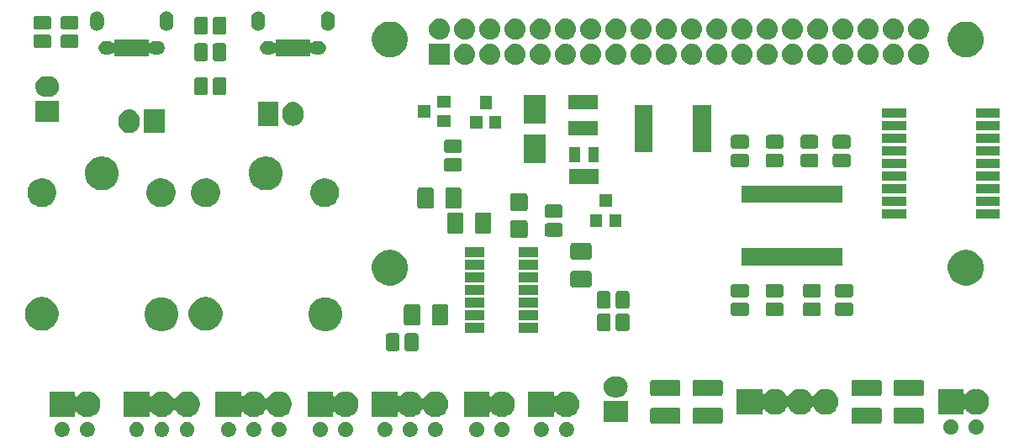
<source format=gbr>
G04 #@! TF.GenerationSoftware,KiCad,Pcbnew,5.0.2-bee76a0~70~ubuntu16.04.1*
G04 #@! TF.CreationDate,2018-12-12T21:45:08+05:30*
G04 #@! TF.ProjectId,sanjaya,73616e6a-6179-4612-9e6b-696361645f70,rev?*
G04 #@! TF.SameCoordinates,Original*
G04 #@! TF.FileFunction,Soldermask,Top*
G04 #@! TF.FilePolarity,Negative*
%FSLAX46Y46*%
G04 Gerber Fmt 4.6, Leading zero omitted, Abs format (unit mm)*
G04 Created by KiCad (PCBNEW 5.0.2-bee76a0~70~ubuntu16.04.1) date Wed Dec 12 21:45:08 2018*
%MOMM*%
%LPD*%
G01*
G04 APERTURE LIST*
%ADD10C,0.100000*%
G04 APERTURE END LIST*
D10*
G36*
X78896318Y-126554411D02*
X78968767Y-126568822D01*
X78991740Y-126578338D01*
X79105257Y-126625358D01*
X79228100Y-126707439D01*
X79332561Y-126811900D01*
X79414642Y-126934743D01*
X79471178Y-127071234D01*
X79500000Y-127216130D01*
X79500000Y-127363870D01*
X79471178Y-127508766D01*
X79414642Y-127645257D01*
X79332561Y-127768100D01*
X79228100Y-127872561D01*
X79105257Y-127954642D01*
X79025303Y-127987760D01*
X78968767Y-128011178D01*
X78896318Y-128025589D01*
X78823870Y-128040000D01*
X78676130Y-128040000D01*
X78603682Y-128025589D01*
X78531233Y-128011178D01*
X78474697Y-127987760D01*
X78394743Y-127954642D01*
X78271900Y-127872561D01*
X78167439Y-127768100D01*
X78085358Y-127645257D01*
X78028822Y-127508766D01*
X78000000Y-127363870D01*
X78000000Y-127216130D01*
X78028822Y-127071234D01*
X78085358Y-126934743D01*
X78167439Y-126811900D01*
X78271900Y-126707439D01*
X78394743Y-126625358D01*
X78508260Y-126578338D01*
X78531233Y-126568822D01*
X78603682Y-126554411D01*
X78676130Y-126540000D01*
X78823870Y-126540000D01*
X78896318Y-126554411D01*
X78896318Y-126554411D01*
G37*
G36*
X107436318Y-126554411D02*
X107508767Y-126568822D01*
X107531740Y-126578338D01*
X107645257Y-126625358D01*
X107768100Y-126707439D01*
X107872561Y-126811900D01*
X107954642Y-126934743D01*
X108011178Y-127071234D01*
X108040000Y-127216130D01*
X108040000Y-127363870D01*
X108011178Y-127508766D01*
X107954642Y-127645257D01*
X107872561Y-127768100D01*
X107768100Y-127872561D01*
X107645257Y-127954642D01*
X107565303Y-127987760D01*
X107508767Y-128011178D01*
X107436318Y-128025589D01*
X107363870Y-128040000D01*
X107216130Y-128040000D01*
X107143682Y-128025589D01*
X107071233Y-128011178D01*
X107014697Y-127987760D01*
X106934743Y-127954642D01*
X106811900Y-127872561D01*
X106707439Y-127768100D01*
X106625358Y-127645257D01*
X106568822Y-127508766D01*
X106540000Y-127363870D01*
X106540000Y-127216130D01*
X106568822Y-127071234D01*
X106625358Y-126934743D01*
X106707439Y-126811900D01*
X106811900Y-126707439D01*
X106934743Y-126625358D01*
X107048260Y-126578338D01*
X107071233Y-126568822D01*
X107143682Y-126554411D01*
X107216130Y-126540000D01*
X107363870Y-126540000D01*
X107436318Y-126554411D01*
X107436318Y-126554411D01*
G37*
G36*
X91476318Y-126554411D02*
X91548767Y-126568822D01*
X91571740Y-126578338D01*
X91685257Y-126625358D01*
X91808100Y-126707439D01*
X91912561Y-126811900D01*
X91994642Y-126934743D01*
X92051178Y-127071234D01*
X92080000Y-127216130D01*
X92080000Y-127363870D01*
X92051178Y-127508766D01*
X91994642Y-127645257D01*
X91912561Y-127768100D01*
X91808100Y-127872561D01*
X91685257Y-127954642D01*
X91605303Y-127987760D01*
X91548767Y-128011178D01*
X91476318Y-128025589D01*
X91403870Y-128040000D01*
X91256130Y-128040000D01*
X91183682Y-128025589D01*
X91111233Y-128011178D01*
X91054697Y-127987760D01*
X90974743Y-127954642D01*
X90851900Y-127872561D01*
X90747439Y-127768100D01*
X90665358Y-127645257D01*
X90608822Y-127508766D01*
X90580000Y-127363870D01*
X90580000Y-127216130D01*
X90608822Y-127071234D01*
X90665358Y-126934743D01*
X90747439Y-126811900D01*
X90851900Y-126707439D01*
X90974743Y-126625358D01*
X91088260Y-126578338D01*
X91111233Y-126568822D01*
X91183682Y-126554411D01*
X91256130Y-126540000D01*
X91403870Y-126540000D01*
X91476318Y-126554411D01*
X91476318Y-126554411D01*
G37*
G36*
X100726318Y-126554411D02*
X100798767Y-126568822D01*
X100821740Y-126578338D01*
X100935257Y-126625358D01*
X101058100Y-126707439D01*
X101162561Y-126811900D01*
X101244642Y-126934743D01*
X101301178Y-127071234D01*
X101330000Y-127216130D01*
X101330000Y-127363870D01*
X101301178Y-127508766D01*
X101244642Y-127645257D01*
X101162561Y-127768100D01*
X101058100Y-127872561D01*
X100935257Y-127954642D01*
X100855303Y-127987760D01*
X100798767Y-128011178D01*
X100726318Y-128025589D01*
X100653870Y-128040000D01*
X100506130Y-128040000D01*
X100433682Y-128025589D01*
X100361233Y-128011178D01*
X100304697Y-127987760D01*
X100224743Y-127954642D01*
X100101900Y-127872561D01*
X99997439Y-127768100D01*
X99915358Y-127645257D01*
X99858822Y-127508766D01*
X99830000Y-127363870D01*
X99830000Y-127216130D01*
X99858822Y-127071234D01*
X99915358Y-126934743D01*
X99997439Y-126811900D01*
X100101900Y-126707439D01*
X100224743Y-126625358D01*
X100338260Y-126578338D01*
X100361233Y-126568822D01*
X100433682Y-126554411D01*
X100506130Y-126540000D01*
X100653870Y-126540000D01*
X100726318Y-126554411D01*
X100726318Y-126554411D01*
G37*
G36*
X98186318Y-126554411D02*
X98258767Y-126568822D01*
X98281740Y-126578338D01*
X98395257Y-126625358D01*
X98518100Y-126707439D01*
X98622561Y-126811900D01*
X98704642Y-126934743D01*
X98761178Y-127071234D01*
X98790000Y-127216130D01*
X98790000Y-127363870D01*
X98761178Y-127508766D01*
X98704642Y-127645257D01*
X98622561Y-127768100D01*
X98518100Y-127872561D01*
X98395257Y-127954642D01*
X98315303Y-127987760D01*
X98258767Y-128011178D01*
X98186318Y-128025589D01*
X98113870Y-128040000D01*
X97966130Y-128040000D01*
X97893682Y-128025589D01*
X97821233Y-128011178D01*
X97764697Y-127987760D01*
X97684743Y-127954642D01*
X97561900Y-127872561D01*
X97457439Y-127768100D01*
X97375358Y-127645257D01*
X97318822Y-127508766D01*
X97290000Y-127363870D01*
X97290000Y-127216130D01*
X97318822Y-127071234D01*
X97375358Y-126934743D01*
X97457439Y-126811900D01*
X97561900Y-126707439D01*
X97684743Y-126625358D01*
X97798260Y-126578338D01*
X97821233Y-126568822D01*
X97893682Y-126554411D01*
X97966130Y-126540000D01*
X98113870Y-126540000D01*
X98186318Y-126554411D01*
X98186318Y-126554411D01*
G37*
G36*
X95646318Y-126554411D02*
X95718767Y-126568822D01*
X95741740Y-126578338D01*
X95855257Y-126625358D01*
X95978100Y-126707439D01*
X96082561Y-126811900D01*
X96164642Y-126934743D01*
X96221178Y-127071234D01*
X96250000Y-127216130D01*
X96250000Y-127363870D01*
X96221178Y-127508766D01*
X96164642Y-127645257D01*
X96082561Y-127768100D01*
X95978100Y-127872561D01*
X95855257Y-127954642D01*
X95775303Y-127987760D01*
X95718767Y-128011178D01*
X95646318Y-128025589D01*
X95573870Y-128040000D01*
X95426130Y-128040000D01*
X95353682Y-128025589D01*
X95281233Y-128011178D01*
X95224697Y-127987760D01*
X95144743Y-127954642D01*
X95021900Y-127872561D01*
X94917439Y-127768100D01*
X94835358Y-127645257D01*
X94778822Y-127508766D01*
X94750000Y-127363870D01*
X94750000Y-127216130D01*
X94778822Y-127071234D01*
X94835358Y-126934743D01*
X94917439Y-126811900D01*
X95021900Y-126707439D01*
X95144743Y-126625358D01*
X95258260Y-126578338D01*
X95281233Y-126568822D01*
X95353682Y-126554411D01*
X95426130Y-126540000D01*
X95573870Y-126540000D01*
X95646318Y-126554411D01*
X95646318Y-126554411D01*
G37*
G36*
X123186318Y-126554411D02*
X123258767Y-126568822D01*
X123281740Y-126578338D01*
X123395257Y-126625358D01*
X123518100Y-126707439D01*
X123622561Y-126811900D01*
X123704642Y-126934743D01*
X123761178Y-127071234D01*
X123790000Y-127216130D01*
X123790000Y-127363870D01*
X123761178Y-127508766D01*
X123704642Y-127645257D01*
X123622561Y-127768100D01*
X123518100Y-127872561D01*
X123395257Y-127954642D01*
X123315303Y-127987760D01*
X123258767Y-128011178D01*
X123186318Y-128025589D01*
X123113870Y-128040000D01*
X122966130Y-128040000D01*
X122893682Y-128025589D01*
X122821233Y-128011178D01*
X122764697Y-127987760D01*
X122684743Y-127954642D01*
X122561900Y-127872561D01*
X122457439Y-127768100D01*
X122375358Y-127645257D01*
X122318822Y-127508766D01*
X122290000Y-127363870D01*
X122290000Y-127216130D01*
X122318822Y-127071234D01*
X122375358Y-126934743D01*
X122457439Y-126811900D01*
X122561900Y-126707439D01*
X122684743Y-126625358D01*
X122798260Y-126578338D01*
X122821233Y-126568822D01*
X122893682Y-126554411D01*
X122966130Y-126540000D01*
X123113870Y-126540000D01*
X123186318Y-126554411D01*
X123186318Y-126554411D01*
G37*
G36*
X120646318Y-126554411D02*
X120718767Y-126568822D01*
X120741740Y-126578338D01*
X120855257Y-126625358D01*
X120978100Y-126707439D01*
X121082561Y-126811900D01*
X121164642Y-126934743D01*
X121221178Y-127071234D01*
X121250000Y-127216130D01*
X121250000Y-127363870D01*
X121221178Y-127508766D01*
X121164642Y-127645257D01*
X121082561Y-127768100D01*
X120978100Y-127872561D01*
X120855257Y-127954642D01*
X120775303Y-127987760D01*
X120718767Y-128011178D01*
X120646318Y-128025589D01*
X120573870Y-128040000D01*
X120426130Y-128040000D01*
X120353682Y-128025589D01*
X120281233Y-128011178D01*
X120224697Y-127987760D01*
X120144743Y-127954642D01*
X120021900Y-127872561D01*
X119917439Y-127768100D01*
X119835358Y-127645257D01*
X119778822Y-127508766D01*
X119750000Y-127363870D01*
X119750000Y-127216130D01*
X119778822Y-127071234D01*
X119835358Y-126934743D01*
X119917439Y-126811900D01*
X120021900Y-126707439D01*
X120144743Y-126625358D01*
X120258260Y-126578338D01*
X120281233Y-126568822D01*
X120353682Y-126554411D01*
X120426130Y-126540000D01*
X120573870Y-126540000D01*
X120646318Y-126554411D01*
X120646318Y-126554411D01*
G37*
G36*
X127146318Y-126554411D02*
X127218767Y-126568822D01*
X127241740Y-126578338D01*
X127355257Y-126625358D01*
X127478100Y-126707439D01*
X127582561Y-126811900D01*
X127664642Y-126934743D01*
X127721178Y-127071234D01*
X127750000Y-127216130D01*
X127750000Y-127363870D01*
X127721178Y-127508766D01*
X127664642Y-127645257D01*
X127582561Y-127768100D01*
X127478100Y-127872561D01*
X127355257Y-127954642D01*
X127275303Y-127987760D01*
X127218767Y-128011178D01*
X127146318Y-128025589D01*
X127073870Y-128040000D01*
X126926130Y-128040000D01*
X126853682Y-128025589D01*
X126781233Y-128011178D01*
X126724697Y-127987760D01*
X126644743Y-127954642D01*
X126521900Y-127872561D01*
X126417439Y-127768100D01*
X126335358Y-127645257D01*
X126278822Y-127508766D01*
X126250000Y-127363870D01*
X126250000Y-127216130D01*
X126278822Y-127071234D01*
X126335358Y-126934743D01*
X126417439Y-126811900D01*
X126521900Y-126707439D01*
X126644743Y-126625358D01*
X126758260Y-126578338D01*
X126781233Y-126568822D01*
X126853682Y-126554411D01*
X126926130Y-126540000D01*
X127073870Y-126540000D01*
X127146318Y-126554411D01*
X127146318Y-126554411D01*
G37*
G36*
X111396318Y-126554411D02*
X111468767Y-126568822D01*
X111491740Y-126578338D01*
X111605257Y-126625358D01*
X111728100Y-126707439D01*
X111832561Y-126811900D01*
X111914642Y-126934743D01*
X111971178Y-127071234D01*
X112000000Y-127216130D01*
X112000000Y-127363870D01*
X111971178Y-127508766D01*
X111914642Y-127645257D01*
X111832561Y-127768100D01*
X111728100Y-127872561D01*
X111605257Y-127954642D01*
X111525303Y-127987760D01*
X111468767Y-128011178D01*
X111396318Y-128025589D01*
X111323870Y-128040000D01*
X111176130Y-128040000D01*
X111103682Y-128025589D01*
X111031233Y-128011178D01*
X110974697Y-127987760D01*
X110894743Y-127954642D01*
X110771900Y-127872561D01*
X110667439Y-127768100D01*
X110585358Y-127645257D01*
X110528822Y-127508766D01*
X110500000Y-127363870D01*
X110500000Y-127216130D01*
X110528822Y-127071234D01*
X110585358Y-126934743D01*
X110667439Y-126811900D01*
X110771900Y-126707439D01*
X110894743Y-126625358D01*
X111008260Y-126578338D01*
X111031233Y-126568822D01*
X111103682Y-126554411D01*
X111176130Y-126540000D01*
X111323870Y-126540000D01*
X111396318Y-126554411D01*
X111396318Y-126554411D01*
G37*
G36*
X113936318Y-126554411D02*
X114008767Y-126568822D01*
X114031740Y-126578338D01*
X114145257Y-126625358D01*
X114268100Y-126707439D01*
X114372561Y-126811900D01*
X114454642Y-126934743D01*
X114511178Y-127071234D01*
X114540000Y-127216130D01*
X114540000Y-127363870D01*
X114511178Y-127508766D01*
X114454642Y-127645257D01*
X114372561Y-127768100D01*
X114268100Y-127872561D01*
X114145257Y-127954642D01*
X114065303Y-127987760D01*
X114008767Y-128011178D01*
X113936318Y-128025589D01*
X113863870Y-128040000D01*
X113716130Y-128040000D01*
X113643682Y-128025589D01*
X113571233Y-128011178D01*
X113514697Y-127987760D01*
X113434743Y-127954642D01*
X113311900Y-127872561D01*
X113207439Y-127768100D01*
X113125358Y-127645257D01*
X113068822Y-127508766D01*
X113040000Y-127363870D01*
X113040000Y-127216130D01*
X113068822Y-127071234D01*
X113125358Y-126934743D01*
X113207439Y-126811900D01*
X113311900Y-126707439D01*
X113434743Y-126625358D01*
X113548260Y-126578338D01*
X113571233Y-126568822D01*
X113643682Y-126554411D01*
X113716130Y-126540000D01*
X113863870Y-126540000D01*
X113936318Y-126554411D01*
X113936318Y-126554411D01*
G37*
G36*
X116476318Y-126554411D02*
X116548767Y-126568822D01*
X116571740Y-126578338D01*
X116685257Y-126625358D01*
X116808100Y-126707439D01*
X116912561Y-126811900D01*
X116994642Y-126934743D01*
X117051178Y-127071234D01*
X117080000Y-127216130D01*
X117080000Y-127363870D01*
X117051178Y-127508766D01*
X116994642Y-127645257D01*
X116912561Y-127768100D01*
X116808100Y-127872561D01*
X116685257Y-127954642D01*
X116605303Y-127987760D01*
X116548767Y-128011178D01*
X116476318Y-128025589D01*
X116403870Y-128040000D01*
X116256130Y-128040000D01*
X116183682Y-128025589D01*
X116111233Y-128011178D01*
X116054697Y-127987760D01*
X115974743Y-127954642D01*
X115851900Y-127872561D01*
X115747439Y-127768100D01*
X115665358Y-127645257D01*
X115608822Y-127508766D01*
X115580000Y-127363870D01*
X115580000Y-127216130D01*
X115608822Y-127071234D01*
X115665358Y-126934743D01*
X115747439Y-126811900D01*
X115851900Y-126707439D01*
X115974743Y-126625358D01*
X116088260Y-126578338D01*
X116111233Y-126568822D01*
X116183682Y-126554411D01*
X116256130Y-126540000D01*
X116403870Y-126540000D01*
X116476318Y-126554411D01*
X116476318Y-126554411D01*
G37*
G36*
X88936318Y-126554411D02*
X89008767Y-126568822D01*
X89031740Y-126578338D01*
X89145257Y-126625358D01*
X89268100Y-126707439D01*
X89372561Y-126811900D01*
X89454642Y-126934743D01*
X89511178Y-127071234D01*
X89540000Y-127216130D01*
X89540000Y-127363870D01*
X89511178Y-127508766D01*
X89454642Y-127645257D01*
X89372561Y-127768100D01*
X89268100Y-127872561D01*
X89145257Y-127954642D01*
X89065303Y-127987760D01*
X89008767Y-128011178D01*
X88936318Y-128025589D01*
X88863870Y-128040000D01*
X88716130Y-128040000D01*
X88643682Y-128025589D01*
X88571233Y-128011178D01*
X88514697Y-127987760D01*
X88434743Y-127954642D01*
X88311900Y-127872561D01*
X88207439Y-127768100D01*
X88125358Y-127645257D01*
X88068822Y-127508766D01*
X88040000Y-127363870D01*
X88040000Y-127216130D01*
X88068822Y-127071234D01*
X88125358Y-126934743D01*
X88207439Y-126811900D01*
X88311900Y-126707439D01*
X88434743Y-126625358D01*
X88548260Y-126578338D01*
X88571233Y-126568822D01*
X88643682Y-126554411D01*
X88716130Y-126540000D01*
X88863870Y-126540000D01*
X88936318Y-126554411D01*
X88936318Y-126554411D01*
G37*
G36*
X86396318Y-126554411D02*
X86468767Y-126568822D01*
X86491740Y-126578338D01*
X86605257Y-126625358D01*
X86728100Y-126707439D01*
X86832561Y-126811900D01*
X86914642Y-126934743D01*
X86971178Y-127071234D01*
X87000000Y-127216130D01*
X87000000Y-127363870D01*
X86971178Y-127508766D01*
X86914642Y-127645257D01*
X86832561Y-127768100D01*
X86728100Y-127872561D01*
X86605257Y-127954642D01*
X86525303Y-127987760D01*
X86468767Y-128011178D01*
X86396318Y-128025589D01*
X86323870Y-128040000D01*
X86176130Y-128040000D01*
X86103682Y-128025589D01*
X86031233Y-128011178D01*
X85974697Y-127987760D01*
X85894743Y-127954642D01*
X85771900Y-127872561D01*
X85667439Y-127768100D01*
X85585358Y-127645257D01*
X85528822Y-127508766D01*
X85500000Y-127363870D01*
X85500000Y-127216130D01*
X85528822Y-127071234D01*
X85585358Y-126934743D01*
X85667439Y-126811900D01*
X85771900Y-126707439D01*
X85894743Y-126625358D01*
X86008260Y-126578338D01*
X86031233Y-126568822D01*
X86103682Y-126554411D01*
X86176130Y-126540000D01*
X86323870Y-126540000D01*
X86396318Y-126554411D01*
X86396318Y-126554411D01*
G37*
G36*
X129686318Y-126554411D02*
X129758767Y-126568822D01*
X129781740Y-126578338D01*
X129895257Y-126625358D01*
X130018100Y-126707439D01*
X130122561Y-126811900D01*
X130204642Y-126934743D01*
X130261178Y-127071234D01*
X130290000Y-127216130D01*
X130290000Y-127363870D01*
X130261178Y-127508766D01*
X130204642Y-127645257D01*
X130122561Y-127768100D01*
X130018100Y-127872561D01*
X129895257Y-127954642D01*
X129815303Y-127987760D01*
X129758767Y-128011178D01*
X129686318Y-128025589D01*
X129613870Y-128040000D01*
X129466130Y-128040000D01*
X129393682Y-128025589D01*
X129321233Y-128011178D01*
X129264697Y-127987760D01*
X129184743Y-127954642D01*
X129061900Y-127872561D01*
X128957439Y-127768100D01*
X128875358Y-127645257D01*
X128818822Y-127508766D01*
X128790000Y-127363870D01*
X128790000Y-127216130D01*
X128818822Y-127071234D01*
X128875358Y-126934743D01*
X128957439Y-126811900D01*
X129061900Y-126707439D01*
X129184743Y-126625358D01*
X129298260Y-126578338D01*
X129321233Y-126568822D01*
X129393682Y-126554411D01*
X129466130Y-126540000D01*
X129613870Y-126540000D01*
X129686318Y-126554411D01*
X129686318Y-126554411D01*
G37*
G36*
X81436318Y-126554411D02*
X81508767Y-126568822D01*
X81531740Y-126578338D01*
X81645257Y-126625358D01*
X81768100Y-126707439D01*
X81872561Y-126811900D01*
X81954642Y-126934743D01*
X82011178Y-127071234D01*
X82040000Y-127216130D01*
X82040000Y-127363870D01*
X82011178Y-127508766D01*
X81954642Y-127645257D01*
X81872561Y-127768100D01*
X81768100Y-127872561D01*
X81645257Y-127954642D01*
X81565303Y-127987760D01*
X81508767Y-128011178D01*
X81436318Y-128025589D01*
X81363870Y-128040000D01*
X81216130Y-128040000D01*
X81143682Y-128025589D01*
X81071233Y-128011178D01*
X81014697Y-127987760D01*
X80934743Y-127954642D01*
X80811900Y-127872561D01*
X80707439Y-127768100D01*
X80625358Y-127645257D01*
X80568822Y-127508766D01*
X80540000Y-127363870D01*
X80540000Y-127216130D01*
X80568822Y-127071234D01*
X80625358Y-126934743D01*
X80707439Y-126811900D01*
X80811900Y-126707439D01*
X80934743Y-126625358D01*
X81048260Y-126578338D01*
X81071233Y-126568822D01*
X81143682Y-126554411D01*
X81216130Y-126540000D01*
X81363870Y-126540000D01*
X81436318Y-126554411D01*
X81436318Y-126554411D01*
G37*
G36*
X104896318Y-126554411D02*
X104968767Y-126568822D01*
X104991740Y-126578338D01*
X105105257Y-126625358D01*
X105228100Y-126707439D01*
X105332561Y-126811900D01*
X105414642Y-126934743D01*
X105471178Y-127071234D01*
X105500000Y-127216130D01*
X105500000Y-127363870D01*
X105471178Y-127508766D01*
X105414642Y-127645257D01*
X105332561Y-127768100D01*
X105228100Y-127872561D01*
X105105257Y-127954642D01*
X105025303Y-127987760D01*
X104968767Y-128011178D01*
X104896318Y-128025589D01*
X104823870Y-128040000D01*
X104676130Y-128040000D01*
X104603682Y-128025589D01*
X104531233Y-128011178D01*
X104474697Y-127987760D01*
X104394743Y-127954642D01*
X104271900Y-127872561D01*
X104167439Y-127768100D01*
X104085358Y-127645257D01*
X104028822Y-127508766D01*
X104000000Y-127363870D01*
X104000000Y-127216130D01*
X104028822Y-127071234D01*
X104085358Y-126934743D01*
X104167439Y-126811900D01*
X104271900Y-126707439D01*
X104394743Y-126625358D01*
X104508260Y-126578338D01*
X104531233Y-126568822D01*
X104603682Y-126554411D01*
X104676130Y-126540000D01*
X104823870Y-126540000D01*
X104896318Y-126554411D01*
X104896318Y-126554411D01*
G37*
G36*
X170936318Y-126304411D02*
X171008767Y-126318822D01*
X171065303Y-126342240D01*
X171145257Y-126375358D01*
X171268100Y-126457439D01*
X171372561Y-126561900D01*
X171454642Y-126684743D01*
X171511178Y-126821234D01*
X171540000Y-126966130D01*
X171540000Y-127113870D01*
X171511178Y-127258766D01*
X171454642Y-127395257D01*
X171372561Y-127518100D01*
X171268100Y-127622561D01*
X171145257Y-127704642D01*
X171065303Y-127737760D01*
X171008767Y-127761178D01*
X170936318Y-127775589D01*
X170863870Y-127790000D01*
X170716130Y-127790000D01*
X170643682Y-127775589D01*
X170571233Y-127761178D01*
X170514697Y-127737760D01*
X170434743Y-127704642D01*
X170311900Y-127622561D01*
X170207439Y-127518100D01*
X170125358Y-127395257D01*
X170068822Y-127258766D01*
X170040000Y-127113870D01*
X170040000Y-126966130D01*
X170068822Y-126821234D01*
X170125358Y-126684743D01*
X170207439Y-126561900D01*
X170311900Y-126457439D01*
X170434743Y-126375358D01*
X170514697Y-126342240D01*
X170571233Y-126318822D01*
X170643682Y-126304411D01*
X170716130Y-126290000D01*
X170863870Y-126290000D01*
X170936318Y-126304411D01*
X170936318Y-126304411D01*
G37*
G36*
X168396318Y-126304411D02*
X168468767Y-126318822D01*
X168525303Y-126342240D01*
X168605257Y-126375358D01*
X168728100Y-126457439D01*
X168832561Y-126561900D01*
X168914642Y-126684743D01*
X168971178Y-126821234D01*
X169000000Y-126966130D01*
X169000000Y-127113870D01*
X168971178Y-127258766D01*
X168914642Y-127395257D01*
X168832561Y-127518100D01*
X168728100Y-127622561D01*
X168605257Y-127704642D01*
X168525303Y-127737760D01*
X168468767Y-127761178D01*
X168396318Y-127775589D01*
X168323870Y-127790000D01*
X168176130Y-127790000D01*
X168103682Y-127775589D01*
X168031233Y-127761178D01*
X167974697Y-127737760D01*
X167894743Y-127704642D01*
X167771900Y-127622561D01*
X167667439Y-127518100D01*
X167585358Y-127395257D01*
X167528822Y-127258766D01*
X167500000Y-127113870D01*
X167500000Y-126966130D01*
X167528822Y-126821234D01*
X167585358Y-126684743D01*
X167667439Y-126561900D01*
X167771900Y-126457439D01*
X167894743Y-126375358D01*
X167974697Y-126342240D01*
X168031233Y-126318822D01*
X168103682Y-126304411D01*
X168176130Y-126290000D01*
X168323870Y-126290000D01*
X168396318Y-126304411D01*
X168396318Y-126304411D01*
G37*
G36*
X140819628Y-125080493D02*
X140867354Y-125094970D01*
X140911336Y-125118479D01*
X140949885Y-125150115D01*
X140981521Y-125188664D01*
X141005030Y-125232646D01*
X141019507Y-125280372D01*
X141025000Y-125336141D01*
X141025000Y-126463859D01*
X141019507Y-126519628D01*
X141005030Y-126567354D01*
X140981521Y-126611336D01*
X140949885Y-126649885D01*
X140911336Y-126681521D01*
X140867354Y-126705030D01*
X140819628Y-126719507D01*
X140763859Y-126725000D01*
X138236141Y-126725000D01*
X138180372Y-126719507D01*
X138132646Y-126705030D01*
X138088664Y-126681521D01*
X138050115Y-126649885D01*
X138018479Y-126611336D01*
X137994970Y-126567354D01*
X137980493Y-126519628D01*
X137975000Y-126463859D01*
X137975000Y-125336141D01*
X137980493Y-125280372D01*
X137994970Y-125232646D01*
X138018479Y-125188664D01*
X138050115Y-125150115D01*
X138088664Y-125118479D01*
X138132646Y-125094970D01*
X138180372Y-125080493D01*
X138236141Y-125075000D01*
X140763859Y-125075000D01*
X140819628Y-125080493D01*
X140819628Y-125080493D01*
G37*
G36*
X165319628Y-125080493D02*
X165367354Y-125094970D01*
X165411336Y-125118479D01*
X165449885Y-125150115D01*
X165481521Y-125188664D01*
X165505030Y-125232646D01*
X165519507Y-125280372D01*
X165525000Y-125336141D01*
X165525000Y-126463859D01*
X165519507Y-126519628D01*
X165505030Y-126567354D01*
X165481521Y-126611336D01*
X165449885Y-126649885D01*
X165411336Y-126681521D01*
X165367354Y-126705030D01*
X165319628Y-126719507D01*
X165263859Y-126725000D01*
X162736141Y-126725000D01*
X162680372Y-126719507D01*
X162632646Y-126705030D01*
X162588664Y-126681521D01*
X162550115Y-126649885D01*
X162518479Y-126611336D01*
X162494970Y-126567354D01*
X162480493Y-126519628D01*
X162475000Y-126463859D01*
X162475000Y-125336141D01*
X162480493Y-125280372D01*
X162494970Y-125232646D01*
X162518479Y-125188664D01*
X162550115Y-125150115D01*
X162588664Y-125118479D01*
X162632646Y-125094970D01*
X162680372Y-125080493D01*
X162736141Y-125075000D01*
X165263859Y-125075000D01*
X165319628Y-125080493D01*
X165319628Y-125080493D01*
G37*
G36*
X145069628Y-125080493D02*
X145117354Y-125094970D01*
X145161336Y-125118479D01*
X145199885Y-125150115D01*
X145231521Y-125188664D01*
X145255030Y-125232646D01*
X145269507Y-125280372D01*
X145275000Y-125336141D01*
X145275000Y-126463859D01*
X145269507Y-126519628D01*
X145255030Y-126567354D01*
X145231521Y-126611336D01*
X145199885Y-126649885D01*
X145161336Y-126681521D01*
X145117354Y-126705030D01*
X145069628Y-126719507D01*
X145013859Y-126725000D01*
X142486141Y-126725000D01*
X142430372Y-126719507D01*
X142382646Y-126705030D01*
X142338664Y-126681521D01*
X142300115Y-126649885D01*
X142268479Y-126611336D01*
X142244970Y-126567354D01*
X142230493Y-126519628D01*
X142225000Y-126463859D01*
X142225000Y-125336141D01*
X142230493Y-125280372D01*
X142244970Y-125232646D01*
X142268479Y-125188664D01*
X142300115Y-125150115D01*
X142338664Y-125118479D01*
X142382646Y-125094970D01*
X142430372Y-125080493D01*
X142486141Y-125075000D01*
X145013859Y-125075000D01*
X145069628Y-125080493D01*
X145069628Y-125080493D01*
G37*
G36*
X161069628Y-125080493D02*
X161117354Y-125094970D01*
X161161336Y-125118479D01*
X161199885Y-125150115D01*
X161231521Y-125188664D01*
X161255030Y-125232646D01*
X161269507Y-125280372D01*
X161275000Y-125336141D01*
X161275000Y-126463859D01*
X161269507Y-126519628D01*
X161255030Y-126567354D01*
X161231521Y-126611336D01*
X161199885Y-126649885D01*
X161161336Y-126681521D01*
X161117354Y-126705030D01*
X161069628Y-126719507D01*
X161013859Y-126725000D01*
X158486141Y-126725000D01*
X158430372Y-126719507D01*
X158382646Y-126705030D01*
X158338664Y-126681521D01*
X158300115Y-126649885D01*
X158268479Y-126611336D01*
X158244970Y-126567354D01*
X158230493Y-126519628D01*
X158225000Y-126463859D01*
X158225000Y-125336141D01*
X158230493Y-125280372D01*
X158244970Y-125232646D01*
X158268479Y-125188664D01*
X158300115Y-125150115D01*
X158338664Y-125118479D01*
X158382646Y-125094970D01*
X158430372Y-125080493D01*
X158486141Y-125075000D01*
X161013859Y-125075000D01*
X161069628Y-125080493D01*
X161069628Y-125080493D01*
G37*
G36*
X135700000Y-126550000D02*
X133300000Y-126550000D01*
X133300000Y-124450000D01*
X135700000Y-124450000D01*
X135700000Y-126550000D01*
X135700000Y-126550000D01*
G37*
G36*
X112550000Y-123853782D02*
X112552402Y-123878168D01*
X112559515Y-123901617D01*
X112571066Y-123923228D01*
X112586612Y-123942170D01*
X112605554Y-123957716D01*
X112627165Y-123969267D01*
X112650614Y-123976380D01*
X112675000Y-123978782D01*
X112699386Y-123976380D01*
X112722835Y-123969267D01*
X112744446Y-123957716D01*
X112763388Y-123942170D01*
X112778933Y-123923230D01*
X112780226Y-123921295D01*
X112961295Y-123740226D01*
X113174220Y-123597954D01*
X113410804Y-123499958D01*
X113661960Y-123450000D01*
X113918040Y-123450000D01*
X114169196Y-123499958D01*
X114405780Y-123597954D01*
X114618705Y-123740226D01*
X114799774Y-123921295D01*
X114942047Y-124134221D01*
X114944515Y-124140180D01*
X114956066Y-124161791D01*
X114971611Y-124180733D01*
X114990553Y-124196279D01*
X115012163Y-124207830D01*
X115035612Y-124214944D01*
X115059999Y-124217346D01*
X115084385Y-124214944D01*
X115107834Y-124207831D01*
X115129445Y-124196280D01*
X115148387Y-124180735D01*
X115163933Y-124161793D01*
X115175485Y-124140180D01*
X115177953Y-124134221D01*
X115320226Y-123921295D01*
X115501295Y-123740226D01*
X115714220Y-123597954D01*
X115950804Y-123499958D01*
X116201960Y-123450000D01*
X116458040Y-123450000D01*
X116709196Y-123499958D01*
X116945780Y-123597954D01*
X117158705Y-123740226D01*
X117339774Y-123921295D01*
X117482046Y-124134220D01*
X117580042Y-124370804D01*
X117630000Y-124621960D01*
X117630000Y-124878040D01*
X117580042Y-125129196D01*
X117482046Y-125365780D01*
X117339774Y-125578705D01*
X117158705Y-125759774D01*
X116945780Y-125902046D01*
X116709196Y-126000042D01*
X116458040Y-126050000D01*
X116201960Y-126050000D01*
X115950804Y-126000042D01*
X115714220Y-125902046D01*
X115501295Y-125759774D01*
X115320226Y-125578705D01*
X115177953Y-125365779D01*
X115175485Y-125359820D01*
X115163934Y-125338209D01*
X115148389Y-125319267D01*
X115129447Y-125303721D01*
X115107837Y-125292170D01*
X115084388Y-125285056D01*
X115060001Y-125282654D01*
X115035615Y-125285056D01*
X115012166Y-125292169D01*
X114990555Y-125303720D01*
X114971613Y-125319265D01*
X114956067Y-125338207D01*
X114944515Y-125359820D01*
X114942047Y-125365779D01*
X114799774Y-125578705D01*
X114618705Y-125759774D01*
X114405780Y-125902046D01*
X114169196Y-126000042D01*
X113918040Y-126050000D01*
X113661960Y-126050000D01*
X113410804Y-126000042D01*
X113174220Y-125902046D01*
X112961295Y-125759774D01*
X112780226Y-125578705D01*
X112778933Y-125576770D01*
X112763387Y-125557828D01*
X112744445Y-125542283D01*
X112722834Y-125530732D01*
X112699384Y-125523619D01*
X112674998Y-125521218D01*
X112650612Y-125523620D01*
X112627163Y-125530734D01*
X112605552Y-125542285D01*
X112586610Y-125557831D01*
X112571065Y-125576773D01*
X112559514Y-125598384D01*
X112552401Y-125621834D01*
X112550000Y-125646218D01*
X112550000Y-126050000D01*
X109950000Y-126050000D01*
X109950000Y-123450000D01*
X112550000Y-123450000D01*
X112550000Y-123853782D01*
X112550000Y-123853782D01*
G37*
G36*
X80050000Y-123853782D02*
X80052402Y-123878168D01*
X80059515Y-123901617D01*
X80071066Y-123923228D01*
X80086612Y-123942170D01*
X80105554Y-123957716D01*
X80127165Y-123969267D01*
X80150614Y-123976380D01*
X80175000Y-123978782D01*
X80199386Y-123976380D01*
X80222835Y-123969267D01*
X80244446Y-123957716D01*
X80263388Y-123942170D01*
X80278933Y-123923230D01*
X80280226Y-123921295D01*
X80461295Y-123740226D01*
X80674220Y-123597954D01*
X80910804Y-123499958D01*
X81161960Y-123450000D01*
X81418040Y-123450000D01*
X81669196Y-123499958D01*
X81905780Y-123597954D01*
X82118705Y-123740226D01*
X82299774Y-123921295D01*
X82442046Y-124134220D01*
X82540042Y-124370804D01*
X82590000Y-124621960D01*
X82590000Y-124878040D01*
X82540042Y-125129196D01*
X82442046Y-125365780D01*
X82299774Y-125578705D01*
X82118705Y-125759774D01*
X81905780Y-125902046D01*
X81669196Y-126000042D01*
X81418040Y-126050000D01*
X81161960Y-126050000D01*
X80910804Y-126000042D01*
X80674220Y-125902046D01*
X80461295Y-125759774D01*
X80280226Y-125578705D01*
X80278933Y-125576770D01*
X80263387Y-125557828D01*
X80244445Y-125542283D01*
X80222834Y-125530732D01*
X80199384Y-125523619D01*
X80174998Y-125521218D01*
X80150612Y-125523620D01*
X80127163Y-125530734D01*
X80105552Y-125542285D01*
X80086610Y-125557831D01*
X80071065Y-125576773D01*
X80059514Y-125598384D01*
X80052401Y-125621834D01*
X80050000Y-125646218D01*
X80050000Y-126050000D01*
X77450000Y-126050000D01*
X77450000Y-123450000D01*
X80050000Y-123450000D01*
X80050000Y-123853782D01*
X80050000Y-123853782D01*
G37*
G36*
X96800000Y-123853782D02*
X96802402Y-123878168D01*
X96809515Y-123901617D01*
X96821066Y-123923228D01*
X96836612Y-123942170D01*
X96855554Y-123957716D01*
X96877165Y-123969267D01*
X96900614Y-123976380D01*
X96925000Y-123978782D01*
X96949386Y-123976380D01*
X96972835Y-123969267D01*
X96994446Y-123957716D01*
X97013388Y-123942170D01*
X97028933Y-123923230D01*
X97030226Y-123921295D01*
X97211295Y-123740226D01*
X97424220Y-123597954D01*
X97660804Y-123499958D01*
X97911960Y-123450000D01*
X98168040Y-123450000D01*
X98419196Y-123499958D01*
X98655780Y-123597954D01*
X98868705Y-123740226D01*
X99049774Y-123921295D01*
X99192047Y-124134221D01*
X99194515Y-124140180D01*
X99206066Y-124161791D01*
X99221611Y-124180733D01*
X99240553Y-124196279D01*
X99262163Y-124207830D01*
X99285612Y-124214944D01*
X99309999Y-124217346D01*
X99334385Y-124214944D01*
X99357834Y-124207831D01*
X99379445Y-124196280D01*
X99398387Y-124180735D01*
X99413933Y-124161793D01*
X99425485Y-124140180D01*
X99427953Y-124134221D01*
X99570226Y-123921295D01*
X99751295Y-123740226D01*
X99964220Y-123597954D01*
X100200804Y-123499958D01*
X100451960Y-123450000D01*
X100708040Y-123450000D01*
X100959196Y-123499958D01*
X101195780Y-123597954D01*
X101408705Y-123740226D01*
X101589774Y-123921295D01*
X101732046Y-124134220D01*
X101830042Y-124370804D01*
X101880000Y-124621960D01*
X101880000Y-124878040D01*
X101830042Y-125129196D01*
X101732046Y-125365780D01*
X101589774Y-125578705D01*
X101408705Y-125759774D01*
X101195780Y-125902046D01*
X100959196Y-126000042D01*
X100708040Y-126050000D01*
X100451960Y-126050000D01*
X100200804Y-126000042D01*
X99964220Y-125902046D01*
X99751295Y-125759774D01*
X99570226Y-125578705D01*
X99427953Y-125365779D01*
X99425485Y-125359820D01*
X99413934Y-125338209D01*
X99398389Y-125319267D01*
X99379447Y-125303721D01*
X99357837Y-125292170D01*
X99334388Y-125285056D01*
X99310001Y-125282654D01*
X99285615Y-125285056D01*
X99262166Y-125292169D01*
X99240555Y-125303720D01*
X99221613Y-125319265D01*
X99206067Y-125338207D01*
X99194515Y-125359820D01*
X99192047Y-125365779D01*
X99049774Y-125578705D01*
X98868705Y-125759774D01*
X98655780Y-125902046D01*
X98419196Y-126000042D01*
X98168040Y-126050000D01*
X97911960Y-126050000D01*
X97660804Y-126000042D01*
X97424220Y-125902046D01*
X97211295Y-125759774D01*
X97030226Y-125578705D01*
X97028933Y-125576770D01*
X97013387Y-125557828D01*
X96994445Y-125542283D01*
X96972834Y-125530732D01*
X96949384Y-125523619D01*
X96924998Y-125521218D01*
X96900612Y-125523620D01*
X96877163Y-125530734D01*
X96855552Y-125542285D01*
X96836610Y-125557831D01*
X96821065Y-125576773D01*
X96809514Y-125598384D01*
X96802401Y-125621834D01*
X96800000Y-125646218D01*
X96800000Y-126050000D01*
X94200000Y-126050000D01*
X94200000Y-123450000D01*
X96800000Y-123450000D01*
X96800000Y-123853782D01*
X96800000Y-123853782D01*
G37*
G36*
X128300000Y-123853782D02*
X128302402Y-123878168D01*
X128309515Y-123901617D01*
X128321066Y-123923228D01*
X128336612Y-123942170D01*
X128355554Y-123957716D01*
X128377165Y-123969267D01*
X128400614Y-123976380D01*
X128425000Y-123978782D01*
X128449386Y-123976380D01*
X128472835Y-123969267D01*
X128494446Y-123957716D01*
X128513388Y-123942170D01*
X128528933Y-123923230D01*
X128530226Y-123921295D01*
X128711295Y-123740226D01*
X128924220Y-123597954D01*
X129160804Y-123499958D01*
X129411960Y-123450000D01*
X129668040Y-123450000D01*
X129919196Y-123499958D01*
X130155780Y-123597954D01*
X130368705Y-123740226D01*
X130549774Y-123921295D01*
X130692046Y-124134220D01*
X130790042Y-124370804D01*
X130840000Y-124621960D01*
X130840000Y-124878040D01*
X130790042Y-125129196D01*
X130692046Y-125365780D01*
X130549774Y-125578705D01*
X130368705Y-125759774D01*
X130155780Y-125902046D01*
X129919196Y-126000042D01*
X129668040Y-126050000D01*
X129411960Y-126050000D01*
X129160804Y-126000042D01*
X128924220Y-125902046D01*
X128711295Y-125759774D01*
X128530226Y-125578705D01*
X128528933Y-125576770D01*
X128513387Y-125557828D01*
X128494445Y-125542283D01*
X128472834Y-125530732D01*
X128449384Y-125523619D01*
X128424998Y-125521218D01*
X128400612Y-125523620D01*
X128377163Y-125530734D01*
X128355552Y-125542285D01*
X128336610Y-125557831D01*
X128321065Y-125576773D01*
X128309514Y-125598384D01*
X128302401Y-125621834D01*
X128300000Y-125646218D01*
X128300000Y-126050000D01*
X125700000Y-126050000D01*
X125700000Y-123450000D01*
X128300000Y-123450000D01*
X128300000Y-123853782D01*
X128300000Y-123853782D01*
G37*
G36*
X121800000Y-123853782D02*
X121802402Y-123878168D01*
X121809515Y-123901617D01*
X121821066Y-123923228D01*
X121836612Y-123942170D01*
X121855554Y-123957716D01*
X121877165Y-123969267D01*
X121900614Y-123976380D01*
X121925000Y-123978782D01*
X121949386Y-123976380D01*
X121972835Y-123969267D01*
X121994446Y-123957716D01*
X122013388Y-123942170D01*
X122028933Y-123923230D01*
X122030226Y-123921295D01*
X122211295Y-123740226D01*
X122424220Y-123597954D01*
X122660804Y-123499958D01*
X122911960Y-123450000D01*
X123168040Y-123450000D01*
X123419196Y-123499958D01*
X123655780Y-123597954D01*
X123868705Y-123740226D01*
X124049774Y-123921295D01*
X124192046Y-124134220D01*
X124290042Y-124370804D01*
X124340000Y-124621960D01*
X124340000Y-124878040D01*
X124290042Y-125129196D01*
X124192046Y-125365780D01*
X124049774Y-125578705D01*
X123868705Y-125759774D01*
X123655780Y-125902046D01*
X123419196Y-126000042D01*
X123168040Y-126050000D01*
X122911960Y-126050000D01*
X122660804Y-126000042D01*
X122424220Y-125902046D01*
X122211295Y-125759774D01*
X122030226Y-125578705D01*
X122028933Y-125576770D01*
X122013387Y-125557828D01*
X121994445Y-125542283D01*
X121972834Y-125530732D01*
X121949384Y-125523619D01*
X121924998Y-125521218D01*
X121900612Y-125523620D01*
X121877163Y-125530734D01*
X121855552Y-125542285D01*
X121836610Y-125557831D01*
X121821065Y-125576773D01*
X121809514Y-125598384D01*
X121802401Y-125621834D01*
X121800000Y-125646218D01*
X121800000Y-126050000D01*
X119200000Y-126050000D01*
X119200000Y-123450000D01*
X121800000Y-123450000D01*
X121800000Y-123853782D01*
X121800000Y-123853782D01*
G37*
G36*
X87550000Y-123853782D02*
X87552402Y-123878168D01*
X87559515Y-123901617D01*
X87571066Y-123923228D01*
X87586612Y-123942170D01*
X87605554Y-123957716D01*
X87627165Y-123969267D01*
X87650614Y-123976380D01*
X87675000Y-123978782D01*
X87699386Y-123976380D01*
X87722835Y-123969267D01*
X87744446Y-123957716D01*
X87763388Y-123942170D01*
X87778933Y-123923230D01*
X87780226Y-123921295D01*
X87961295Y-123740226D01*
X88174220Y-123597954D01*
X88410804Y-123499958D01*
X88661960Y-123450000D01*
X88918040Y-123450000D01*
X89169196Y-123499958D01*
X89405780Y-123597954D01*
X89618705Y-123740226D01*
X89799774Y-123921295D01*
X89942047Y-124134221D01*
X89944515Y-124140180D01*
X89956066Y-124161791D01*
X89971611Y-124180733D01*
X89990553Y-124196279D01*
X90012163Y-124207830D01*
X90035612Y-124214944D01*
X90059999Y-124217346D01*
X90084385Y-124214944D01*
X90107834Y-124207831D01*
X90129445Y-124196280D01*
X90148387Y-124180735D01*
X90163933Y-124161793D01*
X90175485Y-124140180D01*
X90177953Y-124134221D01*
X90320226Y-123921295D01*
X90501295Y-123740226D01*
X90714220Y-123597954D01*
X90950804Y-123499958D01*
X91201960Y-123450000D01*
X91458040Y-123450000D01*
X91709196Y-123499958D01*
X91945780Y-123597954D01*
X92158705Y-123740226D01*
X92339774Y-123921295D01*
X92482046Y-124134220D01*
X92580042Y-124370804D01*
X92630000Y-124621960D01*
X92630000Y-124878040D01*
X92580042Y-125129196D01*
X92482046Y-125365780D01*
X92339774Y-125578705D01*
X92158705Y-125759774D01*
X91945780Y-125902046D01*
X91709196Y-126000042D01*
X91458040Y-126050000D01*
X91201960Y-126050000D01*
X90950804Y-126000042D01*
X90714220Y-125902046D01*
X90501295Y-125759774D01*
X90320226Y-125578705D01*
X90177953Y-125365779D01*
X90175485Y-125359820D01*
X90163934Y-125338209D01*
X90148389Y-125319267D01*
X90129447Y-125303721D01*
X90107837Y-125292170D01*
X90084388Y-125285056D01*
X90060001Y-125282654D01*
X90035615Y-125285056D01*
X90012166Y-125292169D01*
X89990555Y-125303720D01*
X89971613Y-125319265D01*
X89956067Y-125338207D01*
X89944515Y-125359820D01*
X89942047Y-125365779D01*
X89799774Y-125578705D01*
X89618705Y-125759774D01*
X89405780Y-125902046D01*
X89169196Y-126000042D01*
X88918040Y-126050000D01*
X88661960Y-126050000D01*
X88410804Y-126000042D01*
X88174220Y-125902046D01*
X87961295Y-125759774D01*
X87780226Y-125578705D01*
X87778933Y-125576770D01*
X87763387Y-125557828D01*
X87744445Y-125542283D01*
X87722834Y-125530732D01*
X87699384Y-125523619D01*
X87674998Y-125521218D01*
X87650612Y-125523620D01*
X87627163Y-125530734D01*
X87605552Y-125542285D01*
X87586610Y-125557831D01*
X87571065Y-125576773D01*
X87559514Y-125598384D01*
X87552401Y-125621834D01*
X87550000Y-125646218D01*
X87550000Y-126050000D01*
X84950000Y-126050000D01*
X84950000Y-123450000D01*
X87550000Y-123450000D01*
X87550000Y-123853782D01*
X87550000Y-123853782D01*
G37*
G36*
X106050000Y-123853782D02*
X106052402Y-123878168D01*
X106059515Y-123901617D01*
X106071066Y-123923228D01*
X106086612Y-123942170D01*
X106105554Y-123957716D01*
X106127165Y-123969267D01*
X106150614Y-123976380D01*
X106175000Y-123978782D01*
X106199386Y-123976380D01*
X106222835Y-123969267D01*
X106244446Y-123957716D01*
X106263388Y-123942170D01*
X106278933Y-123923230D01*
X106280226Y-123921295D01*
X106461295Y-123740226D01*
X106674220Y-123597954D01*
X106910804Y-123499958D01*
X107161960Y-123450000D01*
X107418040Y-123450000D01*
X107669196Y-123499958D01*
X107905780Y-123597954D01*
X108118705Y-123740226D01*
X108299774Y-123921295D01*
X108442046Y-124134220D01*
X108540042Y-124370804D01*
X108590000Y-124621960D01*
X108590000Y-124878040D01*
X108540042Y-125129196D01*
X108442046Y-125365780D01*
X108299774Y-125578705D01*
X108118705Y-125759774D01*
X107905780Y-125902046D01*
X107669196Y-126000042D01*
X107418040Y-126050000D01*
X107161960Y-126050000D01*
X106910804Y-126000042D01*
X106674220Y-125902046D01*
X106461295Y-125759774D01*
X106280226Y-125578705D01*
X106278933Y-125576770D01*
X106263387Y-125557828D01*
X106244445Y-125542283D01*
X106222834Y-125530732D01*
X106199384Y-125523619D01*
X106174998Y-125521218D01*
X106150612Y-125523620D01*
X106127163Y-125530734D01*
X106105552Y-125542285D01*
X106086610Y-125557831D01*
X106071065Y-125576773D01*
X106059514Y-125598384D01*
X106052401Y-125621834D01*
X106050000Y-125646218D01*
X106050000Y-126050000D01*
X103450000Y-126050000D01*
X103450000Y-123450000D01*
X106050000Y-123450000D01*
X106050000Y-123853782D01*
X106050000Y-123853782D01*
G37*
G36*
X149300000Y-123603782D02*
X149302402Y-123628168D01*
X149309515Y-123651617D01*
X149321066Y-123673228D01*
X149336612Y-123692170D01*
X149355554Y-123707716D01*
X149377165Y-123719267D01*
X149400614Y-123726380D01*
X149425000Y-123728782D01*
X149449386Y-123726380D01*
X149472835Y-123719267D01*
X149494446Y-123707716D01*
X149513388Y-123692170D01*
X149528933Y-123673230D01*
X149530226Y-123671295D01*
X149711295Y-123490226D01*
X149924220Y-123347954D01*
X150160804Y-123249958D01*
X150411960Y-123200000D01*
X150668040Y-123200000D01*
X150919196Y-123249958D01*
X151155780Y-123347954D01*
X151368705Y-123490226D01*
X151549774Y-123671295D01*
X151692047Y-123884221D01*
X151694515Y-123890180D01*
X151706066Y-123911791D01*
X151721611Y-123930733D01*
X151740553Y-123946279D01*
X151762163Y-123957830D01*
X151785612Y-123964944D01*
X151809999Y-123967346D01*
X151834385Y-123964944D01*
X151857834Y-123957831D01*
X151879445Y-123946280D01*
X151898387Y-123930735D01*
X151913933Y-123911793D01*
X151925485Y-123890180D01*
X151927953Y-123884221D01*
X152070226Y-123671295D01*
X152251295Y-123490226D01*
X152464220Y-123347954D01*
X152700804Y-123249958D01*
X152951960Y-123200000D01*
X153208040Y-123200000D01*
X153459196Y-123249958D01*
X153695780Y-123347954D01*
X153908705Y-123490226D01*
X154089774Y-123671295D01*
X154232047Y-123884221D01*
X154234515Y-123890180D01*
X154246066Y-123911791D01*
X154261611Y-123930733D01*
X154280553Y-123946279D01*
X154302163Y-123957830D01*
X154325612Y-123964944D01*
X154349999Y-123967346D01*
X154374385Y-123964944D01*
X154397834Y-123957831D01*
X154419445Y-123946280D01*
X154438387Y-123930735D01*
X154453933Y-123911793D01*
X154465485Y-123890180D01*
X154467953Y-123884221D01*
X154610226Y-123671295D01*
X154791295Y-123490226D01*
X155004220Y-123347954D01*
X155240804Y-123249958D01*
X155491960Y-123200000D01*
X155748040Y-123200000D01*
X155999196Y-123249958D01*
X156235780Y-123347954D01*
X156448705Y-123490226D01*
X156629774Y-123671295D01*
X156772046Y-123884220D01*
X156870042Y-124120804D01*
X156920000Y-124371960D01*
X156920000Y-124628040D01*
X156870042Y-124879196D01*
X156772046Y-125115780D01*
X156629774Y-125328705D01*
X156448705Y-125509774D01*
X156235780Y-125652046D01*
X155999196Y-125750042D01*
X155748040Y-125800000D01*
X155491960Y-125800000D01*
X155240804Y-125750042D01*
X155004220Y-125652046D01*
X154791295Y-125509774D01*
X154610226Y-125328705D01*
X154467953Y-125115779D01*
X154465485Y-125109820D01*
X154453934Y-125088209D01*
X154438389Y-125069267D01*
X154419447Y-125053721D01*
X154397837Y-125042170D01*
X154374388Y-125035056D01*
X154350001Y-125032654D01*
X154325615Y-125035056D01*
X154302166Y-125042169D01*
X154280555Y-125053720D01*
X154261613Y-125069265D01*
X154246067Y-125088207D01*
X154234515Y-125109820D01*
X154232047Y-125115779D01*
X154089774Y-125328705D01*
X153908705Y-125509774D01*
X153695780Y-125652046D01*
X153459196Y-125750042D01*
X153208040Y-125800000D01*
X152951960Y-125800000D01*
X152700804Y-125750042D01*
X152464220Y-125652046D01*
X152251295Y-125509774D01*
X152070226Y-125328705D01*
X151927953Y-125115779D01*
X151925485Y-125109820D01*
X151913934Y-125088209D01*
X151898389Y-125069267D01*
X151879447Y-125053721D01*
X151857837Y-125042170D01*
X151834388Y-125035056D01*
X151810001Y-125032654D01*
X151785615Y-125035056D01*
X151762166Y-125042169D01*
X151740555Y-125053720D01*
X151721613Y-125069265D01*
X151706067Y-125088207D01*
X151694515Y-125109820D01*
X151692047Y-125115779D01*
X151549774Y-125328705D01*
X151368705Y-125509774D01*
X151155780Y-125652046D01*
X150919196Y-125750042D01*
X150668040Y-125800000D01*
X150411960Y-125800000D01*
X150160804Y-125750042D01*
X149924220Y-125652046D01*
X149711295Y-125509774D01*
X149530226Y-125328705D01*
X149528933Y-125326770D01*
X149513387Y-125307828D01*
X149494445Y-125292283D01*
X149472834Y-125280732D01*
X149449384Y-125273619D01*
X149424998Y-125271218D01*
X149400612Y-125273620D01*
X149377163Y-125280734D01*
X149355552Y-125292285D01*
X149336610Y-125307831D01*
X149321065Y-125326773D01*
X149309514Y-125348384D01*
X149302401Y-125371834D01*
X149300000Y-125396218D01*
X149300000Y-125800000D01*
X146700000Y-125800000D01*
X146700000Y-123200000D01*
X149300000Y-123200000D01*
X149300000Y-123603782D01*
X149300000Y-123603782D01*
G37*
G36*
X169550000Y-123603782D02*
X169552402Y-123628168D01*
X169559515Y-123651617D01*
X169571066Y-123673228D01*
X169586612Y-123692170D01*
X169605554Y-123707716D01*
X169627165Y-123719267D01*
X169650614Y-123726380D01*
X169675000Y-123728782D01*
X169699386Y-123726380D01*
X169722835Y-123719267D01*
X169744446Y-123707716D01*
X169763388Y-123692170D01*
X169778933Y-123673230D01*
X169780226Y-123671295D01*
X169961295Y-123490226D01*
X170174220Y-123347954D01*
X170410804Y-123249958D01*
X170661960Y-123200000D01*
X170918040Y-123200000D01*
X171169196Y-123249958D01*
X171405780Y-123347954D01*
X171618705Y-123490226D01*
X171799774Y-123671295D01*
X171942046Y-123884220D01*
X172040042Y-124120804D01*
X172090000Y-124371960D01*
X172090000Y-124628040D01*
X172040042Y-124879196D01*
X171942046Y-125115780D01*
X171799774Y-125328705D01*
X171618705Y-125509774D01*
X171405780Y-125652046D01*
X171169196Y-125750042D01*
X170918040Y-125800000D01*
X170661960Y-125800000D01*
X170410804Y-125750042D01*
X170174220Y-125652046D01*
X169961295Y-125509774D01*
X169780226Y-125328705D01*
X169778933Y-125326770D01*
X169763387Y-125307828D01*
X169744445Y-125292283D01*
X169722834Y-125280732D01*
X169699384Y-125273619D01*
X169674998Y-125271218D01*
X169650612Y-125273620D01*
X169627163Y-125280734D01*
X169605552Y-125292285D01*
X169586610Y-125307831D01*
X169571065Y-125326773D01*
X169559514Y-125348384D01*
X169552401Y-125371834D01*
X169550000Y-125396218D01*
X169550000Y-125800000D01*
X166950000Y-125800000D01*
X166950000Y-123200000D01*
X169550000Y-123200000D01*
X169550000Y-123603782D01*
X169550000Y-123603782D01*
G37*
G36*
X134778707Y-121957597D02*
X134855836Y-121965193D01*
X134987787Y-122005220D01*
X135053763Y-122025233D01*
X135236172Y-122122733D01*
X135396054Y-122253946D01*
X135527267Y-122413828D01*
X135624767Y-122596237D01*
X135624767Y-122596238D01*
X135684807Y-122794164D01*
X135705080Y-123000000D01*
X135684807Y-123205836D01*
X135644780Y-123337787D01*
X135624767Y-123403763D01*
X135527267Y-123586172D01*
X135396054Y-123746054D01*
X135236172Y-123877267D01*
X135053763Y-123974767D01*
X134987787Y-123994780D01*
X134855836Y-124034807D01*
X134778707Y-124042403D01*
X134701580Y-124050000D01*
X134298420Y-124050000D01*
X134221293Y-124042403D01*
X134144164Y-124034807D01*
X134012213Y-123994780D01*
X133946237Y-123974767D01*
X133763828Y-123877267D01*
X133603946Y-123746054D01*
X133472733Y-123586172D01*
X133375233Y-123403763D01*
X133355220Y-123337787D01*
X133315193Y-123205836D01*
X133294920Y-123000000D01*
X133315193Y-122794164D01*
X133375233Y-122596238D01*
X133375233Y-122596237D01*
X133472733Y-122413828D01*
X133603946Y-122253946D01*
X133763828Y-122122733D01*
X133946237Y-122025233D01*
X134012213Y-122005220D01*
X134144164Y-121965193D01*
X134221293Y-121957597D01*
X134298420Y-121950000D01*
X134701580Y-121950000D01*
X134778707Y-121957597D01*
X134778707Y-121957597D01*
G37*
G36*
X161069628Y-122280493D02*
X161117354Y-122294970D01*
X161161336Y-122318479D01*
X161199885Y-122350115D01*
X161231521Y-122388664D01*
X161255030Y-122432646D01*
X161269507Y-122480372D01*
X161275000Y-122536141D01*
X161275000Y-123663859D01*
X161269507Y-123719628D01*
X161255030Y-123767354D01*
X161231521Y-123811336D01*
X161199885Y-123849885D01*
X161161336Y-123881521D01*
X161117354Y-123905030D01*
X161069628Y-123919507D01*
X161013859Y-123925000D01*
X158486141Y-123925000D01*
X158430372Y-123919507D01*
X158382646Y-123905030D01*
X158338664Y-123881521D01*
X158300115Y-123849885D01*
X158268479Y-123811336D01*
X158244970Y-123767354D01*
X158230493Y-123719628D01*
X158225000Y-123663859D01*
X158225000Y-122536141D01*
X158230493Y-122480372D01*
X158244970Y-122432646D01*
X158268479Y-122388664D01*
X158300115Y-122350115D01*
X158338664Y-122318479D01*
X158382646Y-122294970D01*
X158430372Y-122280493D01*
X158486141Y-122275000D01*
X161013859Y-122275000D01*
X161069628Y-122280493D01*
X161069628Y-122280493D01*
G37*
G36*
X140819628Y-122280493D02*
X140867354Y-122294970D01*
X140911336Y-122318479D01*
X140949885Y-122350115D01*
X140981521Y-122388664D01*
X141005030Y-122432646D01*
X141019507Y-122480372D01*
X141025000Y-122536141D01*
X141025000Y-123663859D01*
X141019507Y-123719628D01*
X141005030Y-123767354D01*
X140981521Y-123811336D01*
X140949885Y-123849885D01*
X140911336Y-123881521D01*
X140867354Y-123905030D01*
X140819628Y-123919507D01*
X140763859Y-123925000D01*
X138236141Y-123925000D01*
X138180372Y-123919507D01*
X138132646Y-123905030D01*
X138088664Y-123881521D01*
X138050115Y-123849885D01*
X138018479Y-123811336D01*
X137994970Y-123767354D01*
X137980493Y-123719628D01*
X137975000Y-123663859D01*
X137975000Y-122536141D01*
X137980493Y-122480372D01*
X137994970Y-122432646D01*
X138018479Y-122388664D01*
X138050115Y-122350115D01*
X138088664Y-122318479D01*
X138132646Y-122294970D01*
X138180372Y-122280493D01*
X138236141Y-122275000D01*
X140763859Y-122275000D01*
X140819628Y-122280493D01*
X140819628Y-122280493D01*
G37*
G36*
X145069628Y-122280493D02*
X145117354Y-122294970D01*
X145161336Y-122318479D01*
X145199885Y-122350115D01*
X145231521Y-122388664D01*
X145255030Y-122432646D01*
X145269507Y-122480372D01*
X145275000Y-122536141D01*
X145275000Y-123663859D01*
X145269507Y-123719628D01*
X145255030Y-123767354D01*
X145231521Y-123811336D01*
X145199885Y-123849885D01*
X145161336Y-123881521D01*
X145117354Y-123905030D01*
X145069628Y-123919507D01*
X145013859Y-123925000D01*
X142486141Y-123925000D01*
X142430372Y-123919507D01*
X142382646Y-123905030D01*
X142338664Y-123881521D01*
X142300115Y-123849885D01*
X142268479Y-123811336D01*
X142244970Y-123767354D01*
X142230493Y-123719628D01*
X142225000Y-123663859D01*
X142225000Y-122536141D01*
X142230493Y-122480372D01*
X142244970Y-122432646D01*
X142268479Y-122388664D01*
X142300115Y-122350115D01*
X142338664Y-122318479D01*
X142382646Y-122294970D01*
X142430372Y-122280493D01*
X142486141Y-122275000D01*
X145013859Y-122275000D01*
X145069628Y-122280493D01*
X145069628Y-122280493D01*
G37*
G36*
X165319628Y-122280493D02*
X165367354Y-122294970D01*
X165411336Y-122318479D01*
X165449885Y-122350115D01*
X165481521Y-122388664D01*
X165505030Y-122432646D01*
X165519507Y-122480372D01*
X165525000Y-122536141D01*
X165525000Y-123663859D01*
X165519507Y-123719628D01*
X165505030Y-123767354D01*
X165481521Y-123811336D01*
X165449885Y-123849885D01*
X165411336Y-123881521D01*
X165367354Y-123905030D01*
X165319628Y-123919507D01*
X165263859Y-123925000D01*
X162736141Y-123925000D01*
X162680372Y-123919507D01*
X162632646Y-123905030D01*
X162588664Y-123881521D01*
X162550115Y-123849885D01*
X162518479Y-123811336D01*
X162494970Y-123767354D01*
X162480493Y-123719628D01*
X162475000Y-123663859D01*
X162475000Y-122536141D01*
X162480493Y-122480372D01*
X162494970Y-122432646D01*
X162518479Y-122388664D01*
X162550115Y-122350115D01*
X162588664Y-122318479D01*
X162632646Y-122294970D01*
X162680372Y-122280493D01*
X162736141Y-122275000D01*
X165263859Y-122275000D01*
X165319628Y-122280493D01*
X165319628Y-122280493D01*
G37*
G36*
X112523497Y-117605997D02*
X112576153Y-117621970D01*
X112624665Y-117647900D01*
X112667196Y-117682804D01*
X112702100Y-117725335D01*
X112728030Y-117773847D01*
X112744003Y-117826503D01*
X112750000Y-117887390D01*
X112750000Y-119112610D01*
X112744003Y-119173497D01*
X112728030Y-119226153D01*
X112702100Y-119274665D01*
X112667196Y-119317196D01*
X112624665Y-119352100D01*
X112576153Y-119378030D01*
X112523497Y-119394003D01*
X112462610Y-119400000D01*
X111662390Y-119400000D01*
X111601503Y-119394003D01*
X111548847Y-119378030D01*
X111500335Y-119352100D01*
X111457804Y-119317196D01*
X111422900Y-119274665D01*
X111396970Y-119226153D01*
X111380997Y-119173497D01*
X111375000Y-119112610D01*
X111375000Y-117887390D01*
X111380997Y-117826503D01*
X111396970Y-117773847D01*
X111422900Y-117725335D01*
X111457804Y-117682804D01*
X111500335Y-117647900D01*
X111548847Y-117621970D01*
X111601503Y-117605997D01*
X111662390Y-117600000D01*
X112462610Y-117600000D01*
X112523497Y-117605997D01*
X112523497Y-117605997D01*
G37*
G36*
X114398497Y-117605997D02*
X114451153Y-117621970D01*
X114499665Y-117647900D01*
X114542196Y-117682804D01*
X114577100Y-117725335D01*
X114603030Y-117773847D01*
X114619003Y-117826503D01*
X114625000Y-117887390D01*
X114625000Y-119112610D01*
X114619003Y-119173497D01*
X114603030Y-119226153D01*
X114577100Y-119274665D01*
X114542196Y-119317196D01*
X114499665Y-119352100D01*
X114451153Y-119378030D01*
X114398497Y-119394003D01*
X114337610Y-119400000D01*
X113537390Y-119400000D01*
X113476503Y-119394003D01*
X113423847Y-119378030D01*
X113375335Y-119352100D01*
X113332804Y-119317196D01*
X113297900Y-119274665D01*
X113271970Y-119226153D01*
X113255997Y-119173497D01*
X113250000Y-119112610D01*
X113250000Y-117887390D01*
X113255997Y-117826503D01*
X113271970Y-117773847D01*
X113297900Y-117725335D01*
X113332804Y-117682804D01*
X113375335Y-117647900D01*
X113423847Y-117621970D01*
X113476503Y-117605997D01*
X113537390Y-117600000D01*
X114337610Y-117600000D01*
X114398497Y-117605997D01*
X114398497Y-117605997D01*
G37*
G36*
X126650000Y-117560000D02*
X124750000Y-117560000D01*
X124750000Y-116560000D01*
X126650000Y-116560000D01*
X126650000Y-117560000D01*
X126650000Y-117560000D01*
G37*
G36*
X121250000Y-117560000D02*
X119350000Y-117560000D01*
X119350000Y-116560000D01*
X121250000Y-116560000D01*
X121250000Y-117560000D01*
X121250000Y-117560000D01*
G37*
G36*
X135648497Y-115605997D02*
X135701153Y-115621970D01*
X135749665Y-115647900D01*
X135792196Y-115682804D01*
X135827100Y-115725335D01*
X135853030Y-115773847D01*
X135869003Y-115826503D01*
X135875000Y-115887390D01*
X135875000Y-117112610D01*
X135869003Y-117173497D01*
X135853030Y-117226153D01*
X135827100Y-117274665D01*
X135792196Y-117317196D01*
X135749665Y-117352100D01*
X135701153Y-117378030D01*
X135648497Y-117394003D01*
X135587610Y-117400000D01*
X134787390Y-117400000D01*
X134726503Y-117394003D01*
X134673847Y-117378030D01*
X134625335Y-117352100D01*
X134582804Y-117317196D01*
X134547900Y-117274665D01*
X134521970Y-117226153D01*
X134505997Y-117173497D01*
X134500000Y-117112610D01*
X134500000Y-115887390D01*
X134505997Y-115826503D01*
X134521970Y-115773847D01*
X134547900Y-115725335D01*
X134582804Y-115682804D01*
X134625335Y-115647900D01*
X134673847Y-115621970D01*
X134726503Y-115605997D01*
X134787390Y-115600000D01*
X135587610Y-115600000D01*
X135648497Y-115605997D01*
X135648497Y-115605997D01*
G37*
G36*
X89136393Y-114043553D02*
X89245872Y-114065330D01*
X89555252Y-114193479D01*
X89833687Y-114379523D01*
X90070477Y-114616313D01*
X90256521Y-114894748D01*
X90384670Y-115204128D01*
X90384670Y-115204129D01*
X90450000Y-115532563D01*
X90450000Y-115867437D01*
X90446031Y-115887390D01*
X90384670Y-116195872D01*
X90256521Y-116505252D01*
X90070477Y-116783687D01*
X89833687Y-117020477D01*
X89555252Y-117206521D01*
X89245872Y-117334670D01*
X89158245Y-117352100D01*
X88917437Y-117400000D01*
X88582563Y-117400000D01*
X88341755Y-117352100D01*
X88254128Y-117334670D01*
X87944748Y-117206521D01*
X87666313Y-117020477D01*
X87429523Y-116783687D01*
X87243479Y-116505252D01*
X87115330Y-116195872D01*
X87053969Y-115887390D01*
X87050000Y-115867437D01*
X87050000Y-115532563D01*
X87115330Y-115204129D01*
X87115330Y-115204128D01*
X87243479Y-114894748D01*
X87429523Y-114616313D01*
X87666313Y-114379523D01*
X87944748Y-114193479D01*
X88254128Y-114065330D01*
X88363607Y-114043553D01*
X88582563Y-114000000D01*
X88917437Y-114000000D01*
X89136393Y-114043553D01*
X89136393Y-114043553D01*
G37*
G36*
X105636393Y-114043553D02*
X105745872Y-114065330D01*
X106055252Y-114193479D01*
X106333687Y-114379523D01*
X106570477Y-114616313D01*
X106756521Y-114894748D01*
X106884670Y-115204128D01*
X106884670Y-115204129D01*
X106950000Y-115532563D01*
X106950000Y-115867437D01*
X106946031Y-115887390D01*
X106884670Y-116195872D01*
X106756521Y-116505252D01*
X106570477Y-116783687D01*
X106333687Y-117020477D01*
X106055252Y-117206521D01*
X105745872Y-117334670D01*
X105658245Y-117352100D01*
X105417437Y-117400000D01*
X105082563Y-117400000D01*
X104841755Y-117352100D01*
X104754128Y-117334670D01*
X104444748Y-117206521D01*
X104166313Y-117020477D01*
X103929523Y-116783687D01*
X103743479Y-116505252D01*
X103615330Y-116195872D01*
X103553969Y-115887390D01*
X103550000Y-115867437D01*
X103550000Y-115532563D01*
X103615330Y-115204129D01*
X103615330Y-115204128D01*
X103743479Y-114894748D01*
X103929523Y-114616313D01*
X104166313Y-114379523D01*
X104444748Y-114193479D01*
X104754128Y-114065330D01*
X104863607Y-114043553D01*
X105082563Y-114000000D01*
X105417437Y-114000000D01*
X105636393Y-114043553D01*
X105636393Y-114043553D01*
G37*
G36*
X133773497Y-115605997D02*
X133826153Y-115621970D01*
X133874665Y-115647900D01*
X133917196Y-115682804D01*
X133952100Y-115725335D01*
X133978030Y-115773847D01*
X133994003Y-115826503D01*
X134000000Y-115887390D01*
X134000000Y-117112610D01*
X133994003Y-117173497D01*
X133978030Y-117226153D01*
X133952100Y-117274665D01*
X133917196Y-117317196D01*
X133874665Y-117352100D01*
X133826153Y-117378030D01*
X133773497Y-117394003D01*
X133712610Y-117400000D01*
X132912390Y-117400000D01*
X132851503Y-117394003D01*
X132798847Y-117378030D01*
X132750335Y-117352100D01*
X132707804Y-117317196D01*
X132672900Y-117274665D01*
X132646970Y-117226153D01*
X132630997Y-117173497D01*
X132625000Y-117112610D01*
X132625000Y-115887390D01*
X132630997Y-115826503D01*
X132646970Y-115773847D01*
X132672900Y-115725335D01*
X132707804Y-115682804D01*
X132750335Y-115647900D01*
X132798847Y-115621970D01*
X132851503Y-115605997D01*
X132912390Y-115600000D01*
X133712610Y-115600000D01*
X133773497Y-115605997D01*
X133773497Y-115605997D01*
G37*
G36*
X77008352Y-113978030D02*
X77195872Y-114015330D01*
X77505252Y-114143479D01*
X77783687Y-114329523D01*
X78020477Y-114566313D01*
X78206521Y-114844748D01*
X78334670Y-115154128D01*
X78344616Y-115204129D01*
X78400000Y-115482563D01*
X78400000Y-115817437D01*
X78356447Y-116036393D01*
X78334670Y-116145872D01*
X78206521Y-116455252D01*
X78020477Y-116733687D01*
X77783687Y-116970477D01*
X77505252Y-117156521D01*
X77195872Y-117284670D01*
X77122231Y-117299318D01*
X76867437Y-117350000D01*
X76532563Y-117350000D01*
X76277769Y-117299318D01*
X76204128Y-117284670D01*
X75894748Y-117156521D01*
X75616313Y-116970477D01*
X75379523Y-116733687D01*
X75193479Y-116455252D01*
X75065330Y-116145872D01*
X75043553Y-116036393D01*
X75000000Y-115817437D01*
X75000000Y-115482563D01*
X75055384Y-115204129D01*
X75065330Y-115154128D01*
X75193479Y-114844748D01*
X75379523Y-114566313D01*
X75616313Y-114329523D01*
X75894748Y-114143479D01*
X76204128Y-114015330D01*
X76391648Y-113978030D01*
X76532563Y-113950000D01*
X76867437Y-113950000D01*
X77008352Y-113978030D01*
X77008352Y-113978030D01*
G37*
G36*
X93508352Y-113978030D02*
X93695872Y-114015330D01*
X94005252Y-114143479D01*
X94283687Y-114329523D01*
X94520477Y-114566313D01*
X94706521Y-114844748D01*
X94834670Y-115154128D01*
X94844616Y-115204129D01*
X94900000Y-115482563D01*
X94900000Y-115817437D01*
X94856447Y-116036393D01*
X94834670Y-116145872D01*
X94706521Y-116455252D01*
X94520477Y-116733687D01*
X94283687Y-116970477D01*
X94005252Y-117156521D01*
X93695872Y-117284670D01*
X93622231Y-117299318D01*
X93367437Y-117350000D01*
X93032563Y-117350000D01*
X92777769Y-117299318D01*
X92704128Y-117284670D01*
X92394748Y-117156521D01*
X92116313Y-116970477D01*
X91879523Y-116733687D01*
X91693479Y-116455252D01*
X91565330Y-116145872D01*
X91543553Y-116036393D01*
X91500000Y-115817437D01*
X91500000Y-115482563D01*
X91555384Y-115204129D01*
X91565330Y-115154128D01*
X91693479Y-114844748D01*
X91879523Y-114566313D01*
X92116313Y-114329523D01*
X92394748Y-114143479D01*
X92704128Y-114015330D01*
X92891648Y-113978030D01*
X93032563Y-113950000D01*
X93367437Y-113950000D01*
X93508352Y-113978030D01*
X93508352Y-113978030D01*
G37*
G36*
X114619628Y-114680493D02*
X114667354Y-114694970D01*
X114711336Y-114718479D01*
X114749885Y-114750115D01*
X114781521Y-114788664D01*
X114805030Y-114832646D01*
X114819507Y-114880372D01*
X114825000Y-114936141D01*
X114825000Y-116563859D01*
X114819507Y-116619628D01*
X114805030Y-116667354D01*
X114781521Y-116711336D01*
X114749885Y-116749885D01*
X114711336Y-116781521D01*
X114667354Y-116805030D01*
X114619628Y-116819507D01*
X114563859Y-116825000D01*
X113436141Y-116825000D01*
X113380372Y-116819507D01*
X113332646Y-116805030D01*
X113288664Y-116781521D01*
X113250115Y-116749885D01*
X113218479Y-116711336D01*
X113194970Y-116667354D01*
X113180493Y-116619628D01*
X113175000Y-116563859D01*
X113175000Y-114936141D01*
X113180493Y-114880372D01*
X113194970Y-114832646D01*
X113218479Y-114788664D01*
X113250115Y-114750115D01*
X113288664Y-114718479D01*
X113332646Y-114694970D01*
X113380372Y-114680493D01*
X113436141Y-114675000D01*
X114563859Y-114675000D01*
X114619628Y-114680493D01*
X114619628Y-114680493D01*
G37*
G36*
X117419628Y-114680493D02*
X117467354Y-114694970D01*
X117511336Y-114718479D01*
X117549885Y-114750115D01*
X117581521Y-114788664D01*
X117605030Y-114832646D01*
X117619507Y-114880372D01*
X117625000Y-114936141D01*
X117625000Y-116563859D01*
X117619507Y-116619628D01*
X117605030Y-116667354D01*
X117581521Y-116711336D01*
X117549885Y-116749885D01*
X117511336Y-116781521D01*
X117467354Y-116805030D01*
X117419628Y-116819507D01*
X117363859Y-116825000D01*
X116236141Y-116825000D01*
X116180372Y-116819507D01*
X116132646Y-116805030D01*
X116088664Y-116781521D01*
X116050115Y-116749885D01*
X116018479Y-116711336D01*
X115994970Y-116667354D01*
X115980493Y-116619628D01*
X115975000Y-116563859D01*
X115975000Y-114936141D01*
X115980493Y-114880372D01*
X115994970Y-114832646D01*
X116018479Y-114788664D01*
X116050115Y-114750115D01*
X116088664Y-114718479D01*
X116132646Y-114694970D01*
X116180372Y-114680493D01*
X116236141Y-114675000D01*
X117363859Y-114675000D01*
X117419628Y-114680493D01*
X117419628Y-114680493D01*
G37*
G36*
X121250000Y-116290000D02*
X119350000Y-116290000D01*
X119350000Y-115290000D01*
X121250000Y-115290000D01*
X121250000Y-116290000D01*
X121250000Y-116290000D01*
G37*
G36*
X126650000Y-116290000D02*
X124750000Y-116290000D01*
X124750000Y-115290000D01*
X126650000Y-115290000D01*
X126650000Y-116290000D01*
X126650000Y-116290000D01*
G37*
G36*
X147673497Y-114505997D02*
X147726153Y-114521970D01*
X147774665Y-114547900D01*
X147817196Y-114582804D01*
X147852100Y-114625335D01*
X147878030Y-114673847D01*
X147894003Y-114726503D01*
X147900000Y-114787390D01*
X147900000Y-115587610D01*
X147894003Y-115648497D01*
X147878030Y-115701153D01*
X147852100Y-115749665D01*
X147817196Y-115792196D01*
X147774665Y-115827100D01*
X147726153Y-115853030D01*
X147673497Y-115869003D01*
X147612610Y-115875000D01*
X146387390Y-115875000D01*
X146326503Y-115869003D01*
X146273847Y-115853030D01*
X146225335Y-115827100D01*
X146182804Y-115792196D01*
X146147900Y-115749665D01*
X146121970Y-115701153D01*
X146105997Y-115648497D01*
X146100000Y-115587610D01*
X146100000Y-114787390D01*
X146105997Y-114726503D01*
X146121970Y-114673847D01*
X146147900Y-114625335D01*
X146182804Y-114582804D01*
X146225335Y-114547900D01*
X146273847Y-114521970D01*
X146326503Y-114505997D01*
X146387390Y-114500000D01*
X147612610Y-114500000D01*
X147673497Y-114505997D01*
X147673497Y-114505997D01*
G37*
G36*
X151173497Y-114505997D02*
X151226153Y-114521970D01*
X151274665Y-114547900D01*
X151317196Y-114582804D01*
X151352100Y-114625335D01*
X151378030Y-114673847D01*
X151394003Y-114726503D01*
X151400000Y-114787390D01*
X151400000Y-115587610D01*
X151394003Y-115648497D01*
X151378030Y-115701153D01*
X151352100Y-115749665D01*
X151317196Y-115792196D01*
X151274665Y-115827100D01*
X151226153Y-115853030D01*
X151173497Y-115869003D01*
X151112610Y-115875000D01*
X149887390Y-115875000D01*
X149826503Y-115869003D01*
X149773847Y-115853030D01*
X149725335Y-115827100D01*
X149682804Y-115792196D01*
X149647900Y-115749665D01*
X149621970Y-115701153D01*
X149605997Y-115648497D01*
X149600000Y-115587610D01*
X149600000Y-114787390D01*
X149605997Y-114726503D01*
X149621970Y-114673847D01*
X149647900Y-114625335D01*
X149682804Y-114582804D01*
X149725335Y-114547900D01*
X149773847Y-114521970D01*
X149826503Y-114505997D01*
X149887390Y-114500000D01*
X151112610Y-114500000D01*
X151173497Y-114505997D01*
X151173497Y-114505997D01*
G37*
G36*
X154923497Y-114505997D02*
X154976153Y-114521970D01*
X155024665Y-114547900D01*
X155067196Y-114582804D01*
X155102100Y-114625335D01*
X155128030Y-114673847D01*
X155144003Y-114726503D01*
X155150000Y-114787390D01*
X155150000Y-115587610D01*
X155144003Y-115648497D01*
X155128030Y-115701153D01*
X155102100Y-115749665D01*
X155067196Y-115792196D01*
X155024665Y-115827100D01*
X154976153Y-115853030D01*
X154923497Y-115869003D01*
X154862610Y-115875000D01*
X153637390Y-115875000D01*
X153576503Y-115869003D01*
X153523847Y-115853030D01*
X153475335Y-115827100D01*
X153432804Y-115792196D01*
X153397900Y-115749665D01*
X153371970Y-115701153D01*
X153355997Y-115648497D01*
X153350000Y-115587610D01*
X153350000Y-114787390D01*
X153355997Y-114726503D01*
X153371970Y-114673847D01*
X153397900Y-114625335D01*
X153432804Y-114582804D01*
X153475335Y-114547900D01*
X153523847Y-114521970D01*
X153576503Y-114505997D01*
X153637390Y-114500000D01*
X154862610Y-114500000D01*
X154923497Y-114505997D01*
X154923497Y-114505997D01*
G37*
G36*
X158173497Y-114505997D02*
X158226153Y-114521970D01*
X158274665Y-114547900D01*
X158317196Y-114582804D01*
X158352100Y-114625335D01*
X158378030Y-114673847D01*
X158394003Y-114726503D01*
X158400000Y-114787390D01*
X158400000Y-115587610D01*
X158394003Y-115648497D01*
X158378030Y-115701153D01*
X158352100Y-115749665D01*
X158317196Y-115792196D01*
X158274665Y-115827100D01*
X158226153Y-115853030D01*
X158173497Y-115869003D01*
X158112610Y-115875000D01*
X156887390Y-115875000D01*
X156826503Y-115869003D01*
X156773847Y-115853030D01*
X156725335Y-115827100D01*
X156682804Y-115792196D01*
X156647900Y-115749665D01*
X156621970Y-115701153D01*
X156605997Y-115648497D01*
X156600000Y-115587610D01*
X156600000Y-114787390D01*
X156605997Y-114726503D01*
X156621970Y-114673847D01*
X156647900Y-114625335D01*
X156682804Y-114582804D01*
X156725335Y-114547900D01*
X156773847Y-114521970D01*
X156826503Y-114505997D01*
X156887390Y-114500000D01*
X158112610Y-114500000D01*
X158173497Y-114505997D01*
X158173497Y-114505997D01*
G37*
G36*
X133773497Y-113355997D02*
X133826153Y-113371970D01*
X133874665Y-113397900D01*
X133917196Y-113432804D01*
X133952100Y-113475335D01*
X133978030Y-113523847D01*
X133994003Y-113576503D01*
X134000000Y-113637390D01*
X134000000Y-114862610D01*
X133994003Y-114923497D01*
X133978030Y-114976153D01*
X133952100Y-115024665D01*
X133917196Y-115067196D01*
X133874665Y-115102100D01*
X133826153Y-115128030D01*
X133773497Y-115144003D01*
X133712610Y-115150000D01*
X132912390Y-115150000D01*
X132851503Y-115144003D01*
X132798847Y-115128030D01*
X132750335Y-115102100D01*
X132707804Y-115067196D01*
X132672900Y-115024665D01*
X132646970Y-114976153D01*
X132630997Y-114923497D01*
X132625000Y-114862610D01*
X132625000Y-113637390D01*
X132630997Y-113576503D01*
X132646970Y-113523847D01*
X132672900Y-113475335D01*
X132707804Y-113432804D01*
X132750335Y-113397900D01*
X132798847Y-113371970D01*
X132851503Y-113355997D01*
X132912390Y-113350000D01*
X133712610Y-113350000D01*
X133773497Y-113355997D01*
X133773497Y-113355997D01*
G37*
G36*
X135648497Y-113355997D02*
X135701153Y-113371970D01*
X135749665Y-113397900D01*
X135792196Y-113432804D01*
X135827100Y-113475335D01*
X135853030Y-113523847D01*
X135869003Y-113576503D01*
X135875000Y-113637390D01*
X135875000Y-114862610D01*
X135869003Y-114923497D01*
X135853030Y-114976153D01*
X135827100Y-115024665D01*
X135792196Y-115067196D01*
X135749665Y-115102100D01*
X135701153Y-115128030D01*
X135648497Y-115144003D01*
X135587610Y-115150000D01*
X134787390Y-115150000D01*
X134726503Y-115144003D01*
X134673847Y-115128030D01*
X134625335Y-115102100D01*
X134582804Y-115067196D01*
X134547900Y-115024665D01*
X134521970Y-114976153D01*
X134505997Y-114923497D01*
X134500000Y-114862610D01*
X134500000Y-113637390D01*
X134505997Y-113576503D01*
X134521970Y-113523847D01*
X134547900Y-113475335D01*
X134582804Y-113432804D01*
X134625335Y-113397900D01*
X134673847Y-113371970D01*
X134726503Y-113355997D01*
X134787390Y-113350000D01*
X135587610Y-113350000D01*
X135648497Y-113355997D01*
X135648497Y-113355997D01*
G37*
G36*
X126650000Y-115020000D02*
X124750000Y-115020000D01*
X124750000Y-114020000D01*
X126650000Y-114020000D01*
X126650000Y-115020000D01*
X126650000Y-115020000D01*
G37*
G36*
X121250000Y-115020000D02*
X119350000Y-115020000D01*
X119350000Y-114020000D01*
X121250000Y-114020000D01*
X121250000Y-115020000D01*
X121250000Y-115020000D01*
G37*
G36*
X151173497Y-112630997D02*
X151226153Y-112646970D01*
X151274665Y-112672900D01*
X151317196Y-112707804D01*
X151352100Y-112750335D01*
X151378030Y-112798847D01*
X151394003Y-112851503D01*
X151400000Y-112912390D01*
X151400000Y-113712610D01*
X151394003Y-113773497D01*
X151378030Y-113826153D01*
X151352100Y-113874665D01*
X151317196Y-113917196D01*
X151274665Y-113952100D01*
X151226153Y-113978030D01*
X151173497Y-113994003D01*
X151112610Y-114000000D01*
X149887390Y-114000000D01*
X149826503Y-113994003D01*
X149773847Y-113978030D01*
X149725335Y-113952100D01*
X149682804Y-113917196D01*
X149647900Y-113874665D01*
X149621970Y-113826153D01*
X149605997Y-113773497D01*
X149600000Y-113712610D01*
X149600000Y-112912390D01*
X149605997Y-112851503D01*
X149621970Y-112798847D01*
X149647900Y-112750335D01*
X149682804Y-112707804D01*
X149725335Y-112672900D01*
X149773847Y-112646970D01*
X149826503Y-112630997D01*
X149887390Y-112625000D01*
X151112610Y-112625000D01*
X151173497Y-112630997D01*
X151173497Y-112630997D01*
G37*
G36*
X154923497Y-112630997D02*
X154976153Y-112646970D01*
X155024665Y-112672900D01*
X155067196Y-112707804D01*
X155102100Y-112750335D01*
X155128030Y-112798847D01*
X155144003Y-112851503D01*
X155150000Y-112912390D01*
X155150000Y-113712610D01*
X155144003Y-113773497D01*
X155128030Y-113826153D01*
X155102100Y-113874665D01*
X155067196Y-113917196D01*
X155024665Y-113952100D01*
X154976153Y-113978030D01*
X154923497Y-113994003D01*
X154862610Y-114000000D01*
X153637390Y-114000000D01*
X153576503Y-113994003D01*
X153523847Y-113978030D01*
X153475335Y-113952100D01*
X153432804Y-113917196D01*
X153397900Y-113874665D01*
X153371970Y-113826153D01*
X153355997Y-113773497D01*
X153350000Y-113712610D01*
X153350000Y-112912390D01*
X153355997Y-112851503D01*
X153371970Y-112798847D01*
X153397900Y-112750335D01*
X153432804Y-112707804D01*
X153475335Y-112672900D01*
X153523847Y-112646970D01*
X153576503Y-112630997D01*
X153637390Y-112625000D01*
X154862610Y-112625000D01*
X154923497Y-112630997D01*
X154923497Y-112630997D01*
G37*
G36*
X147673497Y-112630997D02*
X147726153Y-112646970D01*
X147774665Y-112672900D01*
X147817196Y-112707804D01*
X147852100Y-112750335D01*
X147878030Y-112798847D01*
X147894003Y-112851503D01*
X147900000Y-112912390D01*
X147900000Y-113712610D01*
X147894003Y-113773497D01*
X147878030Y-113826153D01*
X147852100Y-113874665D01*
X147817196Y-113917196D01*
X147774665Y-113952100D01*
X147726153Y-113978030D01*
X147673497Y-113994003D01*
X147612610Y-114000000D01*
X146387390Y-114000000D01*
X146326503Y-113994003D01*
X146273847Y-113978030D01*
X146225335Y-113952100D01*
X146182804Y-113917196D01*
X146147900Y-113874665D01*
X146121970Y-113826153D01*
X146105997Y-113773497D01*
X146100000Y-113712610D01*
X146100000Y-112912390D01*
X146105997Y-112851503D01*
X146121970Y-112798847D01*
X146147900Y-112750335D01*
X146182804Y-112707804D01*
X146225335Y-112672900D01*
X146273847Y-112646970D01*
X146326503Y-112630997D01*
X146387390Y-112625000D01*
X147612610Y-112625000D01*
X147673497Y-112630997D01*
X147673497Y-112630997D01*
G37*
G36*
X158173497Y-112630997D02*
X158226153Y-112646970D01*
X158274665Y-112672900D01*
X158317196Y-112707804D01*
X158352100Y-112750335D01*
X158378030Y-112798847D01*
X158394003Y-112851503D01*
X158400000Y-112912390D01*
X158400000Y-113712610D01*
X158394003Y-113773497D01*
X158378030Y-113826153D01*
X158352100Y-113874665D01*
X158317196Y-113917196D01*
X158274665Y-113952100D01*
X158226153Y-113978030D01*
X158173497Y-113994003D01*
X158112610Y-114000000D01*
X156887390Y-114000000D01*
X156826503Y-113994003D01*
X156773847Y-113978030D01*
X156725335Y-113952100D01*
X156682804Y-113917196D01*
X156647900Y-113874665D01*
X156621970Y-113826153D01*
X156605997Y-113773497D01*
X156600000Y-113712610D01*
X156600000Y-112912390D01*
X156605997Y-112851503D01*
X156621970Y-112798847D01*
X156647900Y-112750335D01*
X156682804Y-112707804D01*
X156725335Y-112672900D01*
X156773847Y-112646970D01*
X156826503Y-112630997D01*
X156887390Y-112625000D01*
X158112610Y-112625000D01*
X158173497Y-112630997D01*
X158173497Y-112630997D01*
G37*
G36*
X126650000Y-113750000D02*
X124750000Y-113750000D01*
X124750000Y-112750000D01*
X126650000Y-112750000D01*
X126650000Y-113750000D01*
X126650000Y-113750000D01*
G37*
G36*
X121250000Y-113750000D02*
X119350000Y-113750000D01*
X119350000Y-112750000D01*
X121250000Y-112750000D01*
X121250000Y-113750000D01*
X121250000Y-113750000D01*
G37*
G36*
X131869628Y-111330493D02*
X131917354Y-111344970D01*
X131961336Y-111368479D01*
X131999885Y-111400115D01*
X132031521Y-111438664D01*
X132055030Y-111482646D01*
X132069507Y-111530372D01*
X132075000Y-111586141D01*
X132075000Y-112713859D01*
X132069507Y-112769628D01*
X132055030Y-112817354D01*
X132031521Y-112861336D01*
X131999885Y-112899885D01*
X131961336Y-112931521D01*
X131917354Y-112955030D01*
X131869628Y-112969507D01*
X131813859Y-112975000D01*
X130186141Y-112975000D01*
X130130372Y-112969507D01*
X130082646Y-112955030D01*
X130038664Y-112931521D01*
X130000115Y-112899885D01*
X129968479Y-112861336D01*
X129944970Y-112817354D01*
X129930493Y-112769628D01*
X129925000Y-112713859D01*
X129925000Y-111586141D01*
X129930493Y-111530372D01*
X129944970Y-111482646D01*
X129968479Y-111438664D01*
X130000115Y-111400115D01*
X130038664Y-111368479D01*
X130082646Y-111344970D01*
X130130372Y-111330493D01*
X130186141Y-111325000D01*
X131813859Y-111325000D01*
X131869628Y-111330493D01*
X131869628Y-111330493D01*
G37*
G36*
X112159122Y-109246115D02*
X112275041Y-109269173D01*
X112602620Y-109404861D01*
X112893511Y-109599228D01*
X112897436Y-109601851D01*
X113148149Y-109852564D01*
X113148151Y-109852567D01*
X113265598Y-110028338D01*
X113345140Y-110147382D01*
X113480827Y-110474960D01*
X113550000Y-110822714D01*
X113550000Y-111177286D01*
X113520618Y-111325000D01*
X113480827Y-111525041D01*
X113455518Y-111586141D01*
X113345140Y-111852618D01*
X113148149Y-112147436D01*
X112897436Y-112398149D01*
X112897433Y-112398151D01*
X112602620Y-112595139D01*
X112275041Y-112730827D01*
X112176967Y-112750335D01*
X111927286Y-112800000D01*
X111572714Y-112800000D01*
X111323033Y-112750335D01*
X111224959Y-112730827D01*
X110897380Y-112595139D01*
X110602567Y-112398151D01*
X110602564Y-112398149D01*
X110351851Y-112147436D01*
X110154860Y-111852618D01*
X110044482Y-111586141D01*
X110019173Y-111525041D01*
X109979382Y-111325000D01*
X109950000Y-111177286D01*
X109950000Y-110822714D01*
X110019173Y-110474960D01*
X110154860Y-110147382D01*
X110234403Y-110028338D01*
X110351849Y-109852567D01*
X110351851Y-109852564D01*
X110602564Y-109601851D01*
X110606489Y-109599228D01*
X110897380Y-109404861D01*
X111224959Y-109269173D01*
X111340878Y-109246115D01*
X111572714Y-109200000D01*
X111927286Y-109200000D01*
X112159122Y-109246115D01*
X112159122Y-109246115D01*
G37*
G36*
X170159122Y-109246115D02*
X170275041Y-109269173D01*
X170602620Y-109404861D01*
X170893511Y-109599228D01*
X170897436Y-109601851D01*
X171148149Y-109852564D01*
X171148151Y-109852567D01*
X171265598Y-110028338D01*
X171345140Y-110147382D01*
X171480827Y-110474960D01*
X171550000Y-110822714D01*
X171550000Y-111177286D01*
X171520618Y-111325000D01*
X171480827Y-111525041D01*
X171455518Y-111586141D01*
X171345140Y-111852618D01*
X171148149Y-112147436D01*
X170897436Y-112398149D01*
X170897433Y-112398151D01*
X170602620Y-112595139D01*
X170275041Y-112730827D01*
X170176967Y-112750335D01*
X169927286Y-112800000D01*
X169572714Y-112800000D01*
X169323033Y-112750335D01*
X169224959Y-112730827D01*
X168897380Y-112595139D01*
X168602567Y-112398151D01*
X168602564Y-112398149D01*
X168351851Y-112147436D01*
X168154860Y-111852618D01*
X168044482Y-111586141D01*
X168019173Y-111525041D01*
X167979382Y-111325000D01*
X167950000Y-111177286D01*
X167950000Y-110822714D01*
X168019173Y-110474960D01*
X168154860Y-110147382D01*
X168234403Y-110028338D01*
X168351849Y-109852567D01*
X168351851Y-109852564D01*
X168602564Y-109601851D01*
X168606489Y-109599228D01*
X168897380Y-109404861D01*
X169224959Y-109269173D01*
X169340878Y-109246115D01*
X169572714Y-109200000D01*
X169927286Y-109200000D01*
X170159122Y-109246115D01*
X170159122Y-109246115D01*
G37*
G36*
X126650000Y-112480000D02*
X124750000Y-112480000D01*
X124750000Y-111480000D01*
X126650000Y-111480000D01*
X126650000Y-112480000D01*
X126650000Y-112480000D01*
G37*
G36*
X121250000Y-112480000D02*
X119350000Y-112480000D01*
X119350000Y-111480000D01*
X121250000Y-111480000D01*
X121250000Y-112480000D01*
X121250000Y-112480000D01*
G37*
G36*
X126650000Y-111210000D02*
X124750000Y-111210000D01*
X124750000Y-110210000D01*
X126650000Y-110210000D01*
X126650000Y-111210000D01*
X126650000Y-111210000D01*
G37*
G36*
X121250000Y-111210000D02*
X119350000Y-111210000D01*
X119350000Y-110210000D01*
X121250000Y-110210000D01*
X121250000Y-111210000D01*
X121250000Y-111210000D01*
G37*
G36*
X157300000Y-110750000D02*
X147200000Y-110750000D01*
X147200000Y-109050000D01*
X157300000Y-109050000D01*
X157300000Y-110750000D01*
X157300000Y-110750000D01*
G37*
G36*
X131869628Y-108530493D02*
X131917354Y-108544970D01*
X131961336Y-108568479D01*
X131999885Y-108600115D01*
X132031521Y-108638664D01*
X132055030Y-108682646D01*
X132069507Y-108730372D01*
X132075000Y-108786141D01*
X132075000Y-109913859D01*
X132069507Y-109969628D01*
X132055030Y-110017354D01*
X132031521Y-110061336D01*
X131999885Y-110099885D01*
X131961336Y-110131521D01*
X131917354Y-110155030D01*
X131869628Y-110169507D01*
X131813859Y-110175000D01*
X130186141Y-110175000D01*
X130130372Y-110169507D01*
X130082646Y-110155030D01*
X130038664Y-110131521D01*
X130000115Y-110099885D01*
X129968479Y-110061336D01*
X129944970Y-110017354D01*
X129930493Y-109969628D01*
X129925000Y-109913859D01*
X129925000Y-108786141D01*
X129930493Y-108730372D01*
X129944970Y-108682646D01*
X129968479Y-108638664D01*
X130000115Y-108600115D01*
X130038664Y-108568479D01*
X130082646Y-108544970D01*
X130130372Y-108530493D01*
X130186141Y-108525000D01*
X131813859Y-108525000D01*
X131869628Y-108530493D01*
X131869628Y-108530493D01*
G37*
G36*
X126650000Y-109940000D02*
X124750000Y-109940000D01*
X124750000Y-108940000D01*
X126650000Y-108940000D01*
X126650000Y-109940000D01*
X126650000Y-109940000D01*
G37*
G36*
X121250000Y-109940000D02*
X119350000Y-109940000D01*
X119350000Y-108940000D01*
X121250000Y-108940000D01*
X121250000Y-109940000D01*
X121250000Y-109940000D01*
G37*
G36*
X125427378Y-106205308D02*
X125473302Y-106219239D01*
X125515615Y-106241855D01*
X125552705Y-106272295D01*
X125583145Y-106309385D01*
X125605761Y-106351698D01*
X125619692Y-106397622D01*
X125625000Y-106451511D01*
X125625000Y-107748489D01*
X125619692Y-107802378D01*
X125605761Y-107848302D01*
X125583145Y-107890615D01*
X125552705Y-107927705D01*
X125515615Y-107958145D01*
X125473302Y-107980761D01*
X125427378Y-107994692D01*
X125373489Y-108000000D01*
X124126511Y-108000000D01*
X124072622Y-107994692D01*
X124026698Y-107980761D01*
X123984385Y-107958145D01*
X123947295Y-107927705D01*
X123916855Y-107890615D01*
X123894239Y-107848302D01*
X123880308Y-107802378D01*
X123875000Y-107748489D01*
X123875000Y-106451511D01*
X123880308Y-106397622D01*
X123894239Y-106351698D01*
X123916855Y-106309385D01*
X123947295Y-106272295D01*
X123984385Y-106241855D01*
X124026698Y-106219239D01*
X124072622Y-106205308D01*
X124126511Y-106200000D01*
X125373489Y-106200000D01*
X125427378Y-106205308D01*
X125427378Y-106205308D01*
G37*
G36*
X128923497Y-106505997D02*
X128976153Y-106521970D01*
X129024665Y-106547900D01*
X129067196Y-106582804D01*
X129102100Y-106625335D01*
X129128030Y-106673847D01*
X129144003Y-106726503D01*
X129150000Y-106787390D01*
X129150000Y-107587610D01*
X129144003Y-107648497D01*
X129128030Y-107701153D01*
X129102100Y-107749665D01*
X129067196Y-107792196D01*
X129024665Y-107827100D01*
X128976153Y-107853030D01*
X128923497Y-107869003D01*
X128862610Y-107875000D01*
X127637390Y-107875000D01*
X127576503Y-107869003D01*
X127523847Y-107853030D01*
X127475335Y-107827100D01*
X127432804Y-107792196D01*
X127397900Y-107749665D01*
X127371970Y-107701153D01*
X127355997Y-107648497D01*
X127350000Y-107587610D01*
X127350000Y-106787390D01*
X127355997Y-106726503D01*
X127371970Y-106673847D01*
X127397900Y-106625335D01*
X127432804Y-106582804D01*
X127475335Y-106547900D01*
X127523847Y-106521970D01*
X127576503Y-106505997D01*
X127637390Y-106500000D01*
X128862610Y-106500000D01*
X128923497Y-106505997D01*
X128923497Y-106505997D01*
G37*
G36*
X118969628Y-105430493D02*
X119017354Y-105444970D01*
X119061336Y-105468479D01*
X119099885Y-105500115D01*
X119131521Y-105538664D01*
X119155030Y-105582646D01*
X119169507Y-105630372D01*
X119175000Y-105686141D01*
X119175000Y-107313859D01*
X119169507Y-107369628D01*
X119155030Y-107417354D01*
X119131521Y-107461336D01*
X119099885Y-107499885D01*
X119061336Y-107531521D01*
X119017354Y-107555030D01*
X118969628Y-107569507D01*
X118913859Y-107575000D01*
X117786141Y-107575000D01*
X117730372Y-107569507D01*
X117682646Y-107555030D01*
X117638664Y-107531521D01*
X117600115Y-107499885D01*
X117568479Y-107461336D01*
X117544970Y-107417354D01*
X117530493Y-107369628D01*
X117525000Y-107313859D01*
X117525000Y-105686141D01*
X117530493Y-105630372D01*
X117544970Y-105582646D01*
X117568479Y-105538664D01*
X117600115Y-105500115D01*
X117638664Y-105468479D01*
X117682646Y-105444970D01*
X117730372Y-105430493D01*
X117786141Y-105425000D01*
X118913859Y-105425000D01*
X118969628Y-105430493D01*
X118969628Y-105430493D01*
G37*
G36*
X121769628Y-105430493D02*
X121817354Y-105444970D01*
X121861336Y-105468479D01*
X121899885Y-105500115D01*
X121931521Y-105538664D01*
X121955030Y-105582646D01*
X121969507Y-105630372D01*
X121975000Y-105686141D01*
X121975000Y-107313859D01*
X121969507Y-107369628D01*
X121955030Y-107417354D01*
X121931521Y-107461336D01*
X121899885Y-107499885D01*
X121861336Y-107531521D01*
X121817354Y-107555030D01*
X121769628Y-107569507D01*
X121713859Y-107575000D01*
X120586141Y-107575000D01*
X120530372Y-107569507D01*
X120482646Y-107555030D01*
X120438664Y-107531521D01*
X120400115Y-107499885D01*
X120368479Y-107461336D01*
X120344970Y-107417354D01*
X120330493Y-107369628D01*
X120325000Y-107313859D01*
X120325000Y-105686141D01*
X120330493Y-105630372D01*
X120344970Y-105582646D01*
X120368479Y-105538664D01*
X120400115Y-105500115D01*
X120438664Y-105468479D01*
X120482646Y-105444970D01*
X120530372Y-105430493D01*
X120586141Y-105425000D01*
X121713859Y-105425000D01*
X121769628Y-105430493D01*
X121769628Y-105430493D01*
G37*
G36*
X135050000Y-106900000D02*
X133850000Y-106900000D01*
X133850000Y-105600000D01*
X135050000Y-105600000D01*
X135050000Y-106900000D01*
X135050000Y-106900000D01*
G37*
G36*
X133150000Y-106900000D02*
X131950000Y-106900000D01*
X131950000Y-105600000D01*
X133150000Y-105600000D01*
X133150000Y-106900000D01*
X133150000Y-106900000D01*
G37*
G36*
X163750000Y-106080000D02*
X161350000Y-106080000D01*
X161350000Y-105080000D01*
X163750000Y-105080000D01*
X163750000Y-106080000D01*
X163750000Y-106080000D01*
G37*
G36*
X173150000Y-106080000D02*
X170750000Y-106080000D01*
X170750000Y-105080000D01*
X173150000Y-105080000D01*
X173150000Y-106080000D01*
X173150000Y-106080000D01*
G37*
G36*
X128923497Y-104630997D02*
X128976153Y-104646970D01*
X129024665Y-104672900D01*
X129067196Y-104707804D01*
X129102100Y-104750335D01*
X129128030Y-104798847D01*
X129144003Y-104851503D01*
X129150000Y-104912390D01*
X129150000Y-105712610D01*
X129144003Y-105773497D01*
X129128030Y-105826153D01*
X129102100Y-105874665D01*
X129067196Y-105917196D01*
X129024665Y-105952100D01*
X128976153Y-105978030D01*
X128923497Y-105994003D01*
X128862610Y-106000000D01*
X127637390Y-106000000D01*
X127576503Y-105994003D01*
X127523847Y-105978030D01*
X127475335Y-105952100D01*
X127432804Y-105917196D01*
X127397900Y-105874665D01*
X127371970Y-105826153D01*
X127355997Y-105773497D01*
X127350000Y-105712610D01*
X127350000Y-104912390D01*
X127355997Y-104851503D01*
X127371970Y-104798847D01*
X127397900Y-104750335D01*
X127432804Y-104707804D01*
X127475335Y-104672900D01*
X127523847Y-104646970D01*
X127576503Y-104630997D01*
X127637390Y-104625000D01*
X128862610Y-104625000D01*
X128923497Y-104630997D01*
X128923497Y-104630997D01*
G37*
G36*
X125427378Y-103505308D02*
X125473302Y-103519239D01*
X125515615Y-103541855D01*
X125552705Y-103572295D01*
X125583145Y-103609385D01*
X125605761Y-103651698D01*
X125619692Y-103697622D01*
X125625000Y-103751511D01*
X125625000Y-105048489D01*
X125619692Y-105102378D01*
X125605761Y-105148302D01*
X125583145Y-105190615D01*
X125552705Y-105227705D01*
X125515615Y-105258145D01*
X125473302Y-105280761D01*
X125427378Y-105294692D01*
X125373489Y-105300000D01*
X124126511Y-105300000D01*
X124072622Y-105294692D01*
X124026698Y-105280761D01*
X123984385Y-105258145D01*
X123947295Y-105227705D01*
X123916855Y-105190615D01*
X123894239Y-105148302D01*
X123880308Y-105102378D01*
X123875000Y-105048489D01*
X123875000Y-103751511D01*
X123880308Y-103697622D01*
X123894239Y-103651698D01*
X123916855Y-103609385D01*
X123947295Y-103572295D01*
X123984385Y-103541855D01*
X124026698Y-103519239D01*
X124072622Y-103505308D01*
X124126511Y-103500000D01*
X125373489Y-103500000D01*
X125427378Y-103505308D01*
X125427378Y-103505308D01*
G37*
G36*
X118769628Y-102930493D02*
X118817354Y-102944970D01*
X118861336Y-102968479D01*
X118899885Y-103000115D01*
X118931521Y-103038664D01*
X118955030Y-103082646D01*
X118969507Y-103130372D01*
X118975000Y-103186141D01*
X118975000Y-104813859D01*
X118969507Y-104869628D01*
X118955030Y-104917354D01*
X118931521Y-104961336D01*
X118899885Y-104999885D01*
X118861336Y-105031521D01*
X118817354Y-105055030D01*
X118769628Y-105069507D01*
X118713859Y-105075000D01*
X117586141Y-105075000D01*
X117530372Y-105069507D01*
X117482646Y-105055030D01*
X117438664Y-105031521D01*
X117400115Y-104999885D01*
X117368479Y-104961336D01*
X117344970Y-104917354D01*
X117330493Y-104869628D01*
X117325000Y-104813859D01*
X117325000Y-103186141D01*
X117330493Y-103130372D01*
X117344970Y-103082646D01*
X117368479Y-103038664D01*
X117400115Y-103000115D01*
X117438664Y-102968479D01*
X117482646Y-102944970D01*
X117530372Y-102930493D01*
X117586141Y-102925000D01*
X118713859Y-102925000D01*
X118769628Y-102930493D01*
X118769628Y-102930493D01*
G37*
G36*
X115969628Y-102930493D02*
X116017354Y-102944970D01*
X116061336Y-102968479D01*
X116099885Y-103000115D01*
X116131521Y-103038664D01*
X116155030Y-103082646D01*
X116169507Y-103130372D01*
X116175000Y-103186141D01*
X116175000Y-104813859D01*
X116169507Y-104869628D01*
X116155030Y-104917354D01*
X116131521Y-104961336D01*
X116099885Y-104999885D01*
X116061336Y-105031521D01*
X116017354Y-105055030D01*
X115969628Y-105069507D01*
X115913859Y-105075000D01*
X114786141Y-105075000D01*
X114730372Y-105069507D01*
X114682646Y-105055030D01*
X114638664Y-105031521D01*
X114600115Y-104999885D01*
X114568479Y-104961336D01*
X114544970Y-104917354D01*
X114530493Y-104869628D01*
X114525000Y-104813859D01*
X114525000Y-103186141D01*
X114530493Y-103130372D01*
X114544970Y-103082646D01*
X114568479Y-103038664D01*
X114600115Y-103000115D01*
X114638664Y-102968479D01*
X114682646Y-102944970D01*
X114730372Y-102930493D01*
X114786141Y-102925000D01*
X115913859Y-102925000D01*
X115969628Y-102930493D01*
X115969628Y-102930493D01*
G37*
G36*
X77122947Y-102055722D02*
X77386833Y-102165027D01*
X77624324Y-102323713D01*
X77826287Y-102525676D01*
X77984973Y-102763167D01*
X78094278Y-103027053D01*
X78150000Y-103307186D01*
X78150000Y-103592814D01*
X78094278Y-103872947D01*
X77984973Y-104136833D01*
X77826287Y-104374324D01*
X77624324Y-104576287D01*
X77386833Y-104734973D01*
X77122947Y-104844278D01*
X76842814Y-104900000D01*
X76557186Y-104900000D01*
X76277053Y-104844278D01*
X76013167Y-104734973D01*
X75775676Y-104576287D01*
X75573713Y-104374324D01*
X75415027Y-104136833D01*
X75305722Y-103872947D01*
X75250000Y-103592814D01*
X75250000Y-103307186D01*
X75305722Y-103027053D01*
X75415027Y-102763167D01*
X75573713Y-102525676D01*
X75775676Y-102323713D01*
X76013167Y-102165027D01*
X76277053Y-102055722D01*
X76557186Y-102000000D01*
X76842814Y-102000000D01*
X77122947Y-102055722D01*
X77122947Y-102055722D01*
G37*
G36*
X93622947Y-102055722D02*
X93886833Y-102165027D01*
X94124324Y-102323713D01*
X94326287Y-102525676D01*
X94484973Y-102763167D01*
X94594278Y-103027053D01*
X94650000Y-103307186D01*
X94650000Y-103592814D01*
X94594278Y-103872947D01*
X94484973Y-104136833D01*
X94326287Y-104374324D01*
X94124324Y-104576287D01*
X93886833Y-104734973D01*
X93622947Y-104844278D01*
X93342814Y-104900000D01*
X93057186Y-104900000D01*
X92777053Y-104844278D01*
X92513167Y-104734973D01*
X92275676Y-104576287D01*
X92073713Y-104374324D01*
X91915027Y-104136833D01*
X91805722Y-103872947D01*
X91750000Y-103592814D01*
X91750000Y-103307186D01*
X91805722Y-103027053D01*
X91915027Y-102763167D01*
X92073713Y-102525676D01*
X92275676Y-102323713D01*
X92513167Y-102165027D01*
X92777053Y-102055722D01*
X93057186Y-102000000D01*
X93342814Y-102000000D01*
X93622947Y-102055722D01*
X93622947Y-102055722D01*
G37*
G36*
X105622947Y-102055722D02*
X105886833Y-102165027D01*
X106124324Y-102323713D01*
X106326287Y-102525676D01*
X106484973Y-102763167D01*
X106594278Y-103027053D01*
X106650000Y-103307186D01*
X106650000Y-103592814D01*
X106594278Y-103872947D01*
X106484973Y-104136833D01*
X106326287Y-104374324D01*
X106124324Y-104576287D01*
X105886833Y-104734973D01*
X105622947Y-104844278D01*
X105342814Y-104900000D01*
X105057186Y-104900000D01*
X104777053Y-104844278D01*
X104513167Y-104734973D01*
X104275676Y-104576287D01*
X104073713Y-104374324D01*
X103915027Y-104136833D01*
X103805722Y-103872947D01*
X103750000Y-103592814D01*
X103750000Y-103307186D01*
X103805722Y-103027053D01*
X103915027Y-102763167D01*
X104073713Y-102525676D01*
X104275676Y-102323713D01*
X104513167Y-102165027D01*
X104777053Y-102055722D01*
X105057186Y-102000000D01*
X105342814Y-102000000D01*
X105622947Y-102055722D01*
X105622947Y-102055722D01*
G37*
G36*
X89122947Y-102055722D02*
X89386833Y-102165027D01*
X89624324Y-102323713D01*
X89826287Y-102525676D01*
X89984973Y-102763167D01*
X90094278Y-103027053D01*
X90150000Y-103307186D01*
X90150000Y-103592814D01*
X90094278Y-103872947D01*
X89984973Y-104136833D01*
X89826287Y-104374324D01*
X89624324Y-104576287D01*
X89386833Y-104734973D01*
X89122947Y-104844278D01*
X88842814Y-104900000D01*
X88557186Y-104900000D01*
X88277053Y-104844278D01*
X88013167Y-104734973D01*
X87775676Y-104576287D01*
X87573713Y-104374324D01*
X87415027Y-104136833D01*
X87305722Y-103872947D01*
X87250000Y-103592814D01*
X87250000Y-103307186D01*
X87305722Y-103027053D01*
X87415027Y-102763167D01*
X87573713Y-102525676D01*
X87775676Y-102323713D01*
X88013167Y-102165027D01*
X88277053Y-102055722D01*
X88557186Y-102000000D01*
X88842814Y-102000000D01*
X89122947Y-102055722D01*
X89122947Y-102055722D01*
G37*
G36*
X134100000Y-104900000D02*
X132900000Y-104900000D01*
X132900000Y-103600000D01*
X134100000Y-103600000D01*
X134100000Y-104900000D01*
X134100000Y-104900000D01*
G37*
G36*
X173150000Y-104810000D02*
X170750000Y-104810000D01*
X170750000Y-103810000D01*
X173150000Y-103810000D01*
X173150000Y-104810000D01*
X173150000Y-104810000D01*
G37*
G36*
X163750000Y-104810000D02*
X161350000Y-104810000D01*
X161350000Y-103810000D01*
X163750000Y-103810000D01*
X163750000Y-104810000D01*
X163750000Y-104810000D01*
G37*
G36*
X157300000Y-104450000D02*
X147200000Y-104450000D01*
X147200000Y-102750000D01*
X157300000Y-102750000D01*
X157300000Y-104450000D01*
X157300000Y-104450000D01*
G37*
G36*
X173150000Y-103540000D02*
X170750000Y-103540000D01*
X170750000Y-102540000D01*
X173150000Y-102540000D01*
X173150000Y-103540000D01*
X173150000Y-103540000D01*
G37*
G36*
X163750000Y-103540000D02*
X161350000Y-103540000D01*
X161350000Y-102540000D01*
X163750000Y-102540000D01*
X163750000Y-103540000D01*
X163750000Y-103540000D01*
G37*
G36*
X83136393Y-99843553D02*
X83245872Y-99865330D01*
X83555252Y-99993479D01*
X83833687Y-100179523D01*
X84070477Y-100416313D01*
X84256521Y-100694748D01*
X84382960Y-101000000D01*
X84384670Y-101004129D01*
X84435978Y-101262068D01*
X84450000Y-101332565D01*
X84450000Y-101667435D01*
X84384670Y-101995872D01*
X84256521Y-102305252D01*
X84070477Y-102583687D01*
X83833687Y-102820477D01*
X83555252Y-103006521D01*
X83245872Y-103134670D01*
X83136393Y-103156447D01*
X82917437Y-103200000D01*
X82582563Y-103200000D01*
X82363607Y-103156447D01*
X82254128Y-103134670D01*
X81944748Y-103006521D01*
X81666313Y-102820477D01*
X81429523Y-102583687D01*
X81243479Y-102305252D01*
X81115330Y-101995872D01*
X81050000Y-101667435D01*
X81050000Y-101332565D01*
X81064023Y-101262068D01*
X81115330Y-101004129D01*
X81117040Y-101000000D01*
X81243479Y-100694748D01*
X81429523Y-100416313D01*
X81666313Y-100179523D01*
X81944748Y-99993479D01*
X82254128Y-99865330D01*
X82363607Y-99843553D01*
X82582563Y-99800000D01*
X82917437Y-99800000D01*
X83136393Y-99843553D01*
X83136393Y-99843553D01*
G37*
G36*
X99636393Y-99843553D02*
X99745872Y-99865330D01*
X100055252Y-99993479D01*
X100333687Y-100179523D01*
X100570477Y-100416313D01*
X100756521Y-100694748D01*
X100882960Y-101000000D01*
X100884670Y-101004129D01*
X100935978Y-101262068D01*
X100950000Y-101332565D01*
X100950000Y-101667435D01*
X100884670Y-101995872D01*
X100756521Y-102305252D01*
X100570477Y-102583687D01*
X100333687Y-102820477D01*
X100055252Y-103006521D01*
X99745872Y-103134670D01*
X99636393Y-103156447D01*
X99417437Y-103200000D01*
X99082563Y-103200000D01*
X98863607Y-103156447D01*
X98754128Y-103134670D01*
X98444748Y-103006521D01*
X98166313Y-102820477D01*
X97929523Y-102583687D01*
X97743479Y-102305252D01*
X97615330Y-101995872D01*
X97550000Y-101667435D01*
X97550000Y-101332565D01*
X97564023Y-101262068D01*
X97615330Y-101004129D01*
X97617040Y-101000000D01*
X97743479Y-100694748D01*
X97929523Y-100416313D01*
X98166313Y-100179523D01*
X98444748Y-99993479D01*
X98754128Y-99865330D01*
X98863607Y-99843553D01*
X99082563Y-99800000D01*
X99417437Y-99800000D01*
X99636393Y-99843553D01*
X99636393Y-99843553D01*
G37*
G36*
X132793000Y-102541000D02*
X129843000Y-102541000D01*
X129843000Y-101081000D01*
X132793000Y-101081000D01*
X132793000Y-102541000D01*
X132793000Y-102541000D01*
G37*
G36*
X173150000Y-102270000D02*
X170750000Y-102270000D01*
X170750000Y-101270000D01*
X173150000Y-101270000D01*
X173150000Y-102270000D01*
X173150000Y-102270000D01*
G37*
G36*
X163750000Y-102270000D02*
X161350000Y-102270000D01*
X161350000Y-101270000D01*
X163750000Y-101270000D01*
X163750000Y-102270000D01*
X163750000Y-102270000D01*
G37*
G36*
X118783497Y-99950997D02*
X118836153Y-99966970D01*
X118884665Y-99992900D01*
X118927196Y-100027804D01*
X118962100Y-100070335D01*
X118988030Y-100118847D01*
X119004003Y-100171503D01*
X119010000Y-100232390D01*
X119010000Y-101032610D01*
X119004003Y-101093497D01*
X118988030Y-101146153D01*
X118962100Y-101194665D01*
X118927196Y-101237196D01*
X118884665Y-101272100D01*
X118836153Y-101298030D01*
X118783497Y-101314003D01*
X118722610Y-101320000D01*
X117497390Y-101320000D01*
X117436503Y-101314003D01*
X117383847Y-101298030D01*
X117335335Y-101272100D01*
X117292804Y-101237196D01*
X117257900Y-101194665D01*
X117231970Y-101146153D01*
X117215997Y-101093497D01*
X117210000Y-101032610D01*
X117210000Y-100232390D01*
X117215997Y-100171503D01*
X117231970Y-100118847D01*
X117257900Y-100070335D01*
X117292804Y-100027804D01*
X117335335Y-99992900D01*
X117383847Y-99966970D01*
X117436503Y-99950997D01*
X117497390Y-99945000D01*
X118722610Y-99945000D01*
X118783497Y-99950997D01*
X118783497Y-99950997D01*
G37*
G36*
X173150000Y-101000000D02*
X170750000Y-101000000D01*
X170750000Y-100000000D01*
X173150000Y-100000000D01*
X173150000Y-101000000D01*
X173150000Y-101000000D01*
G37*
G36*
X163750000Y-101000000D02*
X161350000Y-101000000D01*
X161350000Y-100000000D01*
X163750000Y-100000000D01*
X163750000Y-101000000D01*
X163750000Y-101000000D01*
G37*
G36*
X151173497Y-99505997D02*
X151226153Y-99521970D01*
X151274665Y-99547900D01*
X151317196Y-99582804D01*
X151352100Y-99625335D01*
X151378030Y-99673847D01*
X151394003Y-99726503D01*
X151400000Y-99787390D01*
X151400000Y-100587610D01*
X151394003Y-100648497D01*
X151378030Y-100701153D01*
X151352100Y-100749665D01*
X151317196Y-100792196D01*
X151274665Y-100827100D01*
X151226153Y-100853030D01*
X151173497Y-100869003D01*
X151112610Y-100875000D01*
X149887390Y-100875000D01*
X149826503Y-100869003D01*
X149773847Y-100853030D01*
X149725335Y-100827100D01*
X149682804Y-100792196D01*
X149647900Y-100749665D01*
X149621970Y-100701153D01*
X149605997Y-100648497D01*
X149600000Y-100587610D01*
X149600000Y-99787390D01*
X149605997Y-99726503D01*
X149621970Y-99673847D01*
X149647900Y-99625335D01*
X149682804Y-99582804D01*
X149725335Y-99547900D01*
X149773847Y-99521970D01*
X149826503Y-99505997D01*
X149887390Y-99500000D01*
X151112610Y-99500000D01*
X151173497Y-99505997D01*
X151173497Y-99505997D01*
G37*
G36*
X154673497Y-99505997D02*
X154726153Y-99521970D01*
X154774665Y-99547900D01*
X154817196Y-99582804D01*
X154852100Y-99625335D01*
X154878030Y-99673847D01*
X154894003Y-99726503D01*
X154900000Y-99787390D01*
X154900000Y-100587610D01*
X154894003Y-100648497D01*
X154878030Y-100701153D01*
X154852100Y-100749665D01*
X154817196Y-100792196D01*
X154774665Y-100827100D01*
X154726153Y-100853030D01*
X154673497Y-100869003D01*
X154612610Y-100875000D01*
X153387390Y-100875000D01*
X153326503Y-100869003D01*
X153273847Y-100853030D01*
X153225335Y-100827100D01*
X153182804Y-100792196D01*
X153147900Y-100749665D01*
X153121970Y-100701153D01*
X153105997Y-100648497D01*
X153100000Y-100587610D01*
X153100000Y-99787390D01*
X153105997Y-99726503D01*
X153121970Y-99673847D01*
X153147900Y-99625335D01*
X153182804Y-99582804D01*
X153225335Y-99547900D01*
X153273847Y-99521970D01*
X153326503Y-99505997D01*
X153387390Y-99500000D01*
X154612610Y-99500000D01*
X154673497Y-99505997D01*
X154673497Y-99505997D01*
G37*
G36*
X157923497Y-99505997D02*
X157976153Y-99521970D01*
X158024665Y-99547900D01*
X158067196Y-99582804D01*
X158102100Y-99625335D01*
X158128030Y-99673847D01*
X158144003Y-99726503D01*
X158150000Y-99787390D01*
X158150000Y-100587610D01*
X158144003Y-100648497D01*
X158128030Y-100701153D01*
X158102100Y-100749665D01*
X158067196Y-100792196D01*
X158024665Y-100827100D01*
X157976153Y-100853030D01*
X157923497Y-100869003D01*
X157862610Y-100875000D01*
X156637390Y-100875000D01*
X156576503Y-100869003D01*
X156523847Y-100853030D01*
X156475335Y-100827100D01*
X156432804Y-100792196D01*
X156397900Y-100749665D01*
X156371970Y-100701153D01*
X156355997Y-100648497D01*
X156350000Y-100587610D01*
X156350000Y-99787390D01*
X156355997Y-99726503D01*
X156371970Y-99673847D01*
X156397900Y-99625335D01*
X156432804Y-99582804D01*
X156475335Y-99547900D01*
X156523847Y-99521970D01*
X156576503Y-99505997D01*
X156637390Y-99500000D01*
X157862610Y-99500000D01*
X157923497Y-99505997D01*
X157923497Y-99505997D01*
G37*
G36*
X147673497Y-99505997D02*
X147726153Y-99521970D01*
X147774665Y-99547900D01*
X147817196Y-99582804D01*
X147852100Y-99625335D01*
X147878030Y-99673847D01*
X147894003Y-99726503D01*
X147900000Y-99787390D01*
X147900000Y-100587610D01*
X147894003Y-100648497D01*
X147878030Y-100701153D01*
X147852100Y-100749665D01*
X147817196Y-100792196D01*
X147774665Y-100827100D01*
X147726153Y-100853030D01*
X147673497Y-100869003D01*
X147612610Y-100875000D01*
X146387390Y-100875000D01*
X146326503Y-100869003D01*
X146273847Y-100853030D01*
X146225335Y-100827100D01*
X146182804Y-100792196D01*
X146147900Y-100749665D01*
X146121970Y-100701153D01*
X146105997Y-100648497D01*
X146100000Y-100587610D01*
X146100000Y-99787390D01*
X146105997Y-99726503D01*
X146121970Y-99673847D01*
X146147900Y-99625335D01*
X146182804Y-99582804D01*
X146225335Y-99547900D01*
X146273847Y-99521970D01*
X146326503Y-99505997D01*
X146387390Y-99500000D01*
X147612610Y-99500000D01*
X147673497Y-99505997D01*
X147673497Y-99505997D01*
G37*
G36*
X127465000Y-100478000D02*
X125265000Y-100478000D01*
X125265000Y-97578000D01*
X127465000Y-97578000D01*
X127465000Y-100478000D01*
X127465000Y-100478000D01*
G37*
G36*
X132793000Y-100341000D02*
X131743000Y-100341000D01*
X131743000Y-98881000D01*
X132793000Y-98881000D01*
X132793000Y-100341000D01*
X132793000Y-100341000D01*
G37*
G36*
X130893000Y-100341000D02*
X129843000Y-100341000D01*
X129843000Y-98881000D01*
X130893000Y-98881000D01*
X130893000Y-100341000D01*
X130893000Y-100341000D01*
G37*
G36*
X163750000Y-99730000D02*
X161350000Y-99730000D01*
X161350000Y-98730000D01*
X163750000Y-98730000D01*
X163750000Y-99730000D01*
X163750000Y-99730000D01*
G37*
G36*
X173150000Y-99730000D02*
X170750000Y-99730000D01*
X170750000Y-98730000D01*
X173150000Y-98730000D01*
X173150000Y-99730000D01*
X173150000Y-99730000D01*
G37*
G36*
X118783497Y-98075997D02*
X118836153Y-98091970D01*
X118884665Y-98117900D01*
X118927196Y-98152804D01*
X118962100Y-98195335D01*
X118988030Y-98243847D01*
X119004003Y-98296503D01*
X119010000Y-98357390D01*
X119010000Y-99157610D01*
X119004003Y-99218497D01*
X118988030Y-99271153D01*
X118962100Y-99319665D01*
X118927196Y-99362196D01*
X118884665Y-99397100D01*
X118836153Y-99423030D01*
X118783497Y-99439003D01*
X118722610Y-99445000D01*
X117497390Y-99445000D01*
X117436503Y-99439003D01*
X117383847Y-99423030D01*
X117335335Y-99397100D01*
X117292804Y-99362196D01*
X117257900Y-99319665D01*
X117231970Y-99271153D01*
X117215997Y-99218497D01*
X117210000Y-99157610D01*
X117210000Y-98357390D01*
X117215997Y-98296503D01*
X117231970Y-98243847D01*
X117257900Y-98195335D01*
X117292804Y-98152804D01*
X117335335Y-98117900D01*
X117383847Y-98091970D01*
X117436503Y-98075997D01*
X117497390Y-98070000D01*
X118722610Y-98070000D01*
X118783497Y-98075997D01*
X118783497Y-98075997D01*
G37*
G36*
X144125000Y-99375000D02*
X142275000Y-99375000D01*
X142275000Y-94625000D01*
X144125000Y-94625000D01*
X144125000Y-99375000D01*
X144125000Y-99375000D01*
G37*
G36*
X138225000Y-99375000D02*
X136375000Y-99375000D01*
X136375000Y-94625000D01*
X138225000Y-94625000D01*
X138225000Y-99375000D01*
X138225000Y-99375000D01*
G37*
G36*
X147673497Y-97630997D02*
X147726153Y-97646970D01*
X147774665Y-97672900D01*
X147817196Y-97707804D01*
X147852100Y-97750335D01*
X147878030Y-97798847D01*
X147894003Y-97851503D01*
X147900000Y-97912390D01*
X147900000Y-98712610D01*
X147894003Y-98773497D01*
X147878030Y-98826153D01*
X147852100Y-98874665D01*
X147817196Y-98917196D01*
X147774665Y-98952100D01*
X147726153Y-98978030D01*
X147673497Y-98994003D01*
X147612610Y-99000000D01*
X146387390Y-99000000D01*
X146326503Y-98994003D01*
X146273847Y-98978030D01*
X146225335Y-98952100D01*
X146182804Y-98917196D01*
X146147900Y-98874665D01*
X146121970Y-98826153D01*
X146105997Y-98773497D01*
X146100000Y-98712610D01*
X146100000Y-97912390D01*
X146105997Y-97851503D01*
X146121970Y-97798847D01*
X146147900Y-97750335D01*
X146182804Y-97707804D01*
X146225335Y-97672900D01*
X146273847Y-97646970D01*
X146326503Y-97630997D01*
X146387390Y-97625000D01*
X147612610Y-97625000D01*
X147673497Y-97630997D01*
X147673497Y-97630997D01*
G37*
G36*
X151173497Y-97630997D02*
X151226153Y-97646970D01*
X151274665Y-97672900D01*
X151317196Y-97707804D01*
X151352100Y-97750335D01*
X151378030Y-97798847D01*
X151394003Y-97851503D01*
X151400000Y-97912390D01*
X151400000Y-98712610D01*
X151394003Y-98773497D01*
X151378030Y-98826153D01*
X151352100Y-98874665D01*
X151317196Y-98917196D01*
X151274665Y-98952100D01*
X151226153Y-98978030D01*
X151173497Y-98994003D01*
X151112610Y-99000000D01*
X149887390Y-99000000D01*
X149826503Y-98994003D01*
X149773847Y-98978030D01*
X149725335Y-98952100D01*
X149682804Y-98917196D01*
X149647900Y-98874665D01*
X149621970Y-98826153D01*
X149605997Y-98773497D01*
X149600000Y-98712610D01*
X149600000Y-97912390D01*
X149605997Y-97851503D01*
X149621970Y-97798847D01*
X149647900Y-97750335D01*
X149682804Y-97707804D01*
X149725335Y-97672900D01*
X149773847Y-97646970D01*
X149826503Y-97630997D01*
X149887390Y-97625000D01*
X151112610Y-97625000D01*
X151173497Y-97630997D01*
X151173497Y-97630997D01*
G37*
G36*
X154673497Y-97630997D02*
X154726153Y-97646970D01*
X154774665Y-97672900D01*
X154817196Y-97707804D01*
X154852100Y-97750335D01*
X154878030Y-97798847D01*
X154894003Y-97851503D01*
X154900000Y-97912390D01*
X154900000Y-98712610D01*
X154894003Y-98773497D01*
X154878030Y-98826153D01*
X154852100Y-98874665D01*
X154817196Y-98917196D01*
X154774665Y-98952100D01*
X154726153Y-98978030D01*
X154673497Y-98994003D01*
X154612610Y-99000000D01*
X153387390Y-99000000D01*
X153326503Y-98994003D01*
X153273847Y-98978030D01*
X153225335Y-98952100D01*
X153182804Y-98917196D01*
X153147900Y-98874665D01*
X153121970Y-98826153D01*
X153105997Y-98773497D01*
X153100000Y-98712610D01*
X153100000Y-97912390D01*
X153105997Y-97851503D01*
X153121970Y-97798847D01*
X153147900Y-97750335D01*
X153182804Y-97707804D01*
X153225335Y-97672900D01*
X153273847Y-97646970D01*
X153326503Y-97630997D01*
X153387390Y-97625000D01*
X154612610Y-97625000D01*
X154673497Y-97630997D01*
X154673497Y-97630997D01*
G37*
G36*
X157923497Y-97630997D02*
X157976153Y-97646970D01*
X158024665Y-97672900D01*
X158067196Y-97707804D01*
X158102100Y-97750335D01*
X158128030Y-97798847D01*
X158144003Y-97851503D01*
X158150000Y-97912390D01*
X158150000Y-98712610D01*
X158144003Y-98773497D01*
X158128030Y-98826153D01*
X158102100Y-98874665D01*
X158067196Y-98917196D01*
X158024665Y-98952100D01*
X157976153Y-98978030D01*
X157923497Y-98994003D01*
X157862610Y-99000000D01*
X156637390Y-99000000D01*
X156576503Y-98994003D01*
X156523847Y-98978030D01*
X156475335Y-98952100D01*
X156432804Y-98917196D01*
X156397900Y-98874665D01*
X156371970Y-98826153D01*
X156355997Y-98773497D01*
X156350000Y-98712610D01*
X156350000Y-97912390D01*
X156355997Y-97851503D01*
X156371970Y-97798847D01*
X156397900Y-97750335D01*
X156432804Y-97707804D01*
X156475335Y-97672900D01*
X156523847Y-97646970D01*
X156576503Y-97630997D01*
X156637390Y-97625000D01*
X157862610Y-97625000D01*
X157923497Y-97630997D01*
X157923497Y-97630997D01*
G37*
G36*
X163750000Y-98460000D02*
X161350000Y-98460000D01*
X161350000Y-97460000D01*
X163750000Y-97460000D01*
X163750000Y-98460000D01*
X163750000Y-98460000D01*
G37*
G36*
X173150000Y-98460000D02*
X170750000Y-98460000D01*
X170750000Y-97460000D01*
X173150000Y-97460000D01*
X173150000Y-98460000D01*
X173150000Y-98460000D01*
G37*
G36*
X132691000Y-97631000D02*
X129691000Y-97631000D01*
X129691000Y-96231000D01*
X132691000Y-96231000D01*
X132691000Y-97631000D01*
X132691000Y-97631000D01*
G37*
G36*
X85705836Y-95065193D02*
X85837787Y-95105220D01*
X85903763Y-95125233D01*
X86086172Y-95222733D01*
X86246054Y-95353946D01*
X86377267Y-95513829D01*
X86423326Y-95600000D01*
X86474767Y-95696238D01*
X86476387Y-95701578D01*
X86534807Y-95894165D01*
X86550000Y-96048423D01*
X86550000Y-96451578D01*
X86534807Y-96605836D01*
X86529064Y-96624767D01*
X86474767Y-96803763D01*
X86377267Y-96986172D01*
X86246054Y-97146054D01*
X86086171Y-97277267D01*
X85967300Y-97340805D01*
X85903762Y-97374767D01*
X85837786Y-97394780D01*
X85705835Y-97434807D01*
X85500000Y-97455080D01*
X85294164Y-97434807D01*
X85162213Y-97394780D01*
X85096237Y-97374767D01*
X84913828Y-97277267D01*
X84753946Y-97146054D01*
X84656241Y-97027000D01*
X84622733Y-96986171D01*
X84525234Y-96803763D01*
X84525233Y-96803762D01*
X84470936Y-96624767D01*
X84465193Y-96605835D01*
X84450000Y-96451577D01*
X84450000Y-96048422D01*
X84465193Y-95894164D01*
X84515901Y-95727000D01*
X84525233Y-95696237D01*
X84622734Y-95513828D01*
X84654600Y-95475000D01*
X84753947Y-95353946D01*
X84913829Y-95222733D01*
X85096238Y-95125233D01*
X85162214Y-95105220D01*
X85294165Y-95065193D01*
X85500000Y-95044920D01*
X85705836Y-95065193D01*
X85705836Y-95065193D01*
G37*
G36*
X89050000Y-97450000D02*
X86950000Y-97450000D01*
X86950000Y-95050000D01*
X89050000Y-95050000D01*
X89050000Y-97450000D01*
X89050000Y-97450000D01*
G37*
G36*
X173150000Y-97190000D02*
X170750000Y-97190000D01*
X170750000Y-96190000D01*
X173150000Y-96190000D01*
X173150000Y-97190000D01*
X173150000Y-97190000D01*
G37*
G36*
X163750000Y-97190000D02*
X161350000Y-97190000D01*
X161350000Y-96190000D01*
X163750000Y-96190000D01*
X163750000Y-97190000D01*
X163750000Y-97190000D01*
G37*
G36*
X121062000Y-97027000D02*
X119862000Y-97027000D01*
X119862000Y-95727000D01*
X121062000Y-95727000D01*
X121062000Y-97027000D01*
X121062000Y-97027000D01*
G37*
G36*
X122962000Y-97027000D02*
X121762000Y-97027000D01*
X121762000Y-95727000D01*
X122962000Y-95727000D01*
X122962000Y-97027000D01*
X122962000Y-97027000D01*
G37*
G36*
X117855000Y-96800000D02*
X116555000Y-96800000D01*
X116555000Y-95600000D01*
X117855000Y-95600000D01*
X117855000Y-96800000D01*
X117855000Y-96800000D01*
G37*
G36*
X102205835Y-94315193D02*
X102337786Y-94355220D01*
X102403762Y-94375233D01*
X102467300Y-94409195D01*
X102586171Y-94472733D01*
X102746054Y-94603946D01*
X102877267Y-94763828D01*
X102974767Y-94946237D01*
X102994780Y-95012213D01*
X103034807Y-95144164D01*
X103050000Y-95298422D01*
X103050000Y-95701577D01*
X103034807Y-95855835D01*
X103023179Y-95894166D01*
X102974767Y-96053762D01*
X102974766Y-96053763D01*
X102877267Y-96236171D01*
X102746054Y-96396054D01*
X102586172Y-96527267D01*
X102403763Y-96624767D01*
X102337787Y-96644780D01*
X102205836Y-96684807D01*
X102000000Y-96705080D01*
X101794165Y-96684807D01*
X101662214Y-96644780D01*
X101596238Y-96624767D01*
X101413829Y-96527267D01*
X101253947Y-96396054D01*
X101122734Y-96236172D01*
X101025233Y-96053763D01*
X100976821Y-95894167D01*
X100965193Y-95855836D01*
X100950000Y-95701578D01*
X100950000Y-95298423D01*
X100965193Y-95144165D01*
X101025233Y-94946239D01*
X101025233Y-94946238D01*
X101059195Y-94882700D01*
X101122733Y-94763829D01*
X101253946Y-94603946D01*
X101413828Y-94472733D01*
X101596237Y-94375233D01*
X101662213Y-94355220D01*
X101794164Y-94315193D01*
X102000000Y-94294920D01*
X102205835Y-94315193D01*
X102205835Y-94315193D01*
G37*
G36*
X100550000Y-96700000D02*
X98450000Y-96700000D01*
X98450000Y-94300000D01*
X100550000Y-94300000D01*
X100550000Y-96700000D01*
X100550000Y-96700000D01*
G37*
G36*
X127465000Y-96478000D02*
X125265000Y-96478000D01*
X125265000Y-93578000D01*
X127465000Y-93578000D01*
X127465000Y-96478000D01*
X127465000Y-96478000D01*
G37*
G36*
X78450000Y-96300000D02*
X76050000Y-96300000D01*
X76050000Y-94200000D01*
X78450000Y-94200000D01*
X78450000Y-96300000D01*
X78450000Y-96300000D01*
G37*
G36*
X163750000Y-95920000D02*
X161350000Y-95920000D01*
X161350000Y-94920000D01*
X163750000Y-94920000D01*
X163750000Y-95920000D01*
X163750000Y-95920000D01*
G37*
G36*
X173150000Y-95920000D02*
X170750000Y-95920000D01*
X170750000Y-94920000D01*
X173150000Y-94920000D01*
X173150000Y-95920000D01*
X173150000Y-95920000D01*
G37*
G36*
X115855000Y-95850000D02*
X114555000Y-95850000D01*
X114555000Y-94650000D01*
X115855000Y-94650000D01*
X115855000Y-95850000D01*
X115855000Y-95850000D01*
G37*
G36*
X132691000Y-95031000D02*
X129691000Y-95031000D01*
X129691000Y-93631000D01*
X132691000Y-93631000D01*
X132691000Y-95031000D01*
X132691000Y-95031000D01*
G37*
G36*
X122012000Y-95027000D02*
X120812000Y-95027000D01*
X120812000Y-93727000D01*
X122012000Y-93727000D01*
X122012000Y-95027000D01*
X122012000Y-95027000D01*
G37*
G36*
X117855000Y-94900000D02*
X116555000Y-94900000D01*
X116555000Y-93700000D01*
X117855000Y-93700000D01*
X117855000Y-94900000D01*
X117855000Y-94900000D01*
G37*
G36*
X77528707Y-91707597D02*
X77605836Y-91715193D01*
X77737787Y-91755220D01*
X77803763Y-91775233D01*
X77986172Y-91872733D01*
X78146054Y-92003946D01*
X78277267Y-92163828D01*
X78374767Y-92346237D01*
X78374767Y-92346238D01*
X78434807Y-92544164D01*
X78455080Y-92750000D01*
X78434807Y-92955836D01*
X78394780Y-93087787D01*
X78374767Y-93153763D01*
X78277267Y-93336172D01*
X78146054Y-93496054D01*
X77986172Y-93627267D01*
X77803763Y-93724767D01*
X77737787Y-93744780D01*
X77605836Y-93784807D01*
X77528707Y-93792404D01*
X77451580Y-93800000D01*
X77048420Y-93800000D01*
X76971293Y-93792404D01*
X76894164Y-93784807D01*
X76762213Y-93744780D01*
X76696237Y-93724767D01*
X76513828Y-93627267D01*
X76353946Y-93496054D01*
X76222733Y-93336172D01*
X76125233Y-93153763D01*
X76105220Y-93087787D01*
X76065193Y-92955836D01*
X76044920Y-92750000D01*
X76065193Y-92544164D01*
X76125233Y-92346238D01*
X76125233Y-92346237D01*
X76222733Y-92163828D01*
X76353946Y-92003946D01*
X76513828Y-91872733D01*
X76696237Y-91775233D01*
X76762213Y-91755220D01*
X76894164Y-91715193D01*
X76971293Y-91707597D01*
X77048420Y-91700000D01*
X77451580Y-91700000D01*
X77528707Y-91707597D01*
X77528707Y-91707597D01*
G37*
G36*
X93204497Y-91824997D02*
X93257153Y-91840970D01*
X93305665Y-91866900D01*
X93348196Y-91901804D01*
X93383100Y-91944335D01*
X93409030Y-91992847D01*
X93425003Y-92045503D01*
X93431000Y-92106390D01*
X93431000Y-93331610D01*
X93425003Y-93392497D01*
X93409030Y-93445153D01*
X93383100Y-93493665D01*
X93348196Y-93536196D01*
X93305665Y-93571100D01*
X93257153Y-93597030D01*
X93204497Y-93613003D01*
X93143610Y-93619000D01*
X92343390Y-93619000D01*
X92282503Y-93613003D01*
X92229847Y-93597030D01*
X92181335Y-93571100D01*
X92138804Y-93536196D01*
X92103900Y-93493665D01*
X92077970Y-93445153D01*
X92061997Y-93392497D01*
X92056000Y-93331610D01*
X92056000Y-92106390D01*
X92061997Y-92045503D01*
X92077970Y-91992847D01*
X92103900Y-91944335D01*
X92138804Y-91901804D01*
X92181335Y-91866900D01*
X92229847Y-91840970D01*
X92282503Y-91824997D01*
X92343390Y-91819000D01*
X93143610Y-91819000D01*
X93204497Y-91824997D01*
X93204497Y-91824997D01*
G37*
G36*
X95079497Y-91824997D02*
X95132153Y-91840970D01*
X95180665Y-91866900D01*
X95223196Y-91901804D01*
X95258100Y-91944335D01*
X95284030Y-91992847D01*
X95300003Y-92045503D01*
X95306000Y-92106390D01*
X95306000Y-93331610D01*
X95300003Y-93392497D01*
X95284030Y-93445153D01*
X95258100Y-93493665D01*
X95223196Y-93536196D01*
X95180665Y-93571100D01*
X95132153Y-93597030D01*
X95079497Y-93613003D01*
X95018610Y-93619000D01*
X94218390Y-93619000D01*
X94157503Y-93613003D01*
X94104847Y-93597030D01*
X94056335Y-93571100D01*
X94013804Y-93536196D01*
X93978900Y-93493665D01*
X93952970Y-93445153D01*
X93936997Y-93392497D01*
X93931000Y-93331610D01*
X93931000Y-92106390D01*
X93936997Y-92045503D01*
X93952970Y-91992847D01*
X93978900Y-91944335D01*
X94013804Y-91901804D01*
X94056335Y-91866900D01*
X94104847Y-91840970D01*
X94157503Y-91824997D01*
X94218390Y-91819000D01*
X95018610Y-91819000D01*
X95079497Y-91824997D01*
X95079497Y-91824997D01*
G37*
G36*
X152518503Y-88451789D02*
X152718991Y-88512607D01*
X152903764Y-88611369D01*
X153065718Y-88744282D01*
X153198631Y-88906236D01*
X153297393Y-89091009D01*
X153358211Y-89291497D01*
X153378746Y-89500000D01*
X153358211Y-89708503D01*
X153297393Y-89908991D01*
X153198631Y-90093764D01*
X153065718Y-90255718D01*
X152903764Y-90388631D01*
X152718991Y-90487393D01*
X152518503Y-90548211D01*
X152362251Y-90563600D01*
X152257749Y-90563600D01*
X152101497Y-90548211D01*
X151901009Y-90487393D01*
X151716236Y-90388631D01*
X151554282Y-90255718D01*
X151421369Y-90093764D01*
X151322607Y-89908991D01*
X151261789Y-89708503D01*
X151241254Y-89500000D01*
X151261789Y-89291497D01*
X151322607Y-89091009D01*
X151421369Y-88906236D01*
X151554282Y-88744282D01*
X151716236Y-88611369D01*
X151901009Y-88512607D01*
X152101497Y-88451789D01*
X152257749Y-88436400D01*
X152362251Y-88436400D01*
X152518503Y-88451789D01*
X152518503Y-88451789D01*
G37*
G36*
X155058503Y-88451789D02*
X155258991Y-88512607D01*
X155443764Y-88611369D01*
X155605718Y-88744282D01*
X155738631Y-88906236D01*
X155837393Y-89091009D01*
X155898211Y-89291497D01*
X155918746Y-89500000D01*
X155898211Y-89708503D01*
X155837393Y-89908991D01*
X155738631Y-90093764D01*
X155605718Y-90255718D01*
X155443764Y-90388631D01*
X155258991Y-90487393D01*
X155058503Y-90548211D01*
X154902251Y-90563600D01*
X154797749Y-90563600D01*
X154641497Y-90548211D01*
X154441009Y-90487393D01*
X154256236Y-90388631D01*
X154094282Y-90255718D01*
X153961369Y-90093764D01*
X153862607Y-89908991D01*
X153801789Y-89708503D01*
X153781254Y-89500000D01*
X153801789Y-89291497D01*
X153862607Y-89091009D01*
X153961369Y-88906236D01*
X154094282Y-88744282D01*
X154256236Y-88611369D01*
X154441009Y-88512607D01*
X154641497Y-88451789D01*
X154797749Y-88436400D01*
X154902251Y-88436400D01*
X155058503Y-88451789D01*
X155058503Y-88451789D01*
G37*
G36*
X157598503Y-88451789D02*
X157798991Y-88512607D01*
X157983764Y-88611369D01*
X158145718Y-88744282D01*
X158278631Y-88906236D01*
X158377393Y-89091009D01*
X158438211Y-89291497D01*
X158458746Y-89500000D01*
X158438211Y-89708503D01*
X158377393Y-89908991D01*
X158278631Y-90093764D01*
X158145718Y-90255718D01*
X157983764Y-90388631D01*
X157798991Y-90487393D01*
X157598503Y-90548211D01*
X157442251Y-90563600D01*
X157337749Y-90563600D01*
X157181497Y-90548211D01*
X156981009Y-90487393D01*
X156796236Y-90388631D01*
X156634282Y-90255718D01*
X156501369Y-90093764D01*
X156402607Y-89908991D01*
X156341789Y-89708503D01*
X156321254Y-89500000D01*
X156341789Y-89291497D01*
X156402607Y-89091009D01*
X156501369Y-88906236D01*
X156634282Y-88744282D01*
X156796236Y-88611369D01*
X156981009Y-88512607D01*
X157181497Y-88451789D01*
X157337749Y-88436400D01*
X157442251Y-88436400D01*
X157598503Y-88451789D01*
X157598503Y-88451789D01*
G37*
G36*
X160138503Y-88451789D02*
X160338991Y-88512607D01*
X160523764Y-88611369D01*
X160685718Y-88744282D01*
X160818631Y-88906236D01*
X160917393Y-89091009D01*
X160978211Y-89291497D01*
X160998746Y-89500000D01*
X160978211Y-89708503D01*
X160917393Y-89908991D01*
X160818631Y-90093764D01*
X160685718Y-90255718D01*
X160523764Y-90388631D01*
X160338991Y-90487393D01*
X160138503Y-90548211D01*
X159982251Y-90563600D01*
X159877749Y-90563600D01*
X159721497Y-90548211D01*
X159521009Y-90487393D01*
X159336236Y-90388631D01*
X159174282Y-90255718D01*
X159041369Y-90093764D01*
X158942607Y-89908991D01*
X158881789Y-89708503D01*
X158861254Y-89500000D01*
X158881789Y-89291497D01*
X158942607Y-89091009D01*
X159041369Y-88906236D01*
X159174282Y-88744282D01*
X159336236Y-88611369D01*
X159521009Y-88512607D01*
X159721497Y-88451789D01*
X159877749Y-88436400D01*
X159982251Y-88436400D01*
X160138503Y-88451789D01*
X160138503Y-88451789D01*
G37*
G36*
X162678503Y-88451789D02*
X162878991Y-88512607D01*
X163063764Y-88611369D01*
X163225718Y-88744282D01*
X163358631Y-88906236D01*
X163457393Y-89091009D01*
X163518211Y-89291497D01*
X163538746Y-89500000D01*
X163518211Y-89708503D01*
X163457393Y-89908991D01*
X163358631Y-90093764D01*
X163225718Y-90255718D01*
X163063764Y-90388631D01*
X162878991Y-90487393D01*
X162678503Y-90548211D01*
X162522251Y-90563600D01*
X162417749Y-90563600D01*
X162261497Y-90548211D01*
X162061009Y-90487393D01*
X161876236Y-90388631D01*
X161714282Y-90255718D01*
X161581369Y-90093764D01*
X161482607Y-89908991D01*
X161421789Y-89708503D01*
X161401254Y-89500000D01*
X161421789Y-89291497D01*
X161482607Y-89091009D01*
X161581369Y-88906236D01*
X161714282Y-88744282D01*
X161876236Y-88611369D01*
X162061009Y-88512607D01*
X162261497Y-88451789D01*
X162417749Y-88436400D01*
X162522251Y-88436400D01*
X162678503Y-88451789D01*
X162678503Y-88451789D01*
G37*
G36*
X119498503Y-88451789D02*
X119698991Y-88512607D01*
X119883764Y-88611369D01*
X120045718Y-88744282D01*
X120178631Y-88906236D01*
X120277393Y-89091009D01*
X120338211Y-89291497D01*
X120358746Y-89500000D01*
X120338211Y-89708503D01*
X120277393Y-89908991D01*
X120178631Y-90093764D01*
X120045718Y-90255718D01*
X119883764Y-90388631D01*
X119698991Y-90487393D01*
X119498503Y-90548211D01*
X119342251Y-90563600D01*
X119237749Y-90563600D01*
X119081497Y-90548211D01*
X118881009Y-90487393D01*
X118696236Y-90388631D01*
X118534282Y-90255718D01*
X118401369Y-90093764D01*
X118302607Y-89908991D01*
X118241789Y-89708503D01*
X118221254Y-89500000D01*
X118241789Y-89291497D01*
X118302607Y-89091009D01*
X118401369Y-88906236D01*
X118534282Y-88744282D01*
X118696236Y-88611369D01*
X118881009Y-88512607D01*
X119081497Y-88451789D01*
X119237749Y-88436400D01*
X119342251Y-88436400D01*
X119498503Y-88451789D01*
X119498503Y-88451789D01*
G37*
G36*
X147438503Y-88451789D02*
X147638991Y-88512607D01*
X147823764Y-88611369D01*
X147985718Y-88744282D01*
X148118631Y-88906236D01*
X148217393Y-89091009D01*
X148278211Y-89291497D01*
X148298746Y-89500000D01*
X148278211Y-89708503D01*
X148217393Y-89908991D01*
X148118631Y-90093764D01*
X147985718Y-90255718D01*
X147823764Y-90388631D01*
X147638991Y-90487393D01*
X147438503Y-90548211D01*
X147282251Y-90563600D01*
X147177749Y-90563600D01*
X147021497Y-90548211D01*
X146821009Y-90487393D01*
X146636236Y-90388631D01*
X146474282Y-90255718D01*
X146341369Y-90093764D01*
X146242607Y-89908991D01*
X146181789Y-89708503D01*
X146161254Y-89500000D01*
X146181789Y-89291497D01*
X146242607Y-89091009D01*
X146341369Y-88906236D01*
X146474282Y-88744282D01*
X146636236Y-88611369D01*
X146821009Y-88512607D01*
X147021497Y-88451789D01*
X147177749Y-88436400D01*
X147282251Y-88436400D01*
X147438503Y-88451789D01*
X147438503Y-88451789D01*
G37*
G36*
X144898503Y-88451789D02*
X145098991Y-88512607D01*
X145283764Y-88611369D01*
X145445718Y-88744282D01*
X145578631Y-88906236D01*
X145677393Y-89091009D01*
X145738211Y-89291497D01*
X145758746Y-89500000D01*
X145738211Y-89708503D01*
X145677393Y-89908991D01*
X145578631Y-90093764D01*
X145445718Y-90255718D01*
X145283764Y-90388631D01*
X145098991Y-90487393D01*
X144898503Y-90548211D01*
X144742251Y-90563600D01*
X144637749Y-90563600D01*
X144481497Y-90548211D01*
X144281009Y-90487393D01*
X144096236Y-90388631D01*
X143934282Y-90255718D01*
X143801369Y-90093764D01*
X143702607Y-89908991D01*
X143641789Y-89708503D01*
X143621254Y-89500000D01*
X143641789Y-89291497D01*
X143702607Y-89091009D01*
X143801369Y-88906236D01*
X143934282Y-88744282D01*
X144096236Y-88611369D01*
X144281009Y-88512607D01*
X144481497Y-88451789D01*
X144637749Y-88436400D01*
X144742251Y-88436400D01*
X144898503Y-88451789D01*
X144898503Y-88451789D01*
G37*
G36*
X165218503Y-88451789D02*
X165418991Y-88512607D01*
X165603764Y-88611369D01*
X165765718Y-88744282D01*
X165898631Y-88906236D01*
X165997393Y-89091009D01*
X166058211Y-89291497D01*
X166078746Y-89500000D01*
X166058211Y-89708503D01*
X165997393Y-89908991D01*
X165898631Y-90093764D01*
X165765718Y-90255718D01*
X165603764Y-90388631D01*
X165418991Y-90487393D01*
X165218503Y-90548211D01*
X165062251Y-90563600D01*
X164957749Y-90563600D01*
X164801497Y-90548211D01*
X164601009Y-90487393D01*
X164416236Y-90388631D01*
X164254282Y-90255718D01*
X164121369Y-90093764D01*
X164022607Y-89908991D01*
X163961789Y-89708503D01*
X163941254Y-89500000D01*
X163961789Y-89291497D01*
X164022607Y-89091009D01*
X164121369Y-88906236D01*
X164254282Y-88744282D01*
X164416236Y-88611369D01*
X164601009Y-88512607D01*
X164801497Y-88451789D01*
X164957749Y-88436400D01*
X165062251Y-88436400D01*
X165218503Y-88451789D01*
X165218503Y-88451789D01*
G37*
G36*
X142358503Y-88451789D02*
X142558991Y-88512607D01*
X142743764Y-88611369D01*
X142905718Y-88744282D01*
X143038631Y-88906236D01*
X143137393Y-89091009D01*
X143198211Y-89291497D01*
X143218746Y-89500000D01*
X143198211Y-89708503D01*
X143137393Y-89908991D01*
X143038631Y-90093764D01*
X142905718Y-90255718D01*
X142743764Y-90388631D01*
X142558991Y-90487393D01*
X142358503Y-90548211D01*
X142202251Y-90563600D01*
X142097749Y-90563600D01*
X141941497Y-90548211D01*
X141741009Y-90487393D01*
X141556236Y-90388631D01*
X141394282Y-90255718D01*
X141261369Y-90093764D01*
X141162607Y-89908991D01*
X141101789Y-89708503D01*
X141081254Y-89500000D01*
X141101789Y-89291497D01*
X141162607Y-89091009D01*
X141261369Y-88906236D01*
X141394282Y-88744282D01*
X141556236Y-88611369D01*
X141741009Y-88512607D01*
X141941497Y-88451789D01*
X142097749Y-88436400D01*
X142202251Y-88436400D01*
X142358503Y-88451789D01*
X142358503Y-88451789D01*
G37*
G36*
X137278503Y-88451789D02*
X137478991Y-88512607D01*
X137663764Y-88611369D01*
X137825718Y-88744282D01*
X137958631Y-88906236D01*
X138057393Y-89091009D01*
X138118211Y-89291497D01*
X138138746Y-89500000D01*
X138118211Y-89708503D01*
X138057393Y-89908991D01*
X137958631Y-90093764D01*
X137825718Y-90255718D01*
X137663764Y-90388631D01*
X137478991Y-90487393D01*
X137278503Y-90548211D01*
X137122251Y-90563600D01*
X137017749Y-90563600D01*
X136861497Y-90548211D01*
X136661009Y-90487393D01*
X136476236Y-90388631D01*
X136314282Y-90255718D01*
X136181369Y-90093764D01*
X136082607Y-89908991D01*
X136021789Y-89708503D01*
X136001254Y-89500000D01*
X136021789Y-89291497D01*
X136082607Y-89091009D01*
X136181369Y-88906236D01*
X136314282Y-88744282D01*
X136476236Y-88611369D01*
X136661009Y-88512607D01*
X136861497Y-88451789D01*
X137017749Y-88436400D01*
X137122251Y-88436400D01*
X137278503Y-88451789D01*
X137278503Y-88451789D01*
G37*
G36*
X139818503Y-88451789D02*
X140018991Y-88512607D01*
X140203764Y-88611369D01*
X140365718Y-88744282D01*
X140498631Y-88906236D01*
X140597393Y-89091009D01*
X140658211Y-89291497D01*
X140678746Y-89500000D01*
X140658211Y-89708503D01*
X140597393Y-89908991D01*
X140498631Y-90093764D01*
X140365718Y-90255718D01*
X140203764Y-90388631D01*
X140018991Y-90487393D01*
X139818503Y-90548211D01*
X139662251Y-90563600D01*
X139557749Y-90563600D01*
X139401497Y-90548211D01*
X139201009Y-90487393D01*
X139016236Y-90388631D01*
X138854282Y-90255718D01*
X138721369Y-90093764D01*
X138622607Y-89908991D01*
X138561789Y-89708503D01*
X138541254Y-89500000D01*
X138561789Y-89291497D01*
X138622607Y-89091009D01*
X138721369Y-88906236D01*
X138854282Y-88744282D01*
X139016236Y-88611369D01*
X139201009Y-88512607D01*
X139401497Y-88451789D01*
X139557749Y-88436400D01*
X139662251Y-88436400D01*
X139818503Y-88451789D01*
X139818503Y-88451789D01*
G37*
G36*
X132198503Y-88451789D02*
X132398991Y-88512607D01*
X132583764Y-88611369D01*
X132745718Y-88744282D01*
X132878631Y-88906236D01*
X132977393Y-89091009D01*
X133038211Y-89291497D01*
X133058746Y-89500000D01*
X133038211Y-89708503D01*
X132977393Y-89908991D01*
X132878631Y-90093764D01*
X132745718Y-90255718D01*
X132583764Y-90388631D01*
X132398991Y-90487393D01*
X132198503Y-90548211D01*
X132042251Y-90563600D01*
X131937749Y-90563600D01*
X131781497Y-90548211D01*
X131581009Y-90487393D01*
X131396236Y-90388631D01*
X131234282Y-90255718D01*
X131101369Y-90093764D01*
X131002607Y-89908991D01*
X130941789Y-89708503D01*
X130921254Y-89500000D01*
X130941789Y-89291497D01*
X131002607Y-89091009D01*
X131101369Y-88906236D01*
X131234282Y-88744282D01*
X131396236Y-88611369D01*
X131581009Y-88512607D01*
X131781497Y-88451789D01*
X131937749Y-88436400D01*
X132042251Y-88436400D01*
X132198503Y-88451789D01*
X132198503Y-88451789D01*
G37*
G36*
X129658503Y-88451789D02*
X129858991Y-88512607D01*
X130043764Y-88611369D01*
X130205718Y-88744282D01*
X130338631Y-88906236D01*
X130437393Y-89091009D01*
X130498211Y-89291497D01*
X130518746Y-89500000D01*
X130498211Y-89708503D01*
X130437393Y-89908991D01*
X130338631Y-90093764D01*
X130205718Y-90255718D01*
X130043764Y-90388631D01*
X129858991Y-90487393D01*
X129658503Y-90548211D01*
X129502251Y-90563600D01*
X129397749Y-90563600D01*
X129241497Y-90548211D01*
X129041009Y-90487393D01*
X128856236Y-90388631D01*
X128694282Y-90255718D01*
X128561369Y-90093764D01*
X128462607Y-89908991D01*
X128401789Y-89708503D01*
X128381254Y-89500000D01*
X128401789Y-89291497D01*
X128462607Y-89091009D01*
X128561369Y-88906236D01*
X128694282Y-88744282D01*
X128856236Y-88611369D01*
X129041009Y-88512607D01*
X129241497Y-88451789D01*
X129397749Y-88436400D01*
X129502251Y-88436400D01*
X129658503Y-88451789D01*
X129658503Y-88451789D01*
G37*
G36*
X127118503Y-88451789D02*
X127318991Y-88512607D01*
X127503764Y-88611369D01*
X127665718Y-88744282D01*
X127798631Y-88906236D01*
X127897393Y-89091009D01*
X127958211Y-89291497D01*
X127978746Y-89500000D01*
X127958211Y-89708503D01*
X127897393Y-89908991D01*
X127798631Y-90093764D01*
X127665718Y-90255718D01*
X127503764Y-90388631D01*
X127318991Y-90487393D01*
X127118503Y-90548211D01*
X126962251Y-90563600D01*
X126857749Y-90563600D01*
X126701497Y-90548211D01*
X126501009Y-90487393D01*
X126316236Y-90388631D01*
X126154282Y-90255718D01*
X126021369Y-90093764D01*
X125922607Y-89908991D01*
X125861789Y-89708503D01*
X125841254Y-89500000D01*
X125861789Y-89291497D01*
X125922607Y-89091009D01*
X126021369Y-88906236D01*
X126154282Y-88744282D01*
X126316236Y-88611369D01*
X126501009Y-88512607D01*
X126701497Y-88451789D01*
X126857749Y-88436400D01*
X126962251Y-88436400D01*
X127118503Y-88451789D01*
X127118503Y-88451789D01*
G37*
G36*
X124578503Y-88451789D02*
X124778991Y-88512607D01*
X124963764Y-88611369D01*
X125125718Y-88744282D01*
X125258631Y-88906236D01*
X125357393Y-89091009D01*
X125418211Y-89291497D01*
X125438746Y-89500000D01*
X125418211Y-89708503D01*
X125357393Y-89908991D01*
X125258631Y-90093764D01*
X125125718Y-90255718D01*
X124963764Y-90388631D01*
X124778991Y-90487393D01*
X124578503Y-90548211D01*
X124422251Y-90563600D01*
X124317749Y-90563600D01*
X124161497Y-90548211D01*
X123961009Y-90487393D01*
X123776236Y-90388631D01*
X123614282Y-90255718D01*
X123481369Y-90093764D01*
X123382607Y-89908991D01*
X123321789Y-89708503D01*
X123301254Y-89500000D01*
X123321789Y-89291497D01*
X123382607Y-89091009D01*
X123481369Y-88906236D01*
X123614282Y-88744282D01*
X123776236Y-88611369D01*
X123961009Y-88512607D01*
X124161497Y-88451789D01*
X124317749Y-88436400D01*
X124422251Y-88436400D01*
X124578503Y-88451789D01*
X124578503Y-88451789D01*
G37*
G36*
X122038503Y-88451789D02*
X122238991Y-88512607D01*
X122423764Y-88611369D01*
X122585718Y-88744282D01*
X122718631Y-88906236D01*
X122817393Y-89091009D01*
X122878211Y-89291497D01*
X122898746Y-89500000D01*
X122878211Y-89708503D01*
X122817393Y-89908991D01*
X122718631Y-90093764D01*
X122585718Y-90255718D01*
X122423764Y-90388631D01*
X122238991Y-90487393D01*
X122038503Y-90548211D01*
X121882251Y-90563600D01*
X121777749Y-90563600D01*
X121621497Y-90548211D01*
X121421009Y-90487393D01*
X121236236Y-90388631D01*
X121074282Y-90255718D01*
X120941369Y-90093764D01*
X120842607Y-89908991D01*
X120781789Y-89708503D01*
X120761254Y-89500000D01*
X120781789Y-89291497D01*
X120842607Y-89091009D01*
X120941369Y-88906236D01*
X121074282Y-88744282D01*
X121236236Y-88611369D01*
X121421009Y-88512607D01*
X121621497Y-88451789D01*
X121777749Y-88436400D01*
X121882251Y-88436400D01*
X122038503Y-88451789D01*
X122038503Y-88451789D01*
G37*
G36*
X149978503Y-88451789D02*
X150178991Y-88512607D01*
X150363764Y-88611369D01*
X150525718Y-88744282D01*
X150658631Y-88906236D01*
X150757393Y-89091009D01*
X150818211Y-89291497D01*
X150838746Y-89500000D01*
X150818211Y-89708503D01*
X150757393Y-89908991D01*
X150658631Y-90093764D01*
X150525718Y-90255718D01*
X150363764Y-90388631D01*
X150178991Y-90487393D01*
X149978503Y-90548211D01*
X149822251Y-90563600D01*
X149717749Y-90563600D01*
X149561497Y-90548211D01*
X149361009Y-90487393D01*
X149176236Y-90388631D01*
X149014282Y-90255718D01*
X148881369Y-90093764D01*
X148782607Y-89908991D01*
X148721789Y-89708503D01*
X148701254Y-89500000D01*
X148721789Y-89291497D01*
X148782607Y-89091009D01*
X148881369Y-88906236D01*
X149014282Y-88744282D01*
X149176236Y-88611369D01*
X149361009Y-88512607D01*
X149561497Y-88451789D01*
X149717749Y-88436400D01*
X149822251Y-88436400D01*
X149978503Y-88451789D01*
X149978503Y-88451789D01*
G37*
G36*
X117813600Y-90563600D02*
X115686400Y-90563600D01*
X115686400Y-88436400D01*
X117813600Y-88436400D01*
X117813600Y-90563600D01*
X117813600Y-90563600D01*
G37*
G36*
X134738503Y-88451789D02*
X134938991Y-88512607D01*
X135123764Y-88611369D01*
X135285718Y-88744282D01*
X135418631Y-88906236D01*
X135517393Y-89091009D01*
X135578211Y-89291497D01*
X135598746Y-89500000D01*
X135578211Y-89708503D01*
X135517393Y-89908991D01*
X135418631Y-90093764D01*
X135285718Y-90255718D01*
X135123764Y-90388631D01*
X134938991Y-90487393D01*
X134738503Y-90548211D01*
X134582251Y-90563600D01*
X134477749Y-90563600D01*
X134321497Y-90548211D01*
X134121009Y-90487393D01*
X133936236Y-90388631D01*
X133774282Y-90255718D01*
X133641369Y-90093764D01*
X133542607Y-89908991D01*
X133481789Y-89708503D01*
X133461254Y-89500000D01*
X133481789Y-89291497D01*
X133542607Y-89091009D01*
X133641369Y-88906236D01*
X133774282Y-88744282D01*
X133936236Y-88611369D01*
X134121009Y-88512607D01*
X134321497Y-88451789D01*
X134477749Y-88436400D01*
X134582251Y-88436400D01*
X134738503Y-88451789D01*
X134738503Y-88451789D01*
G37*
G36*
X95079497Y-88395997D02*
X95132153Y-88411970D01*
X95180665Y-88437900D01*
X95223196Y-88472804D01*
X95258100Y-88515335D01*
X95284030Y-88563847D01*
X95300003Y-88616503D01*
X95306000Y-88677390D01*
X95306000Y-89902610D01*
X95300003Y-89963497D01*
X95284030Y-90016153D01*
X95258100Y-90064665D01*
X95223196Y-90107196D01*
X95180665Y-90142100D01*
X95132153Y-90168030D01*
X95079497Y-90184003D01*
X95018610Y-90190000D01*
X94218390Y-90190000D01*
X94157503Y-90184003D01*
X94104847Y-90168030D01*
X94056335Y-90142100D01*
X94013804Y-90107196D01*
X93978900Y-90064665D01*
X93952970Y-90016153D01*
X93936997Y-89963497D01*
X93931000Y-89902610D01*
X93931000Y-88677390D01*
X93936997Y-88616503D01*
X93952970Y-88563847D01*
X93978900Y-88515335D01*
X94013804Y-88472804D01*
X94056335Y-88437900D01*
X94104847Y-88411970D01*
X94157503Y-88395997D01*
X94218390Y-88390000D01*
X95018610Y-88390000D01*
X95079497Y-88395997D01*
X95079497Y-88395997D01*
G37*
G36*
X93204497Y-88395997D02*
X93257153Y-88411970D01*
X93305665Y-88437900D01*
X93348196Y-88472804D01*
X93383100Y-88515335D01*
X93409030Y-88563847D01*
X93425003Y-88616503D01*
X93431000Y-88677390D01*
X93431000Y-89902610D01*
X93425003Y-89963497D01*
X93409030Y-90016153D01*
X93383100Y-90064665D01*
X93348196Y-90107196D01*
X93305665Y-90142100D01*
X93257153Y-90168030D01*
X93204497Y-90184003D01*
X93143610Y-90190000D01*
X92343390Y-90190000D01*
X92282503Y-90184003D01*
X92229847Y-90168030D01*
X92181335Y-90142100D01*
X92138804Y-90107196D01*
X92103900Y-90064665D01*
X92077970Y-90016153D01*
X92061997Y-89963497D01*
X92056000Y-89902610D01*
X92056000Y-88677390D01*
X92061997Y-88616503D01*
X92077970Y-88563847D01*
X92103900Y-88515335D01*
X92138804Y-88472804D01*
X92181335Y-88437900D01*
X92229847Y-88411970D01*
X92282503Y-88395997D01*
X92343390Y-88390000D01*
X93143610Y-88390000D01*
X93204497Y-88395997D01*
X93204497Y-88395997D01*
G37*
G36*
X112159122Y-86246115D02*
X112275041Y-86269173D01*
X112602620Y-86404861D01*
X112838130Y-86562224D01*
X112897436Y-86601851D01*
X113148149Y-86852564D01*
X113148151Y-86852567D01*
X113332448Y-87128386D01*
X113345140Y-87147382D01*
X113358340Y-87179250D01*
X113466428Y-87440196D01*
X113480827Y-87474960D01*
X113550000Y-87822714D01*
X113550000Y-88177286D01*
X113511957Y-88368541D01*
X113480827Y-88525041D01*
X113445068Y-88611370D01*
X113345140Y-88852618D01*
X113148149Y-89147436D01*
X112897436Y-89398149D01*
X112897433Y-89398151D01*
X112602620Y-89595139D01*
X112275041Y-89730827D01*
X112159122Y-89753885D01*
X111927286Y-89800000D01*
X111572714Y-89800000D01*
X111340878Y-89753885D01*
X111224959Y-89730827D01*
X110897380Y-89595139D01*
X110602567Y-89398151D01*
X110602564Y-89398149D01*
X110351851Y-89147436D01*
X110154860Y-88852618D01*
X110054932Y-88611370D01*
X110019173Y-88525041D01*
X109988043Y-88368541D01*
X109950000Y-88177286D01*
X109950000Y-87822714D01*
X110019173Y-87474960D01*
X110033573Y-87440196D01*
X110141660Y-87179250D01*
X110154860Y-87147382D01*
X110167553Y-87128386D01*
X110351849Y-86852567D01*
X110351851Y-86852564D01*
X110602564Y-86601851D01*
X110661870Y-86562224D01*
X110897380Y-86404861D01*
X111224959Y-86269173D01*
X111340878Y-86246115D01*
X111572714Y-86200000D01*
X111927286Y-86200000D01*
X112159122Y-86246115D01*
X112159122Y-86246115D01*
G37*
G36*
X170159122Y-86246115D02*
X170275041Y-86269173D01*
X170602620Y-86404861D01*
X170838130Y-86562224D01*
X170897436Y-86601851D01*
X171148149Y-86852564D01*
X171148151Y-86852567D01*
X171332448Y-87128386D01*
X171345140Y-87147382D01*
X171358340Y-87179250D01*
X171466428Y-87440196D01*
X171480827Y-87474960D01*
X171550000Y-87822714D01*
X171550000Y-88177286D01*
X171511957Y-88368541D01*
X171480827Y-88525041D01*
X171445068Y-88611370D01*
X171345140Y-88852618D01*
X171148149Y-89147436D01*
X170897436Y-89398149D01*
X170897433Y-89398151D01*
X170602620Y-89595139D01*
X170275041Y-89730827D01*
X170159122Y-89753885D01*
X169927286Y-89800000D01*
X169572714Y-89800000D01*
X169340878Y-89753885D01*
X169224959Y-89730827D01*
X168897380Y-89595139D01*
X168602567Y-89398151D01*
X168602564Y-89398149D01*
X168351851Y-89147436D01*
X168154860Y-88852618D01*
X168054932Y-88611370D01*
X168019173Y-88525041D01*
X167988043Y-88368541D01*
X167950000Y-88177286D01*
X167950000Y-87822714D01*
X168019173Y-87474960D01*
X168033573Y-87440196D01*
X168141660Y-87179250D01*
X168154860Y-87147382D01*
X168167553Y-87128386D01*
X168351849Y-86852567D01*
X168351851Y-86852564D01*
X168602564Y-86601851D01*
X168661870Y-86562224D01*
X168897380Y-86404861D01*
X169224959Y-86269173D01*
X169340878Y-86246115D01*
X169572714Y-86200000D01*
X169927286Y-86200000D01*
X170159122Y-86246115D01*
X170159122Y-86246115D01*
G37*
G36*
X87450000Y-88245943D02*
X87452402Y-88270329D01*
X87459515Y-88293778D01*
X87471066Y-88315389D01*
X87486612Y-88334331D01*
X87505554Y-88349877D01*
X87527165Y-88361428D01*
X87550614Y-88368541D01*
X87575000Y-88370943D01*
X87599386Y-88368541D01*
X87622835Y-88361428D01*
X87654297Y-88342570D01*
X87723176Y-88286042D01*
X87840439Y-88223364D01*
X87967677Y-88184767D01*
X88066841Y-88175000D01*
X88433159Y-88175000D01*
X88532323Y-88184767D01*
X88659561Y-88223364D01*
X88776824Y-88286042D01*
X88879606Y-88370394D01*
X88963958Y-88473176D01*
X89026636Y-88590439D01*
X89065233Y-88717677D01*
X89078266Y-88850000D01*
X89065233Y-88982323D01*
X89026636Y-89109561D01*
X88963958Y-89226824D01*
X88879606Y-89329606D01*
X88776824Y-89413958D01*
X88659561Y-89476636D01*
X88532323Y-89515233D01*
X88433159Y-89525000D01*
X88066841Y-89525000D01*
X87967677Y-89515233D01*
X87840439Y-89476636D01*
X87723176Y-89413958D01*
X87654296Y-89357429D01*
X87633924Y-89343817D01*
X87611285Y-89334439D01*
X87587252Y-89329659D01*
X87562748Y-89329659D01*
X87538714Y-89334440D01*
X87516075Y-89343817D01*
X87495701Y-89357431D01*
X87478374Y-89374758D01*
X87464760Y-89395133D01*
X87455382Y-89417772D01*
X87450000Y-89454057D01*
X87450000Y-89725000D01*
X84050000Y-89725000D01*
X84050000Y-89454057D01*
X84047598Y-89429671D01*
X84040485Y-89406222D01*
X84028934Y-89384611D01*
X84013388Y-89365669D01*
X83994446Y-89350123D01*
X83972835Y-89338572D01*
X83949386Y-89331459D01*
X83925000Y-89329057D01*
X83900614Y-89331459D01*
X83877165Y-89338572D01*
X83845703Y-89357430D01*
X83776824Y-89413958D01*
X83659561Y-89476636D01*
X83532323Y-89515233D01*
X83433159Y-89525000D01*
X83066841Y-89525000D01*
X82967677Y-89515233D01*
X82840439Y-89476636D01*
X82723176Y-89413958D01*
X82620394Y-89329606D01*
X82536042Y-89226824D01*
X82473364Y-89109561D01*
X82434767Y-88982323D01*
X82421734Y-88850000D01*
X82434767Y-88717677D01*
X82473364Y-88590439D01*
X82536042Y-88473176D01*
X82620394Y-88370394D01*
X82723176Y-88286042D01*
X82840439Y-88223364D01*
X82967677Y-88184767D01*
X83066841Y-88175000D01*
X83433159Y-88175000D01*
X83532323Y-88184767D01*
X83659561Y-88223364D01*
X83776824Y-88286042D01*
X83845704Y-88342571D01*
X83866076Y-88356183D01*
X83888715Y-88365561D01*
X83912748Y-88370341D01*
X83937252Y-88370341D01*
X83961286Y-88365560D01*
X83983925Y-88356183D01*
X84004299Y-88342569D01*
X84021626Y-88325242D01*
X84035240Y-88304867D01*
X84044618Y-88282228D01*
X84050000Y-88245943D01*
X84050000Y-87975000D01*
X87450000Y-87975000D01*
X87450000Y-88245943D01*
X87450000Y-88245943D01*
G37*
G36*
X103700000Y-88245943D02*
X103702402Y-88270329D01*
X103709515Y-88293778D01*
X103721066Y-88315389D01*
X103736612Y-88334331D01*
X103755554Y-88349877D01*
X103777165Y-88361428D01*
X103800614Y-88368541D01*
X103825000Y-88370943D01*
X103849386Y-88368541D01*
X103872835Y-88361428D01*
X103904297Y-88342570D01*
X103973176Y-88286042D01*
X104090439Y-88223364D01*
X104217677Y-88184767D01*
X104316841Y-88175000D01*
X104683159Y-88175000D01*
X104782323Y-88184767D01*
X104909561Y-88223364D01*
X105026824Y-88286042D01*
X105129606Y-88370394D01*
X105213958Y-88473176D01*
X105276636Y-88590439D01*
X105315233Y-88717677D01*
X105328266Y-88850000D01*
X105315233Y-88982323D01*
X105276636Y-89109561D01*
X105213958Y-89226824D01*
X105129606Y-89329606D01*
X105026824Y-89413958D01*
X104909561Y-89476636D01*
X104782323Y-89515233D01*
X104683159Y-89525000D01*
X104316841Y-89525000D01*
X104217677Y-89515233D01*
X104090439Y-89476636D01*
X103973176Y-89413958D01*
X103904296Y-89357429D01*
X103883924Y-89343817D01*
X103861285Y-89334439D01*
X103837252Y-89329659D01*
X103812748Y-89329659D01*
X103788714Y-89334440D01*
X103766075Y-89343817D01*
X103745701Y-89357431D01*
X103728374Y-89374758D01*
X103714760Y-89395133D01*
X103705382Y-89417772D01*
X103700000Y-89454057D01*
X103700000Y-89725000D01*
X100300000Y-89725000D01*
X100300000Y-89454057D01*
X100297598Y-89429671D01*
X100290485Y-89406222D01*
X100278934Y-89384611D01*
X100263388Y-89365669D01*
X100244446Y-89350123D01*
X100222835Y-89338572D01*
X100199386Y-89331459D01*
X100175000Y-89329057D01*
X100150614Y-89331459D01*
X100127165Y-89338572D01*
X100095703Y-89357430D01*
X100026824Y-89413958D01*
X99909561Y-89476636D01*
X99782323Y-89515233D01*
X99683159Y-89525000D01*
X99316841Y-89525000D01*
X99217677Y-89515233D01*
X99090439Y-89476636D01*
X98973176Y-89413958D01*
X98870394Y-89329606D01*
X98786042Y-89226824D01*
X98723364Y-89109561D01*
X98684767Y-88982323D01*
X98671734Y-88850000D01*
X98684767Y-88717677D01*
X98723364Y-88590439D01*
X98786042Y-88473176D01*
X98870394Y-88370394D01*
X98973176Y-88286042D01*
X99090439Y-88223364D01*
X99217677Y-88184767D01*
X99316841Y-88175000D01*
X99683159Y-88175000D01*
X99782323Y-88184767D01*
X99909561Y-88223364D01*
X100026824Y-88286042D01*
X100095704Y-88342571D01*
X100116076Y-88356183D01*
X100138715Y-88365561D01*
X100162748Y-88370341D01*
X100187252Y-88370341D01*
X100211286Y-88365560D01*
X100233925Y-88356183D01*
X100254299Y-88342569D01*
X100271626Y-88325242D01*
X100285240Y-88304867D01*
X100294618Y-88282228D01*
X100300000Y-88245943D01*
X100300000Y-87975000D01*
X103700000Y-87975000D01*
X103700000Y-88245943D01*
X103700000Y-88245943D01*
G37*
G36*
X80173497Y-87505997D02*
X80226153Y-87521970D01*
X80274665Y-87547900D01*
X80317196Y-87582804D01*
X80352100Y-87625335D01*
X80378030Y-87673847D01*
X80394003Y-87726503D01*
X80400000Y-87787390D01*
X80400000Y-88587610D01*
X80394003Y-88648497D01*
X80378030Y-88701153D01*
X80352100Y-88749665D01*
X80317196Y-88792196D01*
X80274665Y-88827100D01*
X80226153Y-88853030D01*
X80173497Y-88869003D01*
X80112610Y-88875000D01*
X78887390Y-88875000D01*
X78826503Y-88869003D01*
X78773847Y-88853030D01*
X78725335Y-88827100D01*
X78682804Y-88792196D01*
X78647900Y-88749665D01*
X78621970Y-88701153D01*
X78605997Y-88648497D01*
X78600000Y-88587610D01*
X78600000Y-87787390D01*
X78605997Y-87726503D01*
X78621970Y-87673847D01*
X78647900Y-87625335D01*
X78682804Y-87582804D01*
X78725335Y-87547900D01*
X78773847Y-87521970D01*
X78826503Y-87505997D01*
X78887390Y-87500000D01*
X80112610Y-87500000D01*
X80173497Y-87505997D01*
X80173497Y-87505997D01*
G37*
G36*
X77423497Y-87505997D02*
X77476153Y-87521970D01*
X77524665Y-87547900D01*
X77567196Y-87582804D01*
X77602100Y-87625335D01*
X77628030Y-87673847D01*
X77644003Y-87726503D01*
X77650000Y-87787390D01*
X77650000Y-88587610D01*
X77644003Y-88648497D01*
X77628030Y-88701153D01*
X77602100Y-88749665D01*
X77567196Y-88792196D01*
X77524665Y-88827100D01*
X77476153Y-88853030D01*
X77423497Y-88869003D01*
X77362610Y-88875000D01*
X76137390Y-88875000D01*
X76076503Y-88869003D01*
X76023847Y-88853030D01*
X75975335Y-88827100D01*
X75932804Y-88792196D01*
X75897900Y-88749665D01*
X75871970Y-88701153D01*
X75855997Y-88648497D01*
X75850000Y-88587610D01*
X75850000Y-87787390D01*
X75855997Y-87726503D01*
X75871970Y-87673847D01*
X75897900Y-87625335D01*
X75932804Y-87582804D01*
X75975335Y-87547900D01*
X76023847Y-87521970D01*
X76076503Y-87505997D01*
X76137390Y-87500000D01*
X77362610Y-87500000D01*
X77423497Y-87505997D01*
X77423497Y-87505997D01*
G37*
G36*
X160138503Y-85911789D02*
X160338991Y-85972607D01*
X160523764Y-86071369D01*
X160685718Y-86204282D01*
X160818631Y-86366236D01*
X160917393Y-86551009D01*
X160978211Y-86751497D01*
X160998746Y-86960000D01*
X160978211Y-87168503D01*
X160917393Y-87368991D01*
X160818631Y-87553764D01*
X160685718Y-87715718D01*
X160523764Y-87848631D01*
X160338991Y-87947393D01*
X160138503Y-88008211D01*
X159982251Y-88023600D01*
X159877749Y-88023600D01*
X159721497Y-88008211D01*
X159521009Y-87947393D01*
X159336236Y-87848631D01*
X159174282Y-87715718D01*
X159041369Y-87553764D01*
X158942607Y-87368991D01*
X158881789Y-87168503D01*
X158861254Y-86960000D01*
X158881789Y-86751497D01*
X158942607Y-86551009D01*
X159041369Y-86366236D01*
X159174282Y-86204282D01*
X159336236Y-86071369D01*
X159521009Y-85972607D01*
X159721497Y-85911789D01*
X159877749Y-85896400D01*
X159982251Y-85896400D01*
X160138503Y-85911789D01*
X160138503Y-85911789D01*
G37*
G36*
X139818503Y-85911789D02*
X140018991Y-85972607D01*
X140203764Y-86071369D01*
X140365718Y-86204282D01*
X140498631Y-86366236D01*
X140597393Y-86551009D01*
X140658211Y-86751497D01*
X140678746Y-86960000D01*
X140658211Y-87168503D01*
X140597393Y-87368991D01*
X140498631Y-87553764D01*
X140365718Y-87715718D01*
X140203764Y-87848631D01*
X140018991Y-87947393D01*
X139818503Y-88008211D01*
X139662251Y-88023600D01*
X139557749Y-88023600D01*
X139401497Y-88008211D01*
X139201009Y-87947393D01*
X139016236Y-87848631D01*
X138854282Y-87715718D01*
X138721369Y-87553764D01*
X138622607Y-87368991D01*
X138561789Y-87168503D01*
X138541254Y-86960000D01*
X138561789Y-86751497D01*
X138622607Y-86551009D01*
X138721369Y-86366236D01*
X138854282Y-86204282D01*
X139016236Y-86071369D01*
X139201009Y-85972607D01*
X139401497Y-85911789D01*
X139557749Y-85896400D01*
X139662251Y-85896400D01*
X139818503Y-85911789D01*
X139818503Y-85911789D01*
G37*
G36*
X157598503Y-85911789D02*
X157798991Y-85972607D01*
X157983764Y-86071369D01*
X158145718Y-86204282D01*
X158278631Y-86366236D01*
X158377393Y-86551009D01*
X158438211Y-86751497D01*
X158458746Y-86960000D01*
X158438211Y-87168503D01*
X158377393Y-87368991D01*
X158278631Y-87553764D01*
X158145718Y-87715718D01*
X157983764Y-87848631D01*
X157798991Y-87947393D01*
X157598503Y-88008211D01*
X157442251Y-88023600D01*
X157337749Y-88023600D01*
X157181497Y-88008211D01*
X156981009Y-87947393D01*
X156796236Y-87848631D01*
X156634282Y-87715718D01*
X156501369Y-87553764D01*
X156402607Y-87368991D01*
X156341789Y-87168503D01*
X156321254Y-86960000D01*
X156341789Y-86751497D01*
X156402607Y-86551009D01*
X156501369Y-86366236D01*
X156634282Y-86204282D01*
X156796236Y-86071369D01*
X156981009Y-85972607D01*
X157181497Y-85911789D01*
X157337749Y-85896400D01*
X157442251Y-85896400D01*
X157598503Y-85911789D01*
X157598503Y-85911789D01*
G37*
G36*
X155058503Y-85911789D02*
X155258991Y-85972607D01*
X155443764Y-86071369D01*
X155605718Y-86204282D01*
X155738631Y-86366236D01*
X155837393Y-86551009D01*
X155898211Y-86751497D01*
X155918746Y-86960000D01*
X155898211Y-87168503D01*
X155837393Y-87368991D01*
X155738631Y-87553764D01*
X155605718Y-87715718D01*
X155443764Y-87848631D01*
X155258991Y-87947393D01*
X155058503Y-88008211D01*
X154902251Y-88023600D01*
X154797749Y-88023600D01*
X154641497Y-88008211D01*
X154441009Y-87947393D01*
X154256236Y-87848631D01*
X154094282Y-87715718D01*
X153961369Y-87553764D01*
X153862607Y-87368991D01*
X153801789Y-87168503D01*
X153781254Y-86960000D01*
X153801789Y-86751497D01*
X153862607Y-86551009D01*
X153961369Y-86366236D01*
X154094282Y-86204282D01*
X154256236Y-86071369D01*
X154441009Y-85972607D01*
X154641497Y-85911789D01*
X154797749Y-85896400D01*
X154902251Y-85896400D01*
X155058503Y-85911789D01*
X155058503Y-85911789D01*
G37*
G36*
X152518503Y-85911789D02*
X152718991Y-85972607D01*
X152903764Y-86071369D01*
X153065718Y-86204282D01*
X153198631Y-86366236D01*
X153297393Y-86551009D01*
X153358211Y-86751497D01*
X153378746Y-86960000D01*
X153358211Y-87168503D01*
X153297393Y-87368991D01*
X153198631Y-87553764D01*
X153065718Y-87715718D01*
X152903764Y-87848631D01*
X152718991Y-87947393D01*
X152518503Y-88008211D01*
X152362251Y-88023600D01*
X152257749Y-88023600D01*
X152101497Y-88008211D01*
X151901009Y-87947393D01*
X151716236Y-87848631D01*
X151554282Y-87715718D01*
X151421369Y-87553764D01*
X151322607Y-87368991D01*
X151261789Y-87168503D01*
X151241254Y-86960000D01*
X151261789Y-86751497D01*
X151322607Y-86551009D01*
X151421369Y-86366236D01*
X151554282Y-86204282D01*
X151716236Y-86071369D01*
X151901009Y-85972607D01*
X152101497Y-85911789D01*
X152257749Y-85896400D01*
X152362251Y-85896400D01*
X152518503Y-85911789D01*
X152518503Y-85911789D01*
G37*
G36*
X149978503Y-85911789D02*
X150178991Y-85972607D01*
X150363764Y-86071369D01*
X150525718Y-86204282D01*
X150658631Y-86366236D01*
X150757393Y-86551009D01*
X150818211Y-86751497D01*
X150838746Y-86960000D01*
X150818211Y-87168503D01*
X150757393Y-87368991D01*
X150658631Y-87553764D01*
X150525718Y-87715718D01*
X150363764Y-87848631D01*
X150178991Y-87947393D01*
X149978503Y-88008211D01*
X149822251Y-88023600D01*
X149717749Y-88023600D01*
X149561497Y-88008211D01*
X149361009Y-87947393D01*
X149176236Y-87848631D01*
X149014282Y-87715718D01*
X148881369Y-87553764D01*
X148782607Y-87368991D01*
X148721789Y-87168503D01*
X148701254Y-86960000D01*
X148721789Y-86751497D01*
X148782607Y-86551009D01*
X148881369Y-86366236D01*
X149014282Y-86204282D01*
X149176236Y-86071369D01*
X149361009Y-85972607D01*
X149561497Y-85911789D01*
X149717749Y-85896400D01*
X149822251Y-85896400D01*
X149978503Y-85911789D01*
X149978503Y-85911789D01*
G37*
G36*
X147438503Y-85911789D02*
X147638991Y-85972607D01*
X147823764Y-86071369D01*
X147985718Y-86204282D01*
X148118631Y-86366236D01*
X148217393Y-86551009D01*
X148278211Y-86751497D01*
X148298746Y-86960000D01*
X148278211Y-87168503D01*
X148217393Y-87368991D01*
X148118631Y-87553764D01*
X147985718Y-87715718D01*
X147823764Y-87848631D01*
X147638991Y-87947393D01*
X147438503Y-88008211D01*
X147282251Y-88023600D01*
X147177749Y-88023600D01*
X147021497Y-88008211D01*
X146821009Y-87947393D01*
X146636236Y-87848631D01*
X146474282Y-87715718D01*
X146341369Y-87553764D01*
X146242607Y-87368991D01*
X146181789Y-87168503D01*
X146161254Y-86960000D01*
X146181789Y-86751497D01*
X146242607Y-86551009D01*
X146341369Y-86366236D01*
X146474282Y-86204282D01*
X146636236Y-86071369D01*
X146821009Y-85972607D01*
X147021497Y-85911789D01*
X147177749Y-85896400D01*
X147282251Y-85896400D01*
X147438503Y-85911789D01*
X147438503Y-85911789D01*
G37*
G36*
X144898503Y-85911789D02*
X145098991Y-85972607D01*
X145283764Y-86071369D01*
X145445718Y-86204282D01*
X145578631Y-86366236D01*
X145677393Y-86551009D01*
X145738211Y-86751497D01*
X145758746Y-86960000D01*
X145738211Y-87168503D01*
X145677393Y-87368991D01*
X145578631Y-87553764D01*
X145445718Y-87715718D01*
X145283764Y-87848631D01*
X145098991Y-87947393D01*
X144898503Y-88008211D01*
X144742251Y-88023600D01*
X144637749Y-88023600D01*
X144481497Y-88008211D01*
X144281009Y-87947393D01*
X144096236Y-87848631D01*
X143934282Y-87715718D01*
X143801369Y-87553764D01*
X143702607Y-87368991D01*
X143641789Y-87168503D01*
X143621254Y-86960000D01*
X143641789Y-86751497D01*
X143702607Y-86551009D01*
X143801369Y-86366236D01*
X143934282Y-86204282D01*
X144096236Y-86071369D01*
X144281009Y-85972607D01*
X144481497Y-85911789D01*
X144637749Y-85896400D01*
X144742251Y-85896400D01*
X144898503Y-85911789D01*
X144898503Y-85911789D01*
G37*
G36*
X142358503Y-85911789D02*
X142558991Y-85972607D01*
X142743764Y-86071369D01*
X142905718Y-86204282D01*
X143038631Y-86366236D01*
X143137393Y-86551009D01*
X143198211Y-86751497D01*
X143218746Y-86960000D01*
X143198211Y-87168503D01*
X143137393Y-87368991D01*
X143038631Y-87553764D01*
X142905718Y-87715718D01*
X142743764Y-87848631D01*
X142558991Y-87947393D01*
X142358503Y-88008211D01*
X142202251Y-88023600D01*
X142097749Y-88023600D01*
X141941497Y-88008211D01*
X141741009Y-87947393D01*
X141556236Y-87848631D01*
X141394282Y-87715718D01*
X141261369Y-87553764D01*
X141162607Y-87368991D01*
X141101789Y-87168503D01*
X141081254Y-86960000D01*
X141101789Y-86751497D01*
X141162607Y-86551009D01*
X141261369Y-86366236D01*
X141394282Y-86204282D01*
X141556236Y-86071369D01*
X141741009Y-85972607D01*
X141941497Y-85911789D01*
X142097749Y-85896400D01*
X142202251Y-85896400D01*
X142358503Y-85911789D01*
X142358503Y-85911789D01*
G37*
G36*
X162678503Y-85911789D02*
X162878991Y-85972607D01*
X163063764Y-86071369D01*
X163225718Y-86204282D01*
X163358631Y-86366236D01*
X163457393Y-86551009D01*
X163518211Y-86751497D01*
X163538746Y-86960000D01*
X163518211Y-87168503D01*
X163457393Y-87368991D01*
X163358631Y-87553764D01*
X163225718Y-87715718D01*
X163063764Y-87848631D01*
X162878991Y-87947393D01*
X162678503Y-88008211D01*
X162522251Y-88023600D01*
X162417749Y-88023600D01*
X162261497Y-88008211D01*
X162061009Y-87947393D01*
X161876236Y-87848631D01*
X161714282Y-87715718D01*
X161581369Y-87553764D01*
X161482607Y-87368991D01*
X161421789Y-87168503D01*
X161401254Y-86960000D01*
X161421789Y-86751497D01*
X161482607Y-86551009D01*
X161581369Y-86366236D01*
X161714282Y-86204282D01*
X161876236Y-86071369D01*
X162061009Y-85972607D01*
X162261497Y-85911789D01*
X162417749Y-85896400D01*
X162522251Y-85896400D01*
X162678503Y-85911789D01*
X162678503Y-85911789D01*
G37*
G36*
X134738503Y-85911789D02*
X134938991Y-85972607D01*
X135123764Y-86071369D01*
X135285718Y-86204282D01*
X135418631Y-86366236D01*
X135517393Y-86551009D01*
X135578211Y-86751497D01*
X135598746Y-86960000D01*
X135578211Y-87168503D01*
X135517393Y-87368991D01*
X135418631Y-87553764D01*
X135285718Y-87715718D01*
X135123764Y-87848631D01*
X134938991Y-87947393D01*
X134738503Y-88008211D01*
X134582251Y-88023600D01*
X134477749Y-88023600D01*
X134321497Y-88008211D01*
X134121009Y-87947393D01*
X133936236Y-87848631D01*
X133774282Y-87715718D01*
X133641369Y-87553764D01*
X133542607Y-87368991D01*
X133481789Y-87168503D01*
X133461254Y-86960000D01*
X133481789Y-86751497D01*
X133542607Y-86551009D01*
X133641369Y-86366236D01*
X133774282Y-86204282D01*
X133936236Y-86071369D01*
X134121009Y-85972607D01*
X134321497Y-85911789D01*
X134477749Y-85896400D01*
X134582251Y-85896400D01*
X134738503Y-85911789D01*
X134738503Y-85911789D01*
G37*
G36*
X165218503Y-85911789D02*
X165418991Y-85972607D01*
X165603764Y-86071369D01*
X165765718Y-86204282D01*
X165898631Y-86366236D01*
X165997393Y-86551009D01*
X166058211Y-86751497D01*
X166078746Y-86960000D01*
X166058211Y-87168503D01*
X165997393Y-87368991D01*
X165898631Y-87553764D01*
X165765718Y-87715718D01*
X165603764Y-87848631D01*
X165418991Y-87947393D01*
X165218503Y-88008211D01*
X165062251Y-88023600D01*
X164957749Y-88023600D01*
X164801497Y-88008211D01*
X164601009Y-87947393D01*
X164416236Y-87848631D01*
X164254282Y-87715718D01*
X164121369Y-87553764D01*
X164022607Y-87368991D01*
X163961789Y-87168503D01*
X163941254Y-86960000D01*
X163961789Y-86751497D01*
X164022607Y-86551009D01*
X164121369Y-86366236D01*
X164254282Y-86204282D01*
X164416236Y-86071369D01*
X164601009Y-85972607D01*
X164801497Y-85911789D01*
X164957749Y-85896400D01*
X165062251Y-85896400D01*
X165218503Y-85911789D01*
X165218503Y-85911789D01*
G37*
G36*
X116958503Y-85911789D02*
X117158991Y-85972607D01*
X117343764Y-86071369D01*
X117505718Y-86204282D01*
X117638631Y-86366236D01*
X117737393Y-86551009D01*
X117798211Y-86751497D01*
X117818746Y-86960000D01*
X117798211Y-87168503D01*
X117737393Y-87368991D01*
X117638631Y-87553764D01*
X117505718Y-87715718D01*
X117343764Y-87848631D01*
X117158991Y-87947393D01*
X116958503Y-88008211D01*
X116802251Y-88023600D01*
X116697749Y-88023600D01*
X116541497Y-88008211D01*
X116341009Y-87947393D01*
X116156236Y-87848631D01*
X115994282Y-87715718D01*
X115861369Y-87553764D01*
X115762607Y-87368991D01*
X115701789Y-87168503D01*
X115681254Y-86960000D01*
X115701789Y-86751497D01*
X115762607Y-86551009D01*
X115861369Y-86366236D01*
X115994282Y-86204282D01*
X116156236Y-86071369D01*
X116341009Y-85972607D01*
X116541497Y-85911789D01*
X116697749Y-85896400D01*
X116802251Y-85896400D01*
X116958503Y-85911789D01*
X116958503Y-85911789D01*
G37*
G36*
X119498503Y-85911789D02*
X119698991Y-85972607D01*
X119883764Y-86071369D01*
X120045718Y-86204282D01*
X120178631Y-86366236D01*
X120277393Y-86551009D01*
X120338211Y-86751497D01*
X120358746Y-86960000D01*
X120338211Y-87168503D01*
X120277393Y-87368991D01*
X120178631Y-87553764D01*
X120045718Y-87715718D01*
X119883764Y-87848631D01*
X119698991Y-87947393D01*
X119498503Y-88008211D01*
X119342251Y-88023600D01*
X119237749Y-88023600D01*
X119081497Y-88008211D01*
X118881009Y-87947393D01*
X118696236Y-87848631D01*
X118534282Y-87715718D01*
X118401369Y-87553764D01*
X118302607Y-87368991D01*
X118241789Y-87168503D01*
X118221254Y-86960000D01*
X118241789Y-86751497D01*
X118302607Y-86551009D01*
X118401369Y-86366236D01*
X118534282Y-86204282D01*
X118696236Y-86071369D01*
X118881009Y-85972607D01*
X119081497Y-85911789D01*
X119237749Y-85896400D01*
X119342251Y-85896400D01*
X119498503Y-85911789D01*
X119498503Y-85911789D01*
G37*
G36*
X122038503Y-85911789D02*
X122238991Y-85972607D01*
X122423764Y-86071369D01*
X122585718Y-86204282D01*
X122718631Y-86366236D01*
X122817393Y-86551009D01*
X122878211Y-86751497D01*
X122898746Y-86960000D01*
X122878211Y-87168503D01*
X122817393Y-87368991D01*
X122718631Y-87553764D01*
X122585718Y-87715718D01*
X122423764Y-87848631D01*
X122238991Y-87947393D01*
X122038503Y-88008211D01*
X121882251Y-88023600D01*
X121777749Y-88023600D01*
X121621497Y-88008211D01*
X121421009Y-87947393D01*
X121236236Y-87848631D01*
X121074282Y-87715718D01*
X120941369Y-87553764D01*
X120842607Y-87368991D01*
X120781789Y-87168503D01*
X120761254Y-86960000D01*
X120781789Y-86751497D01*
X120842607Y-86551009D01*
X120941369Y-86366236D01*
X121074282Y-86204282D01*
X121236236Y-86071369D01*
X121421009Y-85972607D01*
X121621497Y-85911789D01*
X121777749Y-85896400D01*
X121882251Y-85896400D01*
X122038503Y-85911789D01*
X122038503Y-85911789D01*
G37*
G36*
X124578503Y-85911789D02*
X124778991Y-85972607D01*
X124963764Y-86071369D01*
X125125718Y-86204282D01*
X125258631Y-86366236D01*
X125357393Y-86551009D01*
X125418211Y-86751497D01*
X125438746Y-86960000D01*
X125418211Y-87168503D01*
X125357393Y-87368991D01*
X125258631Y-87553764D01*
X125125718Y-87715718D01*
X124963764Y-87848631D01*
X124778991Y-87947393D01*
X124578503Y-88008211D01*
X124422251Y-88023600D01*
X124317749Y-88023600D01*
X124161497Y-88008211D01*
X123961009Y-87947393D01*
X123776236Y-87848631D01*
X123614282Y-87715718D01*
X123481369Y-87553764D01*
X123382607Y-87368991D01*
X123321789Y-87168503D01*
X123301254Y-86960000D01*
X123321789Y-86751497D01*
X123382607Y-86551009D01*
X123481369Y-86366236D01*
X123614282Y-86204282D01*
X123776236Y-86071369D01*
X123961009Y-85972607D01*
X124161497Y-85911789D01*
X124317749Y-85896400D01*
X124422251Y-85896400D01*
X124578503Y-85911789D01*
X124578503Y-85911789D01*
G37*
G36*
X127118503Y-85911789D02*
X127318991Y-85972607D01*
X127503764Y-86071369D01*
X127665718Y-86204282D01*
X127798631Y-86366236D01*
X127897393Y-86551009D01*
X127958211Y-86751497D01*
X127978746Y-86960000D01*
X127958211Y-87168503D01*
X127897393Y-87368991D01*
X127798631Y-87553764D01*
X127665718Y-87715718D01*
X127503764Y-87848631D01*
X127318991Y-87947393D01*
X127118503Y-88008211D01*
X126962251Y-88023600D01*
X126857749Y-88023600D01*
X126701497Y-88008211D01*
X126501009Y-87947393D01*
X126316236Y-87848631D01*
X126154282Y-87715718D01*
X126021369Y-87553764D01*
X125922607Y-87368991D01*
X125861789Y-87168503D01*
X125841254Y-86960000D01*
X125861789Y-86751497D01*
X125922607Y-86551009D01*
X126021369Y-86366236D01*
X126154282Y-86204282D01*
X126316236Y-86071369D01*
X126501009Y-85972607D01*
X126701497Y-85911789D01*
X126857749Y-85896400D01*
X126962251Y-85896400D01*
X127118503Y-85911789D01*
X127118503Y-85911789D01*
G37*
G36*
X129658503Y-85911789D02*
X129858991Y-85972607D01*
X130043764Y-86071369D01*
X130205718Y-86204282D01*
X130338631Y-86366236D01*
X130437393Y-86551009D01*
X130498211Y-86751497D01*
X130518746Y-86960000D01*
X130498211Y-87168503D01*
X130437393Y-87368991D01*
X130338631Y-87553764D01*
X130205718Y-87715718D01*
X130043764Y-87848631D01*
X129858991Y-87947393D01*
X129658503Y-88008211D01*
X129502251Y-88023600D01*
X129397749Y-88023600D01*
X129241497Y-88008211D01*
X129041009Y-87947393D01*
X128856236Y-87848631D01*
X128694282Y-87715718D01*
X128561369Y-87553764D01*
X128462607Y-87368991D01*
X128401789Y-87168503D01*
X128381254Y-86960000D01*
X128401789Y-86751497D01*
X128462607Y-86551009D01*
X128561369Y-86366236D01*
X128694282Y-86204282D01*
X128856236Y-86071369D01*
X129041009Y-85972607D01*
X129241497Y-85911789D01*
X129397749Y-85896400D01*
X129502251Y-85896400D01*
X129658503Y-85911789D01*
X129658503Y-85911789D01*
G37*
G36*
X132198503Y-85911789D02*
X132398991Y-85972607D01*
X132583764Y-86071369D01*
X132745718Y-86204282D01*
X132878631Y-86366236D01*
X132977393Y-86551009D01*
X133038211Y-86751497D01*
X133058746Y-86960000D01*
X133038211Y-87168503D01*
X132977393Y-87368991D01*
X132878631Y-87553764D01*
X132745718Y-87715718D01*
X132583764Y-87848631D01*
X132398991Y-87947393D01*
X132198503Y-88008211D01*
X132042251Y-88023600D01*
X131937749Y-88023600D01*
X131781497Y-88008211D01*
X131581009Y-87947393D01*
X131396236Y-87848631D01*
X131234282Y-87715718D01*
X131101369Y-87553764D01*
X131002607Y-87368991D01*
X130941789Y-87168503D01*
X130921254Y-86960000D01*
X130941789Y-86751497D01*
X131002607Y-86551009D01*
X131101369Y-86366236D01*
X131234282Y-86204282D01*
X131396236Y-86071369D01*
X131581009Y-85972607D01*
X131781497Y-85911789D01*
X131937749Y-85896400D01*
X132042251Y-85896400D01*
X132198503Y-85911789D01*
X132198503Y-85911789D01*
G37*
G36*
X137278503Y-85911789D02*
X137478991Y-85972607D01*
X137663764Y-86071369D01*
X137825718Y-86204282D01*
X137958631Y-86366236D01*
X138057393Y-86551009D01*
X138118211Y-86751497D01*
X138138746Y-86960000D01*
X138118211Y-87168503D01*
X138057393Y-87368991D01*
X137958631Y-87553764D01*
X137825718Y-87715718D01*
X137663764Y-87848631D01*
X137478991Y-87947393D01*
X137278503Y-88008211D01*
X137122251Y-88023600D01*
X137017749Y-88023600D01*
X136861497Y-88008211D01*
X136661009Y-87947393D01*
X136476236Y-87848631D01*
X136314282Y-87715718D01*
X136181369Y-87553764D01*
X136082607Y-87368991D01*
X136021789Y-87168503D01*
X136001254Y-86960000D01*
X136021789Y-86751497D01*
X136082607Y-86551009D01*
X136181369Y-86366236D01*
X136314282Y-86204282D01*
X136476236Y-86071369D01*
X136661009Y-85972607D01*
X136861497Y-85911789D01*
X137017749Y-85896400D01*
X137122251Y-85896400D01*
X137278503Y-85911789D01*
X137278503Y-85911789D01*
G37*
G36*
X95079497Y-85728997D02*
X95132153Y-85744970D01*
X95180665Y-85770900D01*
X95223196Y-85805804D01*
X95258100Y-85848335D01*
X95284030Y-85896847D01*
X95300003Y-85949503D01*
X95306000Y-86010390D01*
X95306000Y-87235610D01*
X95300003Y-87296497D01*
X95284030Y-87349153D01*
X95258100Y-87397665D01*
X95223196Y-87440196D01*
X95180665Y-87475100D01*
X95132153Y-87501030D01*
X95079497Y-87517003D01*
X95018610Y-87523000D01*
X94218390Y-87523000D01*
X94157503Y-87517003D01*
X94104847Y-87501030D01*
X94056335Y-87475100D01*
X94013804Y-87440196D01*
X93978900Y-87397665D01*
X93952970Y-87349153D01*
X93936997Y-87296497D01*
X93931000Y-87235610D01*
X93931000Y-86010390D01*
X93936997Y-85949503D01*
X93952970Y-85896847D01*
X93978900Y-85848335D01*
X94013804Y-85805804D01*
X94056335Y-85770900D01*
X94104847Y-85744970D01*
X94157503Y-85728997D01*
X94218390Y-85723000D01*
X95018610Y-85723000D01*
X95079497Y-85728997D01*
X95079497Y-85728997D01*
G37*
G36*
X93204497Y-85728997D02*
X93257153Y-85744970D01*
X93305665Y-85770900D01*
X93348196Y-85805804D01*
X93383100Y-85848335D01*
X93409030Y-85896847D01*
X93425003Y-85949503D01*
X93431000Y-86010390D01*
X93431000Y-87235610D01*
X93425003Y-87296497D01*
X93409030Y-87349153D01*
X93383100Y-87397665D01*
X93348196Y-87440196D01*
X93305665Y-87475100D01*
X93257153Y-87501030D01*
X93204497Y-87517003D01*
X93143610Y-87523000D01*
X92343390Y-87523000D01*
X92282503Y-87517003D01*
X92229847Y-87501030D01*
X92181335Y-87475100D01*
X92138804Y-87440196D01*
X92103900Y-87397665D01*
X92077970Y-87349153D01*
X92061997Y-87296497D01*
X92056000Y-87235610D01*
X92056000Y-86010390D01*
X92061997Y-85949503D01*
X92077970Y-85896847D01*
X92103900Y-85848335D01*
X92138804Y-85805804D01*
X92181335Y-85770900D01*
X92229847Y-85744970D01*
X92282503Y-85728997D01*
X92343390Y-85723000D01*
X93143610Y-85723000D01*
X93204497Y-85728997D01*
X93204497Y-85728997D01*
G37*
G36*
X105637224Y-85185128D02*
X105769175Y-85225155D01*
X105890781Y-85290155D01*
X105997370Y-85377630D01*
X106084845Y-85484219D01*
X106149845Y-85605825D01*
X106189872Y-85737776D01*
X106200000Y-85840610D01*
X106200000Y-86459390D01*
X106189872Y-86562224D01*
X106149845Y-86694175D01*
X106084845Y-86815781D01*
X105997369Y-86922370D01*
X105890780Y-87009845D01*
X105769174Y-87074845D01*
X105637223Y-87114872D01*
X105500000Y-87128387D01*
X105362776Y-87114872D01*
X105230825Y-87074845D01*
X105109219Y-87009845D01*
X105002630Y-86922369D01*
X104915155Y-86815780D01*
X104850155Y-86694174D01*
X104810128Y-86562223D01*
X104800000Y-86459389D01*
X104800000Y-85840610D01*
X104810128Y-85737776D01*
X104850155Y-85605825D01*
X104915155Y-85484219D01*
X105002631Y-85377630D01*
X105109220Y-85290155D01*
X105230826Y-85225155D01*
X105362777Y-85185128D01*
X105500000Y-85171613D01*
X105637224Y-85185128D01*
X105637224Y-85185128D01*
G37*
G36*
X98637224Y-85185128D02*
X98769175Y-85225155D01*
X98890781Y-85290155D01*
X98997370Y-85377630D01*
X99084845Y-85484219D01*
X99149845Y-85605825D01*
X99189872Y-85737776D01*
X99200000Y-85840610D01*
X99200000Y-86459390D01*
X99189872Y-86562224D01*
X99149845Y-86694175D01*
X99084845Y-86815781D01*
X98997369Y-86922370D01*
X98890780Y-87009845D01*
X98769174Y-87074845D01*
X98637223Y-87114872D01*
X98500000Y-87128387D01*
X98362776Y-87114872D01*
X98230825Y-87074845D01*
X98109219Y-87009845D01*
X98002630Y-86922369D01*
X97915155Y-86815780D01*
X97850155Y-86694174D01*
X97810128Y-86562223D01*
X97800000Y-86459389D01*
X97800000Y-85840610D01*
X97810128Y-85737776D01*
X97850155Y-85605825D01*
X97915155Y-85484219D01*
X98002631Y-85377630D01*
X98109220Y-85290155D01*
X98230826Y-85225155D01*
X98362777Y-85185128D01*
X98500000Y-85171613D01*
X98637224Y-85185128D01*
X98637224Y-85185128D01*
G37*
G36*
X89387224Y-85185128D02*
X89519175Y-85225155D01*
X89640781Y-85290155D01*
X89747370Y-85377630D01*
X89834845Y-85484219D01*
X89899845Y-85605825D01*
X89939872Y-85737776D01*
X89950000Y-85840610D01*
X89950000Y-86459390D01*
X89939872Y-86562224D01*
X89899845Y-86694175D01*
X89834845Y-86815781D01*
X89747369Y-86922370D01*
X89640780Y-87009845D01*
X89519174Y-87074845D01*
X89387223Y-87114872D01*
X89250000Y-87128387D01*
X89112776Y-87114872D01*
X88980825Y-87074845D01*
X88859219Y-87009845D01*
X88752630Y-86922369D01*
X88665155Y-86815780D01*
X88600155Y-86694174D01*
X88560128Y-86562223D01*
X88550000Y-86459389D01*
X88550000Y-85840610D01*
X88560128Y-85737776D01*
X88600155Y-85605825D01*
X88665155Y-85484219D01*
X88752631Y-85377630D01*
X88859220Y-85290155D01*
X88980826Y-85225155D01*
X89112777Y-85185128D01*
X89250000Y-85171613D01*
X89387224Y-85185128D01*
X89387224Y-85185128D01*
G37*
G36*
X82387224Y-85185128D02*
X82519175Y-85225155D01*
X82640781Y-85290155D01*
X82747370Y-85377630D01*
X82834845Y-85484219D01*
X82899845Y-85605825D01*
X82939872Y-85737776D01*
X82950000Y-85840610D01*
X82950000Y-86459390D01*
X82939872Y-86562224D01*
X82899845Y-86694175D01*
X82834845Y-86815781D01*
X82747369Y-86922370D01*
X82640780Y-87009845D01*
X82519174Y-87074845D01*
X82387223Y-87114872D01*
X82250000Y-87128387D01*
X82112776Y-87114872D01*
X81980825Y-87074845D01*
X81859219Y-87009845D01*
X81752630Y-86922369D01*
X81665155Y-86815780D01*
X81600155Y-86694174D01*
X81560128Y-86562223D01*
X81550000Y-86459389D01*
X81550000Y-85840610D01*
X81560128Y-85737776D01*
X81600155Y-85605825D01*
X81665155Y-85484219D01*
X81752631Y-85377630D01*
X81859220Y-85290155D01*
X81980826Y-85225155D01*
X82112777Y-85185128D01*
X82250000Y-85171613D01*
X82387224Y-85185128D01*
X82387224Y-85185128D01*
G37*
G36*
X77423497Y-85630997D02*
X77476153Y-85646970D01*
X77524665Y-85672900D01*
X77567196Y-85707804D01*
X77602100Y-85750335D01*
X77628030Y-85798847D01*
X77644003Y-85851503D01*
X77650000Y-85912390D01*
X77650000Y-86712610D01*
X77644003Y-86773497D01*
X77628030Y-86826153D01*
X77602100Y-86874665D01*
X77567196Y-86917196D01*
X77524665Y-86952100D01*
X77476153Y-86978030D01*
X77423497Y-86994003D01*
X77362610Y-87000000D01*
X76137390Y-87000000D01*
X76076503Y-86994003D01*
X76023847Y-86978030D01*
X75975335Y-86952100D01*
X75932804Y-86917196D01*
X75897900Y-86874665D01*
X75871970Y-86826153D01*
X75855997Y-86773497D01*
X75850000Y-86712610D01*
X75850000Y-85912390D01*
X75855997Y-85851503D01*
X75871970Y-85798847D01*
X75897900Y-85750335D01*
X75932804Y-85707804D01*
X75975335Y-85672900D01*
X76023847Y-85646970D01*
X76076503Y-85630997D01*
X76137390Y-85625000D01*
X77362610Y-85625000D01*
X77423497Y-85630997D01*
X77423497Y-85630997D01*
G37*
G36*
X80173497Y-85630997D02*
X80226153Y-85646970D01*
X80274665Y-85672900D01*
X80317196Y-85707804D01*
X80352100Y-85750335D01*
X80378030Y-85798847D01*
X80394003Y-85851503D01*
X80400000Y-85912390D01*
X80400000Y-86712610D01*
X80394003Y-86773497D01*
X80378030Y-86826153D01*
X80352100Y-86874665D01*
X80317196Y-86917196D01*
X80274665Y-86952100D01*
X80226153Y-86978030D01*
X80173497Y-86994003D01*
X80112610Y-87000000D01*
X78887390Y-87000000D01*
X78826503Y-86994003D01*
X78773847Y-86978030D01*
X78725335Y-86952100D01*
X78682804Y-86917196D01*
X78647900Y-86874665D01*
X78621970Y-86826153D01*
X78605997Y-86773497D01*
X78600000Y-86712610D01*
X78600000Y-85912390D01*
X78605997Y-85851503D01*
X78621970Y-85798847D01*
X78647900Y-85750335D01*
X78682804Y-85707804D01*
X78725335Y-85672900D01*
X78773847Y-85646970D01*
X78826503Y-85630997D01*
X78887390Y-85625000D01*
X80112610Y-85625000D01*
X80173497Y-85630997D01*
X80173497Y-85630997D01*
G37*
M02*

</source>
